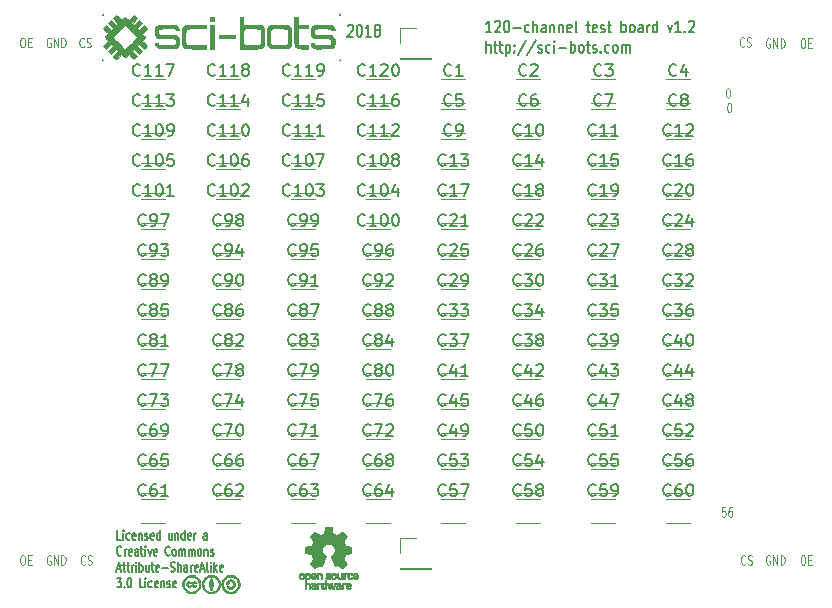
<source format=gto>
G04 #@! TF.FileFunction,Legend,Top*
%FSLAX46Y46*%
G04 Gerber Fmt 4.6, Leading zero omitted, Abs format (unit mm)*
G04 Created by KiCad (PCBNEW 4.0.7) date 03/16/18 08:39:19*
%MOMM*%
%LPD*%
G01*
G04 APERTURE LIST*
%ADD10C,0.150000*%
%ADD11C,0.100000*%
%ADD12C,0.200000*%
%ADD13C,0.120000*%
%ADD14C,0.010000*%
G04 APERTURE END LIST*
D10*
D11*
X42871429Y-38661905D02*
X42985715Y-38661905D01*
X43042857Y-38700000D01*
X43100000Y-38776190D01*
X43128572Y-38928571D01*
X43128572Y-39195238D01*
X43100000Y-39347619D01*
X43042857Y-39423810D01*
X42985715Y-39461905D01*
X42871429Y-39461905D01*
X42814286Y-39423810D01*
X42757143Y-39347619D01*
X42728572Y-39195238D01*
X42728572Y-38928571D01*
X42757143Y-38776190D01*
X42814286Y-38700000D01*
X42871429Y-38661905D01*
X43385714Y-39042857D02*
X43585714Y-39042857D01*
X43671428Y-39461905D02*
X43385714Y-39461905D01*
X43385714Y-38661905D01*
X43671428Y-38661905D01*
X45292858Y-38700000D02*
X45235715Y-38661905D01*
X45150001Y-38661905D01*
X45064286Y-38700000D01*
X45007144Y-38776190D01*
X44978572Y-38852381D01*
X44950001Y-39004762D01*
X44950001Y-39119048D01*
X44978572Y-39271429D01*
X45007144Y-39347619D01*
X45064286Y-39423810D01*
X45150001Y-39461905D01*
X45207144Y-39461905D01*
X45292858Y-39423810D01*
X45321429Y-39385714D01*
X45321429Y-39119048D01*
X45207144Y-39119048D01*
X45578572Y-39461905D02*
X45578572Y-38661905D01*
X45921429Y-39461905D01*
X45921429Y-38661905D01*
X46207143Y-39461905D02*
X46207143Y-38661905D01*
X46350000Y-38661905D01*
X46435715Y-38700000D01*
X46492857Y-38776190D01*
X46521429Y-38852381D01*
X46550000Y-39004762D01*
X46550000Y-39119048D01*
X46521429Y-39271429D01*
X46492857Y-39347619D01*
X46435715Y-39423810D01*
X46350000Y-39461905D01*
X46207143Y-39461905D01*
X48100000Y-39385714D02*
X48071429Y-39423810D01*
X47985715Y-39461905D01*
X47928572Y-39461905D01*
X47842857Y-39423810D01*
X47785715Y-39347619D01*
X47757143Y-39271429D01*
X47728572Y-39119048D01*
X47728572Y-39004762D01*
X47757143Y-38852381D01*
X47785715Y-38776190D01*
X47842857Y-38700000D01*
X47928572Y-38661905D01*
X47985715Y-38661905D01*
X48071429Y-38700000D01*
X48100000Y-38738095D01*
X48328572Y-39423810D02*
X48414286Y-39461905D01*
X48557143Y-39461905D01*
X48614286Y-39423810D01*
X48642857Y-39385714D01*
X48671429Y-39309524D01*
X48671429Y-39233333D01*
X48642857Y-39157143D01*
X48614286Y-39119048D01*
X48557143Y-39080952D01*
X48442857Y-39042857D01*
X48385715Y-39004762D01*
X48357143Y-38966667D01*
X48328572Y-38890476D01*
X48328572Y-38814286D01*
X48357143Y-38738095D01*
X48385715Y-38700000D01*
X48442857Y-38661905D01*
X48585715Y-38661905D01*
X48671429Y-38700000D01*
X42871429Y-82461905D02*
X42985715Y-82461905D01*
X43042857Y-82500000D01*
X43100000Y-82576190D01*
X43128572Y-82728571D01*
X43128572Y-82995238D01*
X43100000Y-83147619D01*
X43042857Y-83223810D01*
X42985715Y-83261905D01*
X42871429Y-83261905D01*
X42814286Y-83223810D01*
X42757143Y-83147619D01*
X42728572Y-82995238D01*
X42728572Y-82728571D01*
X42757143Y-82576190D01*
X42814286Y-82500000D01*
X42871429Y-82461905D01*
X43385714Y-82842857D02*
X43585714Y-82842857D01*
X43671428Y-83261905D02*
X43385714Y-83261905D01*
X43385714Y-82461905D01*
X43671428Y-82461905D01*
X45292858Y-82500000D02*
X45235715Y-82461905D01*
X45150001Y-82461905D01*
X45064286Y-82500000D01*
X45007144Y-82576190D01*
X44978572Y-82652381D01*
X44950001Y-82804762D01*
X44950001Y-82919048D01*
X44978572Y-83071429D01*
X45007144Y-83147619D01*
X45064286Y-83223810D01*
X45150001Y-83261905D01*
X45207144Y-83261905D01*
X45292858Y-83223810D01*
X45321429Y-83185714D01*
X45321429Y-82919048D01*
X45207144Y-82919048D01*
X45578572Y-83261905D02*
X45578572Y-82461905D01*
X45921429Y-83261905D01*
X45921429Y-82461905D01*
X46207143Y-83261905D02*
X46207143Y-82461905D01*
X46350000Y-82461905D01*
X46435715Y-82500000D01*
X46492857Y-82576190D01*
X46521429Y-82652381D01*
X46550000Y-82804762D01*
X46550000Y-82919048D01*
X46521429Y-83071429D01*
X46492857Y-83147619D01*
X46435715Y-83223810D01*
X46350000Y-83261905D01*
X46207143Y-83261905D01*
X48200000Y-83185714D02*
X48171429Y-83223810D01*
X48085715Y-83261905D01*
X48028572Y-83261905D01*
X47942857Y-83223810D01*
X47885715Y-83147619D01*
X47857143Y-83071429D01*
X47828572Y-82919048D01*
X47828572Y-82804762D01*
X47857143Y-82652381D01*
X47885715Y-82576190D01*
X47942857Y-82500000D01*
X48028572Y-82461905D01*
X48085715Y-82461905D01*
X48171429Y-82500000D01*
X48200000Y-82538095D01*
X48428572Y-83223810D02*
X48514286Y-83261905D01*
X48657143Y-83261905D01*
X48714286Y-83223810D01*
X48742857Y-83185714D01*
X48771429Y-83109524D01*
X48771429Y-83033333D01*
X48742857Y-82957143D01*
X48714286Y-82919048D01*
X48657143Y-82880952D01*
X48542857Y-82842857D01*
X48485715Y-82804762D01*
X48457143Y-82766667D01*
X48428572Y-82690476D01*
X48428572Y-82614286D01*
X48457143Y-82538095D01*
X48485715Y-82500000D01*
X48542857Y-82461905D01*
X48685715Y-82461905D01*
X48771429Y-82500000D01*
X108921429Y-82461905D02*
X109035715Y-82461905D01*
X109092857Y-82500000D01*
X109150000Y-82576190D01*
X109178572Y-82728571D01*
X109178572Y-82995238D01*
X109150000Y-83147619D01*
X109092857Y-83223810D01*
X109035715Y-83261905D01*
X108921429Y-83261905D01*
X108864286Y-83223810D01*
X108807143Y-83147619D01*
X108778572Y-82995238D01*
X108778572Y-82728571D01*
X108807143Y-82576190D01*
X108864286Y-82500000D01*
X108921429Y-82461905D01*
X109435714Y-82842857D02*
X109635714Y-82842857D01*
X109721428Y-83261905D02*
X109435714Y-83261905D01*
X109435714Y-82461905D01*
X109721428Y-82461905D01*
X106192858Y-82500000D02*
X106135715Y-82461905D01*
X106050001Y-82461905D01*
X105964286Y-82500000D01*
X105907144Y-82576190D01*
X105878572Y-82652381D01*
X105850001Y-82804762D01*
X105850001Y-82919048D01*
X105878572Y-83071429D01*
X105907144Y-83147619D01*
X105964286Y-83223810D01*
X106050001Y-83261905D01*
X106107144Y-83261905D01*
X106192858Y-83223810D01*
X106221429Y-83185714D01*
X106221429Y-82919048D01*
X106107144Y-82919048D01*
X106478572Y-83261905D02*
X106478572Y-82461905D01*
X106821429Y-83261905D01*
X106821429Y-82461905D01*
X107107143Y-83261905D02*
X107107143Y-82461905D01*
X107250000Y-82461905D01*
X107335715Y-82500000D01*
X107392857Y-82576190D01*
X107421429Y-82652381D01*
X107450000Y-82804762D01*
X107450000Y-82919048D01*
X107421429Y-83071429D01*
X107392857Y-83147619D01*
X107335715Y-83223810D01*
X107250000Y-83261905D01*
X107107143Y-83261905D01*
X104100000Y-83185714D02*
X104071429Y-83223810D01*
X103985715Y-83261905D01*
X103928572Y-83261905D01*
X103842857Y-83223810D01*
X103785715Y-83147619D01*
X103757143Y-83071429D01*
X103728572Y-82919048D01*
X103728572Y-82804762D01*
X103757143Y-82652381D01*
X103785715Y-82576190D01*
X103842857Y-82500000D01*
X103928572Y-82461905D01*
X103985715Y-82461905D01*
X104071429Y-82500000D01*
X104100000Y-82538095D01*
X104328572Y-83223810D02*
X104414286Y-83261905D01*
X104557143Y-83261905D01*
X104614286Y-83223810D01*
X104642857Y-83185714D01*
X104671429Y-83109524D01*
X104671429Y-83033333D01*
X104642857Y-82957143D01*
X104614286Y-82919048D01*
X104557143Y-82880952D01*
X104442857Y-82842857D01*
X104385715Y-82804762D01*
X104357143Y-82766667D01*
X104328572Y-82690476D01*
X104328572Y-82614286D01*
X104357143Y-82538095D01*
X104385715Y-82500000D01*
X104442857Y-82461905D01*
X104585715Y-82461905D01*
X104671429Y-82500000D01*
X108921429Y-38711905D02*
X109035715Y-38711905D01*
X109092857Y-38750000D01*
X109150000Y-38826190D01*
X109178572Y-38978571D01*
X109178572Y-39245238D01*
X109150000Y-39397619D01*
X109092857Y-39473810D01*
X109035715Y-39511905D01*
X108921429Y-39511905D01*
X108864286Y-39473810D01*
X108807143Y-39397619D01*
X108778572Y-39245238D01*
X108778572Y-38978571D01*
X108807143Y-38826190D01*
X108864286Y-38750000D01*
X108921429Y-38711905D01*
X109435714Y-39092857D02*
X109635714Y-39092857D01*
X109721428Y-39511905D02*
X109435714Y-39511905D01*
X109435714Y-38711905D01*
X109721428Y-38711905D01*
X106192858Y-38750000D02*
X106135715Y-38711905D01*
X106050001Y-38711905D01*
X105964286Y-38750000D01*
X105907144Y-38826190D01*
X105878572Y-38902381D01*
X105850001Y-39054762D01*
X105850001Y-39169048D01*
X105878572Y-39321429D01*
X105907144Y-39397619D01*
X105964286Y-39473810D01*
X106050001Y-39511905D01*
X106107144Y-39511905D01*
X106192858Y-39473810D01*
X106221429Y-39435714D01*
X106221429Y-39169048D01*
X106107144Y-39169048D01*
X106478572Y-39511905D02*
X106478572Y-38711905D01*
X106821429Y-39511905D01*
X106821429Y-38711905D01*
X107107143Y-39511905D02*
X107107143Y-38711905D01*
X107250000Y-38711905D01*
X107335715Y-38750000D01*
X107392857Y-38826190D01*
X107421429Y-38902381D01*
X107450000Y-39054762D01*
X107450000Y-39169048D01*
X107421429Y-39321429D01*
X107392857Y-39397619D01*
X107335715Y-39473810D01*
X107250000Y-39511905D01*
X107107143Y-39511905D01*
X104000000Y-39335714D02*
X103971429Y-39373810D01*
X103885715Y-39411905D01*
X103828572Y-39411905D01*
X103742857Y-39373810D01*
X103685715Y-39297619D01*
X103657143Y-39221429D01*
X103628572Y-39069048D01*
X103628572Y-38954762D01*
X103657143Y-38802381D01*
X103685715Y-38726190D01*
X103742857Y-38650000D01*
X103828572Y-38611905D01*
X103885715Y-38611905D01*
X103971429Y-38650000D01*
X104000000Y-38688095D01*
X104228572Y-39373810D02*
X104314286Y-39411905D01*
X104457143Y-39411905D01*
X104514286Y-39373810D01*
X104542857Y-39335714D01*
X104571429Y-39259524D01*
X104571429Y-39183333D01*
X104542857Y-39107143D01*
X104514286Y-39069048D01*
X104457143Y-39030952D01*
X104342857Y-38992857D01*
X104285715Y-38954762D01*
X104257143Y-38916667D01*
X104228572Y-38840476D01*
X104228572Y-38764286D01*
X104257143Y-38688095D01*
X104285715Y-38650000D01*
X104342857Y-38611905D01*
X104485715Y-38611905D01*
X104571429Y-38650000D01*
X102407142Y-78411905D02*
X102121428Y-78411905D01*
X102092857Y-78792857D01*
X102121428Y-78754762D01*
X102178571Y-78716667D01*
X102321428Y-78716667D01*
X102378571Y-78754762D01*
X102407142Y-78792857D01*
X102435714Y-78869048D01*
X102435714Y-79059524D01*
X102407142Y-79135714D01*
X102378571Y-79173810D01*
X102321428Y-79211905D01*
X102178571Y-79211905D01*
X102121428Y-79173810D01*
X102092857Y-79135714D01*
X102950000Y-78411905D02*
X102835714Y-78411905D01*
X102778571Y-78450000D01*
X102750000Y-78488095D01*
X102692857Y-78602381D01*
X102664286Y-78754762D01*
X102664286Y-79059524D01*
X102692857Y-79135714D01*
X102721429Y-79173810D01*
X102778571Y-79211905D01*
X102892857Y-79211905D01*
X102950000Y-79173810D01*
X102978571Y-79135714D01*
X103007143Y-79059524D01*
X103007143Y-78869048D01*
X102978571Y-78792857D01*
X102950000Y-78754762D01*
X102892857Y-78716667D01*
X102778571Y-78716667D01*
X102721429Y-78754762D01*
X102692857Y-78792857D01*
X102664286Y-78869048D01*
X102721429Y-44161905D02*
X102778572Y-44161905D01*
X102835715Y-44200000D01*
X102864286Y-44238095D01*
X102892857Y-44314286D01*
X102921429Y-44466667D01*
X102921429Y-44657143D01*
X102892857Y-44809524D01*
X102864286Y-44885714D01*
X102835715Y-44923810D01*
X102778572Y-44961905D01*
X102721429Y-44961905D01*
X102664286Y-44923810D01*
X102635715Y-44885714D01*
X102607143Y-44809524D01*
X102578572Y-44657143D01*
X102578572Y-44466667D01*
X102607143Y-44314286D01*
X102635715Y-44238095D01*
X102664286Y-44200000D01*
X102721429Y-44161905D01*
X102621429Y-42911905D02*
X102678572Y-42911905D01*
X102735715Y-42950000D01*
X102764286Y-42988095D01*
X102792857Y-43064286D01*
X102821429Y-43216667D01*
X102821429Y-43407143D01*
X102792857Y-43559524D01*
X102764286Y-43635714D01*
X102735715Y-43673810D01*
X102678572Y-43711905D01*
X102621429Y-43711905D01*
X102564286Y-43673810D01*
X102535715Y-43635714D01*
X102507143Y-43559524D01*
X102478572Y-43407143D01*
X102478572Y-43216667D01*
X102507143Y-43064286D01*
X102535715Y-42988095D01*
X102564286Y-42950000D01*
X102621429Y-42911905D01*
D10*
X51228571Y-81140905D02*
X50942857Y-81140905D01*
X50942857Y-80340905D01*
X51428571Y-81140905D02*
X51428571Y-80607571D01*
X51428571Y-80340905D02*
X51400000Y-80379000D01*
X51428571Y-80417095D01*
X51457143Y-80379000D01*
X51428571Y-80340905D01*
X51428571Y-80417095D01*
X51971428Y-81102810D02*
X51914285Y-81140905D01*
X51799999Y-81140905D01*
X51742857Y-81102810D01*
X51714285Y-81064714D01*
X51685714Y-80988524D01*
X51685714Y-80759952D01*
X51714285Y-80683762D01*
X51742857Y-80645667D01*
X51799999Y-80607571D01*
X51914285Y-80607571D01*
X51971428Y-80645667D01*
X52457143Y-81102810D02*
X52400000Y-81140905D01*
X52285714Y-81140905D01*
X52228571Y-81102810D01*
X52200000Y-81026619D01*
X52200000Y-80721857D01*
X52228571Y-80645667D01*
X52285714Y-80607571D01*
X52400000Y-80607571D01*
X52457143Y-80645667D01*
X52485714Y-80721857D01*
X52485714Y-80798048D01*
X52200000Y-80874238D01*
X52742857Y-80607571D02*
X52742857Y-81140905D01*
X52742857Y-80683762D02*
X52771429Y-80645667D01*
X52828571Y-80607571D01*
X52914286Y-80607571D01*
X52971429Y-80645667D01*
X53000000Y-80721857D01*
X53000000Y-81140905D01*
X53257143Y-81102810D02*
X53314286Y-81140905D01*
X53428571Y-81140905D01*
X53485714Y-81102810D01*
X53514286Y-81026619D01*
X53514286Y-80988524D01*
X53485714Y-80912333D01*
X53428571Y-80874238D01*
X53342857Y-80874238D01*
X53285714Y-80836143D01*
X53257143Y-80759952D01*
X53257143Y-80721857D01*
X53285714Y-80645667D01*
X53342857Y-80607571D01*
X53428571Y-80607571D01*
X53485714Y-80645667D01*
X54000000Y-81102810D02*
X53942857Y-81140905D01*
X53828571Y-81140905D01*
X53771428Y-81102810D01*
X53742857Y-81026619D01*
X53742857Y-80721857D01*
X53771428Y-80645667D01*
X53828571Y-80607571D01*
X53942857Y-80607571D01*
X54000000Y-80645667D01*
X54028571Y-80721857D01*
X54028571Y-80798048D01*
X53742857Y-80874238D01*
X54542857Y-81140905D02*
X54542857Y-80340905D01*
X54542857Y-81102810D02*
X54485714Y-81140905D01*
X54371428Y-81140905D01*
X54314286Y-81102810D01*
X54285714Y-81064714D01*
X54257143Y-80988524D01*
X54257143Y-80759952D01*
X54285714Y-80683762D01*
X54314286Y-80645667D01*
X54371428Y-80607571D01*
X54485714Y-80607571D01*
X54542857Y-80645667D01*
X55542857Y-80607571D02*
X55542857Y-81140905D01*
X55285714Y-80607571D02*
X55285714Y-81026619D01*
X55314286Y-81102810D01*
X55371428Y-81140905D01*
X55457143Y-81140905D01*
X55514286Y-81102810D01*
X55542857Y-81064714D01*
X55828571Y-80607571D02*
X55828571Y-81140905D01*
X55828571Y-80683762D02*
X55857143Y-80645667D01*
X55914285Y-80607571D01*
X56000000Y-80607571D01*
X56057143Y-80645667D01*
X56085714Y-80721857D01*
X56085714Y-81140905D01*
X56628571Y-81140905D02*
X56628571Y-80340905D01*
X56628571Y-81102810D02*
X56571428Y-81140905D01*
X56457142Y-81140905D01*
X56400000Y-81102810D01*
X56371428Y-81064714D01*
X56342857Y-80988524D01*
X56342857Y-80759952D01*
X56371428Y-80683762D01*
X56400000Y-80645667D01*
X56457142Y-80607571D01*
X56571428Y-80607571D01*
X56628571Y-80645667D01*
X57142857Y-81102810D02*
X57085714Y-81140905D01*
X56971428Y-81140905D01*
X56914285Y-81102810D01*
X56885714Y-81026619D01*
X56885714Y-80721857D01*
X56914285Y-80645667D01*
X56971428Y-80607571D01*
X57085714Y-80607571D01*
X57142857Y-80645667D01*
X57171428Y-80721857D01*
X57171428Y-80798048D01*
X56885714Y-80874238D01*
X57428571Y-81140905D02*
X57428571Y-80607571D01*
X57428571Y-80759952D02*
X57457143Y-80683762D01*
X57485714Y-80645667D01*
X57542857Y-80607571D01*
X57600000Y-80607571D01*
X58514286Y-81140905D02*
X58514286Y-80721857D01*
X58485715Y-80645667D01*
X58428572Y-80607571D01*
X58314286Y-80607571D01*
X58257143Y-80645667D01*
X58514286Y-81102810D02*
X58457143Y-81140905D01*
X58314286Y-81140905D01*
X58257143Y-81102810D01*
X58228572Y-81026619D01*
X58228572Y-80950429D01*
X58257143Y-80874238D01*
X58314286Y-80836143D01*
X58457143Y-80836143D01*
X58514286Y-80798048D01*
X51285714Y-82414714D02*
X51257143Y-82452810D01*
X51171429Y-82490905D01*
X51114286Y-82490905D01*
X51028571Y-82452810D01*
X50971429Y-82376619D01*
X50942857Y-82300429D01*
X50914286Y-82148048D01*
X50914286Y-82033762D01*
X50942857Y-81881381D01*
X50971429Y-81805190D01*
X51028571Y-81729000D01*
X51114286Y-81690905D01*
X51171429Y-81690905D01*
X51257143Y-81729000D01*
X51285714Y-81767095D01*
X51542857Y-82490905D02*
X51542857Y-81957571D01*
X51542857Y-82109952D02*
X51571429Y-82033762D01*
X51600000Y-81995667D01*
X51657143Y-81957571D01*
X51714286Y-81957571D01*
X52142858Y-82452810D02*
X52085715Y-82490905D01*
X51971429Y-82490905D01*
X51914286Y-82452810D01*
X51885715Y-82376619D01*
X51885715Y-82071857D01*
X51914286Y-81995667D01*
X51971429Y-81957571D01*
X52085715Y-81957571D01*
X52142858Y-81995667D01*
X52171429Y-82071857D01*
X52171429Y-82148048D01*
X51885715Y-82224238D01*
X52685715Y-82490905D02*
X52685715Y-82071857D01*
X52657144Y-81995667D01*
X52600001Y-81957571D01*
X52485715Y-81957571D01*
X52428572Y-81995667D01*
X52685715Y-82452810D02*
X52628572Y-82490905D01*
X52485715Y-82490905D01*
X52428572Y-82452810D01*
X52400001Y-82376619D01*
X52400001Y-82300429D01*
X52428572Y-82224238D01*
X52485715Y-82186143D01*
X52628572Y-82186143D01*
X52685715Y-82148048D01*
X52885715Y-81957571D02*
X53114286Y-81957571D01*
X52971429Y-81690905D02*
X52971429Y-82376619D01*
X53000001Y-82452810D01*
X53057143Y-82490905D01*
X53114286Y-82490905D01*
X53314286Y-82490905D02*
X53314286Y-81957571D01*
X53314286Y-81690905D02*
X53285715Y-81729000D01*
X53314286Y-81767095D01*
X53342858Y-81729000D01*
X53314286Y-81690905D01*
X53314286Y-81767095D01*
X53542857Y-81957571D02*
X53685714Y-82490905D01*
X53828572Y-81957571D01*
X54285715Y-82452810D02*
X54228572Y-82490905D01*
X54114286Y-82490905D01*
X54057143Y-82452810D01*
X54028572Y-82376619D01*
X54028572Y-82071857D01*
X54057143Y-81995667D01*
X54114286Y-81957571D01*
X54228572Y-81957571D01*
X54285715Y-81995667D01*
X54314286Y-82071857D01*
X54314286Y-82148048D01*
X54028572Y-82224238D01*
X55371429Y-82414714D02*
X55342858Y-82452810D01*
X55257144Y-82490905D01*
X55200001Y-82490905D01*
X55114286Y-82452810D01*
X55057144Y-82376619D01*
X55028572Y-82300429D01*
X55000001Y-82148048D01*
X55000001Y-82033762D01*
X55028572Y-81881381D01*
X55057144Y-81805190D01*
X55114286Y-81729000D01*
X55200001Y-81690905D01*
X55257144Y-81690905D01*
X55342858Y-81729000D01*
X55371429Y-81767095D01*
X55714286Y-82490905D02*
X55657144Y-82452810D01*
X55628572Y-82414714D01*
X55600001Y-82338524D01*
X55600001Y-82109952D01*
X55628572Y-82033762D01*
X55657144Y-81995667D01*
X55714286Y-81957571D01*
X55800001Y-81957571D01*
X55857144Y-81995667D01*
X55885715Y-82033762D01*
X55914286Y-82109952D01*
X55914286Y-82338524D01*
X55885715Y-82414714D01*
X55857144Y-82452810D01*
X55800001Y-82490905D01*
X55714286Y-82490905D01*
X56171429Y-82490905D02*
X56171429Y-81957571D01*
X56171429Y-82033762D02*
X56200001Y-81995667D01*
X56257143Y-81957571D01*
X56342858Y-81957571D01*
X56400001Y-81995667D01*
X56428572Y-82071857D01*
X56428572Y-82490905D01*
X56428572Y-82071857D02*
X56457143Y-81995667D01*
X56514286Y-81957571D01*
X56600001Y-81957571D01*
X56657143Y-81995667D01*
X56685715Y-82071857D01*
X56685715Y-82490905D01*
X56971429Y-82490905D02*
X56971429Y-81957571D01*
X56971429Y-82033762D02*
X57000001Y-81995667D01*
X57057143Y-81957571D01*
X57142858Y-81957571D01*
X57200001Y-81995667D01*
X57228572Y-82071857D01*
X57228572Y-82490905D01*
X57228572Y-82071857D02*
X57257143Y-81995667D01*
X57314286Y-81957571D01*
X57400001Y-81957571D01*
X57457143Y-81995667D01*
X57485715Y-82071857D01*
X57485715Y-82490905D01*
X57857143Y-82490905D02*
X57800001Y-82452810D01*
X57771429Y-82414714D01*
X57742858Y-82338524D01*
X57742858Y-82109952D01*
X57771429Y-82033762D01*
X57800001Y-81995667D01*
X57857143Y-81957571D01*
X57942858Y-81957571D01*
X58000001Y-81995667D01*
X58028572Y-82033762D01*
X58057143Y-82109952D01*
X58057143Y-82338524D01*
X58028572Y-82414714D01*
X58000001Y-82452810D01*
X57942858Y-82490905D01*
X57857143Y-82490905D01*
X58314286Y-81957571D02*
X58314286Y-82490905D01*
X58314286Y-82033762D02*
X58342858Y-81995667D01*
X58400000Y-81957571D01*
X58485715Y-81957571D01*
X58542858Y-81995667D01*
X58571429Y-82071857D01*
X58571429Y-82490905D01*
X58828572Y-82452810D02*
X58885715Y-82490905D01*
X59000000Y-82490905D01*
X59057143Y-82452810D01*
X59085715Y-82376619D01*
X59085715Y-82338524D01*
X59057143Y-82262333D01*
X59000000Y-82224238D01*
X58914286Y-82224238D01*
X58857143Y-82186143D01*
X58828572Y-82109952D01*
X58828572Y-82071857D01*
X58857143Y-81995667D01*
X58914286Y-81957571D01*
X59000000Y-81957571D01*
X59057143Y-81995667D01*
X50914286Y-83612333D02*
X51200000Y-83612333D01*
X50857143Y-83840905D02*
X51057143Y-83040905D01*
X51257143Y-83840905D01*
X51371429Y-83307571D02*
X51600000Y-83307571D01*
X51457143Y-83040905D02*
X51457143Y-83726619D01*
X51485715Y-83802810D01*
X51542857Y-83840905D01*
X51600000Y-83840905D01*
X51714286Y-83307571D02*
X51942857Y-83307571D01*
X51800000Y-83040905D02*
X51800000Y-83726619D01*
X51828572Y-83802810D01*
X51885714Y-83840905D01*
X51942857Y-83840905D01*
X52142857Y-83840905D02*
X52142857Y-83307571D01*
X52142857Y-83459952D02*
X52171429Y-83383762D01*
X52200000Y-83345667D01*
X52257143Y-83307571D01*
X52314286Y-83307571D01*
X52514286Y-83840905D02*
X52514286Y-83307571D01*
X52514286Y-83040905D02*
X52485715Y-83079000D01*
X52514286Y-83117095D01*
X52542858Y-83079000D01*
X52514286Y-83040905D01*
X52514286Y-83117095D01*
X52800000Y-83840905D02*
X52800000Y-83040905D01*
X52800000Y-83345667D02*
X52857143Y-83307571D01*
X52971429Y-83307571D01*
X53028572Y-83345667D01*
X53057143Y-83383762D01*
X53085714Y-83459952D01*
X53085714Y-83688524D01*
X53057143Y-83764714D01*
X53028572Y-83802810D01*
X52971429Y-83840905D01*
X52857143Y-83840905D01*
X52800000Y-83802810D01*
X53600000Y-83307571D02*
X53600000Y-83840905D01*
X53342857Y-83307571D02*
X53342857Y-83726619D01*
X53371429Y-83802810D01*
X53428571Y-83840905D01*
X53514286Y-83840905D01*
X53571429Y-83802810D01*
X53600000Y-83764714D01*
X53800000Y-83307571D02*
X54028571Y-83307571D01*
X53885714Y-83040905D02*
X53885714Y-83726619D01*
X53914286Y-83802810D01*
X53971428Y-83840905D01*
X54028571Y-83840905D01*
X54457143Y-83802810D02*
X54400000Y-83840905D01*
X54285714Y-83840905D01*
X54228571Y-83802810D01*
X54200000Y-83726619D01*
X54200000Y-83421857D01*
X54228571Y-83345667D01*
X54285714Y-83307571D01*
X54400000Y-83307571D01*
X54457143Y-83345667D01*
X54485714Y-83421857D01*
X54485714Y-83498048D01*
X54200000Y-83574238D01*
X54742857Y-83536143D02*
X55200000Y-83536143D01*
X55457143Y-83802810D02*
X55542857Y-83840905D01*
X55685714Y-83840905D01*
X55742857Y-83802810D01*
X55771428Y-83764714D01*
X55800000Y-83688524D01*
X55800000Y-83612333D01*
X55771428Y-83536143D01*
X55742857Y-83498048D01*
X55685714Y-83459952D01*
X55571428Y-83421857D01*
X55514286Y-83383762D01*
X55485714Y-83345667D01*
X55457143Y-83269476D01*
X55457143Y-83193286D01*
X55485714Y-83117095D01*
X55514286Y-83079000D01*
X55571428Y-83040905D01*
X55714286Y-83040905D01*
X55800000Y-83079000D01*
X56057143Y-83840905D02*
X56057143Y-83040905D01*
X56314286Y-83840905D02*
X56314286Y-83421857D01*
X56285715Y-83345667D01*
X56228572Y-83307571D01*
X56142857Y-83307571D01*
X56085715Y-83345667D01*
X56057143Y-83383762D01*
X56857143Y-83840905D02*
X56857143Y-83421857D01*
X56828572Y-83345667D01*
X56771429Y-83307571D01*
X56657143Y-83307571D01*
X56600000Y-83345667D01*
X56857143Y-83802810D02*
X56800000Y-83840905D01*
X56657143Y-83840905D01*
X56600000Y-83802810D01*
X56571429Y-83726619D01*
X56571429Y-83650429D01*
X56600000Y-83574238D01*
X56657143Y-83536143D01*
X56800000Y-83536143D01*
X56857143Y-83498048D01*
X57142857Y-83840905D02*
X57142857Y-83307571D01*
X57142857Y-83459952D02*
X57171429Y-83383762D01*
X57200000Y-83345667D01*
X57257143Y-83307571D01*
X57314286Y-83307571D01*
X57742858Y-83802810D02*
X57685715Y-83840905D01*
X57571429Y-83840905D01*
X57514286Y-83802810D01*
X57485715Y-83726619D01*
X57485715Y-83421857D01*
X57514286Y-83345667D01*
X57571429Y-83307571D01*
X57685715Y-83307571D01*
X57742858Y-83345667D01*
X57771429Y-83421857D01*
X57771429Y-83498048D01*
X57485715Y-83574238D01*
X58000001Y-83612333D02*
X58285715Y-83612333D01*
X57942858Y-83840905D02*
X58142858Y-83040905D01*
X58342858Y-83840905D01*
X58628572Y-83840905D02*
X58571430Y-83802810D01*
X58542858Y-83726619D01*
X58542858Y-83040905D01*
X58857144Y-83840905D02*
X58857144Y-83307571D01*
X58857144Y-83040905D02*
X58828573Y-83079000D01*
X58857144Y-83117095D01*
X58885716Y-83079000D01*
X58857144Y-83040905D01*
X58857144Y-83117095D01*
X59142858Y-83840905D02*
X59142858Y-83040905D01*
X59200001Y-83536143D02*
X59371430Y-83840905D01*
X59371430Y-83307571D02*
X59142858Y-83612333D01*
X59857144Y-83802810D02*
X59800001Y-83840905D01*
X59685715Y-83840905D01*
X59628572Y-83802810D01*
X59600001Y-83726619D01*
X59600001Y-83421857D01*
X59628572Y-83345667D01*
X59685715Y-83307571D01*
X59800001Y-83307571D01*
X59857144Y-83345667D01*
X59885715Y-83421857D01*
X59885715Y-83498048D01*
X59600001Y-83574238D01*
X50885714Y-84390905D02*
X51257143Y-84390905D01*
X51057143Y-84695667D01*
X51142857Y-84695667D01*
X51200000Y-84733762D01*
X51228571Y-84771857D01*
X51257143Y-84848048D01*
X51257143Y-85038524D01*
X51228571Y-85114714D01*
X51200000Y-85152810D01*
X51142857Y-85190905D01*
X50971429Y-85190905D01*
X50914286Y-85152810D01*
X50885714Y-85114714D01*
X51514286Y-85114714D02*
X51542858Y-85152810D01*
X51514286Y-85190905D01*
X51485715Y-85152810D01*
X51514286Y-85114714D01*
X51514286Y-85190905D01*
X51914286Y-84390905D02*
X51971429Y-84390905D01*
X52028572Y-84429000D01*
X52057143Y-84467095D01*
X52085714Y-84543286D01*
X52114286Y-84695667D01*
X52114286Y-84886143D01*
X52085714Y-85038524D01*
X52057143Y-85114714D01*
X52028572Y-85152810D01*
X51971429Y-85190905D01*
X51914286Y-85190905D01*
X51857143Y-85152810D01*
X51828572Y-85114714D01*
X51800000Y-85038524D01*
X51771429Y-84886143D01*
X51771429Y-84695667D01*
X51800000Y-84543286D01*
X51828572Y-84467095D01*
X51857143Y-84429000D01*
X51914286Y-84390905D01*
X53114286Y-85190905D02*
X52828572Y-85190905D01*
X52828572Y-84390905D01*
X53314286Y-85190905D02*
X53314286Y-84657571D01*
X53314286Y-84390905D02*
X53285715Y-84429000D01*
X53314286Y-84467095D01*
X53342858Y-84429000D01*
X53314286Y-84390905D01*
X53314286Y-84467095D01*
X53857143Y-85152810D02*
X53800000Y-85190905D01*
X53685714Y-85190905D01*
X53628572Y-85152810D01*
X53600000Y-85114714D01*
X53571429Y-85038524D01*
X53571429Y-84809952D01*
X53600000Y-84733762D01*
X53628572Y-84695667D01*
X53685714Y-84657571D01*
X53800000Y-84657571D01*
X53857143Y-84695667D01*
X54342858Y-85152810D02*
X54285715Y-85190905D01*
X54171429Y-85190905D01*
X54114286Y-85152810D01*
X54085715Y-85076619D01*
X54085715Y-84771857D01*
X54114286Y-84695667D01*
X54171429Y-84657571D01*
X54285715Y-84657571D01*
X54342858Y-84695667D01*
X54371429Y-84771857D01*
X54371429Y-84848048D01*
X54085715Y-84924238D01*
X54628572Y-84657571D02*
X54628572Y-85190905D01*
X54628572Y-84733762D02*
X54657144Y-84695667D01*
X54714286Y-84657571D01*
X54800001Y-84657571D01*
X54857144Y-84695667D01*
X54885715Y-84771857D01*
X54885715Y-85190905D01*
X55142858Y-85152810D02*
X55200001Y-85190905D01*
X55314286Y-85190905D01*
X55371429Y-85152810D01*
X55400001Y-85076619D01*
X55400001Y-85038524D01*
X55371429Y-84962333D01*
X55314286Y-84924238D01*
X55228572Y-84924238D01*
X55171429Y-84886143D01*
X55142858Y-84809952D01*
X55142858Y-84771857D01*
X55171429Y-84695667D01*
X55228572Y-84657571D01*
X55314286Y-84657571D01*
X55371429Y-84695667D01*
X55885715Y-85152810D02*
X55828572Y-85190905D01*
X55714286Y-85190905D01*
X55657143Y-85152810D01*
X55628572Y-85076619D01*
X55628572Y-84771857D01*
X55657143Y-84695667D01*
X55714286Y-84657571D01*
X55828572Y-84657571D01*
X55885715Y-84695667D01*
X55914286Y-84771857D01*
X55914286Y-84848048D01*
X55628572Y-84924238D01*
D12*
X70428571Y-37647619D02*
X70466666Y-37600000D01*
X70542857Y-37552381D01*
X70733333Y-37552381D01*
X70809523Y-37600000D01*
X70847619Y-37647619D01*
X70885714Y-37742857D01*
X70885714Y-37838095D01*
X70847619Y-37980952D01*
X70390476Y-38552381D01*
X70885714Y-38552381D01*
X71380952Y-37552381D02*
X71457143Y-37552381D01*
X71533333Y-37600000D01*
X71571428Y-37647619D01*
X71609524Y-37742857D01*
X71647619Y-37933333D01*
X71647619Y-38171429D01*
X71609524Y-38361905D01*
X71571428Y-38457143D01*
X71533333Y-38504762D01*
X71457143Y-38552381D01*
X71380952Y-38552381D01*
X71304762Y-38504762D01*
X71266666Y-38457143D01*
X71228571Y-38361905D01*
X71190476Y-38171429D01*
X71190476Y-37933333D01*
X71228571Y-37742857D01*
X71266666Y-37647619D01*
X71304762Y-37600000D01*
X71380952Y-37552381D01*
X72409524Y-38552381D02*
X71952381Y-38552381D01*
X72180952Y-38552381D02*
X72180952Y-37552381D01*
X72104762Y-37695238D01*
X72028571Y-37790476D01*
X71952381Y-37838095D01*
X72866667Y-37980952D02*
X72790476Y-37933333D01*
X72752381Y-37885714D01*
X72714286Y-37790476D01*
X72714286Y-37742857D01*
X72752381Y-37647619D01*
X72790476Y-37600000D01*
X72866667Y-37552381D01*
X73019048Y-37552381D01*
X73095238Y-37600000D01*
X73133334Y-37647619D01*
X73171429Y-37742857D01*
X73171429Y-37790476D01*
X73133334Y-37885714D01*
X73095238Y-37933333D01*
X73019048Y-37980952D01*
X72866667Y-37980952D01*
X72790476Y-38028571D01*
X72752381Y-38076190D01*
X72714286Y-38171429D01*
X72714286Y-38361905D01*
X72752381Y-38457143D01*
X72790476Y-38504762D01*
X72866667Y-38552381D01*
X73019048Y-38552381D01*
X73095238Y-38504762D01*
X73133334Y-38457143D01*
X73171429Y-38361905D01*
X73171429Y-38171429D01*
X73133334Y-38076190D01*
X73095238Y-38028571D01*
X73019048Y-37980952D01*
X82609524Y-38202381D02*
X82152381Y-38202381D01*
X82380952Y-38202381D02*
X82380952Y-37202381D01*
X82304762Y-37345238D01*
X82228571Y-37440476D01*
X82152381Y-37488095D01*
X82914286Y-37297619D02*
X82952381Y-37250000D01*
X83028572Y-37202381D01*
X83219048Y-37202381D01*
X83295238Y-37250000D01*
X83333334Y-37297619D01*
X83371429Y-37392857D01*
X83371429Y-37488095D01*
X83333334Y-37630952D01*
X82876191Y-38202381D01*
X83371429Y-38202381D01*
X83866667Y-37202381D02*
X83942858Y-37202381D01*
X84019048Y-37250000D01*
X84057143Y-37297619D01*
X84095239Y-37392857D01*
X84133334Y-37583333D01*
X84133334Y-37821429D01*
X84095239Y-38011905D01*
X84057143Y-38107143D01*
X84019048Y-38154762D01*
X83942858Y-38202381D01*
X83866667Y-38202381D01*
X83790477Y-38154762D01*
X83752381Y-38107143D01*
X83714286Y-38011905D01*
X83676191Y-37821429D01*
X83676191Y-37583333D01*
X83714286Y-37392857D01*
X83752381Y-37297619D01*
X83790477Y-37250000D01*
X83866667Y-37202381D01*
X84476191Y-37821429D02*
X85085715Y-37821429D01*
X85809524Y-38154762D02*
X85733334Y-38202381D01*
X85580953Y-38202381D01*
X85504762Y-38154762D01*
X85466667Y-38107143D01*
X85428572Y-38011905D01*
X85428572Y-37726190D01*
X85466667Y-37630952D01*
X85504762Y-37583333D01*
X85580953Y-37535714D01*
X85733334Y-37535714D01*
X85809524Y-37583333D01*
X86152381Y-38202381D02*
X86152381Y-37202381D01*
X86495238Y-38202381D02*
X86495238Y-37678571D01*
X86457143Y-37583333D01*
X86380953Y-37535714D01*
X86266667Y-37535714D01*
X86190476Y-37583333D01*
X86152381Y-37630952D01*
X87219048Y-38202381D02*
X87219048Y-37678571D01*
X87180953Y-37583333D01*
X87104763Y-37535714D01*
X86952382Y-37535714D01*
X86876191Y-37583333D01*
X87219048Y-38154762D02*
X87142858Y-38202381D01*
X86952382Y-38202381D01*
X86876191Y-38154762D01*
X86838096Y-38059524D01*
X86838096Y-37964286D01*
X86876191Y-37869048D01*
X86952382Y-37821429D01*
X87142858Y-37821429D01*
X87219048Y-37773810D01*
X87600001Y-37535714D02*
X87600001Y-38202381D01*
X87600001Y-37630952D02*
X87638096Y-37583333D01*
X87714287Y-37535714D01*
X87828573Y-37535714D01*
X87904763Y-37583333D01*
X87942858Y-37678571D01*
X87942858Y-38202381D01*
X88323811Y-37535714D02*
X88323811Y-38202381D01*
X88323811Y-37630952D02*
X88361906Y-37583333D01*
X88438097Y-37535714D01*
X88552383Y-37535714D01*
X88628573Y-37583333D01*
X88666668Y-37678571D01*
X88666668Y-38202381D01*
X89352383Y-38154762D02*
X89276193Y-38202381D01*
X89123812Y-38202381D01*
X89047621Y-38154762D01*
X89009526Y-38059524D01*
X89009526Y-37678571D01*
X89047621Y-37583333D01*
X89123812Y-37535714D01*
X89276193Y-37535714D01*
X89352383Y-37583333D01*
X89390478Y-37678571D01*
X89390478Y-37773810D01*
X89009526Y-37869048D01*
X89847621Y-38202381D02*
X89771430Y-38154762D01*
X89733335Y-38059524D01*
X89733335Y-37202381D01*
X90647621Y-37535714D02*
X90952383Y-37535714D01*
X90761907Y-37202381D02*
X90761907Y-38059524D01*
X90800002Y-38154762D01*
X90876193Y-38202381D01*
X90952383Y-38202381D01*
X91523812Y-38154762D02*
X91447622Y-38202381D01*
X91295241Y-38202381D01*
X91219050Y-38154762D01*
X91180955Y-38059524D01*
X91180955Y-37678571D01*
X91219050Y-37583333D01*
X91295241Y-37535714D01*
X91447622Y-37535714D01*
X91523812Y-37583333D01*
X91561907Y-37678571D01*
X91561907Y-37773810D01*
X91180955Y-37869048D01*
X91866669Y-38154762D02*
X91942859Y-38202381D01*
X92095240Y-38202381D01*
X92171431Y-38154762D01*
X92209526Y-38059524D01*
X92209526Y-38011905D01*
X92171431Y-37916667D01*
X92095240Y-37869048D01*
X91980955Y-37869048D01*
X91904764Y-37821429D01*
X91866669Y-37726190D01*
X91866669Y-37678571D01*
X91904764Y-37583333D01*
X91980955Y-37535714D01*
X92095240Y-37535714D01*
X92171431Y-37583333D01*
X92438097Y-37535714D02*
X92742859Y-37535714D01*
X92552383Y-37202381D02*
X92552383Y-38059524D01*
X92590478Y-38154762D01*
X92666669Y-38202381D01*
X92742859Y-38202381D01*
X93619050Y-38202381D02*
X93619050Y-37202381D01*
X93619050Y-37583333D02*
X93695241Y-37535714D01*
X93847622Y-37535714D01*
X93923812Y-37583333D01*
X93961907Y-37630952D01*
X94000003Y-37726190D01*
X94000003Y-38011905D01*
X93961907Y-38107143D01*
X93923812Y-38154762D01*
X93847622Y-38202381D01*
X93695241Y-38202381D01*
X93619050Y-38154762D01*
X94457146Y-38202381D02*
X94380955Y-38154762D01*
X94342860Y-38107143D01*
X94304765Y-38011905D01*
X94304765Y-37726190D01*
X94342860Y-37630952D01*
X94380955Y-37583333D01*
X94457146Y-37535714D01*
X94571432Y-37535714D01*
X94647622Y-37583333D01*
X94685717Y-37630952D01*
X94723813Y-37726190D01*
X94723813Y-38011905D01*
X94685717Y-38107143D01*
X94647622Y-38154762D01*
X94571432Y-38202381D01*
X94457146Y-38202381D01*
X95409527Y-38202381D02*
X95409527Y-37678571D01*
X95371432Y-37583333D01*
X95295242Y-37535714D01*
X95142861Y-37535714D01*
X95066670Y-37583333D01*
X95409527Y-38154762D02*
X95333337Y-38202381D01*
X95142861Y-38202381D01*
X95066670Y-38154762D01*
X95028575Y-38059524D01*
X95028575Y-37964286D01*
X95066670Y-37869048D01*
X95142861Y-37821429D01*
X95333337Y-37821429D01*
X95409527Y-37773810D01*
X95790480Y-38202381D02*
X95790480Y-37535714D01*
X95790480Y-37726190D02*
X95828575Y-37630952D01*
X95866671Y-37583333D01*
X95942861Y-37535714D01*
X96019052Y-37535714D01*
X96628575Y-38202381D02*
X96628575Y-37202381D01*
X96628575Y-38154762D02*
X96552385Y-38202381D01*
X96400004Y-38202381D01*
X96323813Y-38154762D01*
X96285718Y-38107143D01*
X96247623Y-38011905D01*
X96247623Y-37726190D01*
X96285718Y-37630952D01*
X96323813Y-37583333D01*
X96400004Y-37535714D01*
X96552385Y-37535714D01*
X96628575Y-37583333D01*
X97542862Y-37535714D02*
X97733338Y-38202381D01*
X97923814Y-37535714D01*
X98647624Y-38202381D02*
X98190481Y-38202381D01*
X98419052Y-38202381D02*
X98419052Y-37202381D01*
X98342862Y-37345238D01*
X98266671Y-37440476D01*
X98190481Y-37488095D01*
X98990481Y-38107143D02*
X99028576Y-38154762D01*
X98990481Y-38202381D01*
X98952386Y-38154762D01*
X98990481Y-38107143D01*
X98990481Y-38202381D01*
X99333338Y-37297619D02*
X99371433Y-37250000D01*
X99447624Y-37202381D01*
X99638100Y-37202381D01*
X99714290Y-37250000D01*
X99752386Y-37297619D01*
X99790481Y-37392857D01*
X99790481Y-37488095D01*
X99752386Y-37630952D01*
X99295243Y-38202381D01*
X99790481Y-38202381D01*
X82190476Y-39902381D02*
X82190476Y-38902381D01*
X82533333Y-39902381D02*
X82533333Y-39378571D01*
X82495238Y-39283333D01*
X82419048Y-39235714D01*
X82304762Y-39235714D01*
X82228571Y-39283333D01*
X82190476Y-39330952D01*
X82800000Y-39235714D02*
X83104762Y-39235714D01*
X82914286Y-38902381D02*
X82914286Y-39759524D01*
X82952381Y-39854762D01*
X83028572Y-39902381D01*
X83104762Y-39902381D01*
X83257143Y-39235714D02*
X83561905Y-39235714D01*
X83371429Y-38902381D02*
X83371429Y-39759524D01*
X83409524Y-39854762D01*
X83485715Y-39902381D01*
X83561905Y-39902381D01*
X83828572Y-39235714D02*
X83828572Y-40235714D01*
X83828572Y-39283333D02*
X83904763Y-39235714D01*
X84057144Y-39235714D01*
X84133334Y-39283333D01*
X84171429Y-39330952D01*
X84209525Y-39426190D01*
X84209525Y-39711905D01*
X84171429Y-39807143D01*
X84133334Y-39854762D01*
X84057144Y-39902381D01*
X83904763Y-39902381D01*
X83828572Y-39854762D01*
X84552382Y-39807143D02*
X84590477Y-39854762D01*
X84552382Y-39902381D01*
X84514287Y-39854762D01*
X84552382Y-39807143D01*
X84552382Y-39902381D01*
X84552382Y-39283333D02*
X84590477Y-39330952D01*
X84552382Y-39378571D01*
X84514287Y-39330952D01*
X84552382Y-39283333D01*
X84552382Y-39378571D01*
X85504763Y-38854762D02*
X84819048Y-40140476D01*
X86342858Y-38854762D02*
X85657143Y-40140476D01*
X86571429Y-39854762D02*
X86647619Y-39902381D01*
X86800000Y-39902381D01*
X86876191Y-39854762D01*
X86914286Y-39759524D01*
X86914286Y-39711905D01*
X86876191Y-39616667D01*
X86800000Y-39569048D01*
X86685715Y-39569048D01*
X86609524Y-39521429D01*
X86571429Y-39426190D01*
X86571429Y-39378571D01*
X86609524Y-39283333D01*
X86685715Y-39235714D01*
X86800000Y-39235714D01*
X86876191Y-39283333D01*
X87600000Y-39854762D02*
X87523810Y-39902381D01*
X87371429Y-39902381D01*
X87295238Y-39854762D01*
X87257143Y-39807143D01*
X87219048Y-39711905D01*
X87219048Y-39426190D01*
X87257143Y-39330952D01*
X87295238Y-39283333D01*
X87371429Y-39235714D01*
X87523810Y-39235714D01*
X87600000Y-39283333D01*
X87942857Y-39902381D02*
X87942857Y-39235714D01*
X87942857Y-38902381D02*
X87904762Y-38950000D01*
X87942857Y-38997619D01*
X87980952Y-38950000D01*
X87942857Y-38902381D01*
X87942857Y-38997619D01*
X88323809Y-39521429D02*
X88933333Y-39521429D01*
X89314285Y-39902381D02*
X89314285Y-38902381D01*
X89314285Y-39283333D02*
X89390476Y-39235714D01*
X89542857Y-39235714D01*
X89619047Y-39283333D01*
X89657142Y-39330952D01*
X89695238Y-39426190D01*
X89695238Y-39711905D01*
X89657142Y-39807143D01*
X89619047Y-39854762D01*
X89542857Y-39902381D01*
X89390476Y-39902381D01*
X89314285Y-39854762D01*
X90152381Y-39902381D02*
X90076190Y-39854762D01*
X90038095Y-39807143D01*
X90000000Y-39711905D01*
X90000000Y-39426190D01*
X90038095Y-39330952D01*
X90076190Y-39283333D01*
X90152381Y-39235714D01*
X90266667Y-39235714D01*
X90342857Y-39283333D01*
X90380952Y-39330952D01*
X90419048Y-39426190D01*
X90419048Y-39711905D01*
X90380952Y-39807143D01*
X90342857Y-39854762D01*
X90266667Y-39902381D01*
X90152381Y-39902381D01*
X90647619Y-39235714D02*
X90952381Y-39235714D01*
X90761905Y-38902381D02*
X90761905Y-39759524D01*
X90800000Y-39854762D01*
X90876191Y-39902381D01*
X90952381Y-39902381D01*
X91180953Y-39854762D02*
X91257143Y-39902381D01*
X91409524Y-39902381D01*
X91485715Y-39854762D01*
X91523810Y-39759524D01*
X91523810Y-39711905D01*
X91485715Y-39616667D01*
X91409524Y-39569048D01*
X91295239Y-39569048D01*
X91219048Y-39521429D01*
X91180953Y-39426190D01*
X91180953Y-39378571D01*
X91219048Y-39283333D01*
X91295239Y-39235714D01*
X91409524Y-39235714D01*
X91485715Y-39283333D01*
X91866667Y-39807143D02*
X91904762Y-39854762D01*
X91866667Y-39902381D01*
X91828572Y-39854762D01*
X91866667Y-39807143D01*
X91866667Y-39902381D01*
X92590476Y-39854762D02*
X92514286Y-39902381D01*
X92361905Y-39902381D01*
X92285714Y-39854762D01*
X92247619Y-39807143D01*
X92209524Y-39711905D01*
X92209524Y-39426190D01*
X92247619Y-39330952D01*
X92285714Y-39283333D01*
X92361905Y-39235714D01*
X92514286Y-39235714D01*
X92590476Y-39283333D01*
X93047619Y-39902381D02*
X92971428Y-39854762D01*
X92933333Y-39807143D01*
X92895238Y-39711905D01*
X92895238Y-39426190D01*
X92933333Y-39330952D01*
X92971428Y-39283333D01*
X93047619Y-39235714D01*
X93161905Y-39235714D01*
X93238095Y-39283333D01*
X93276190Y-39330952D01*
X93314286Y-39426190D01*
X93314286Y-39711905D01*
X93276190Y-39807143D01*
X93238095Y-39854762D01*
X93161905Y-39902381D01*
X93047619Y-39902381D01*
X93657143Y-39902381D02*
X93657143Y-39235714D01*
X93657143Y-39330952D02*
X93695238Y-39283333D01*
X93771429Y-39235714D01*
X93885715Y-39235714D01*
X93961905Y-39283333D01*
X94000000Y-39378571D01*
X94000000Y-39902381D01*
X94000000Y-39378571D02*
X94038096Y-39283333D01*
X94114286Y-39235714D01*
X94228572Y-39235714D01*
X94304762Y-39283333D01*
X94342857Y-39378571D01*
X94342857Y-39902381D01*
D13*
X80375000Y-42160000D02*
X78375000Y-42160000D01*
X78375000Y-44200000D02*
X80375000Y-44200000D01*
X86725000Y-42160000D02*
X84725000Y-42160000D01*
X84725000Y-44200000D02*
X86725000Y-44200000D01*
X93075000Y-42160000D02*
X91075000Y-42160000D01*
X91075000Y-44200000D02*
X93075000Y-44200000D01*
X99425000Y-42160000D02*
X97425000Y-42160000D01*
X97425000Y-44200000D02*
X99425000Y-44200000D01*
X80375000Y-44700000D02*
X78375000Y-44700000D01*
X78375000Y-46740000D02*
X80375000Y-46740000D01*
X86725000Y-44700000D02*
X84725000Y-44700000D01*
X84725000Y-46740000D02*
X86725000Y-46740000D01*
X93075000Y-44700000D02*
X91075000Y-44700000D01*
X91075000Y-46740000D02*
X93075000Y-46740000D01*
X99425000Y-44700000D02*
X97425000Y-44700000D01*
X97425000Y-46740000D02*
X99425000Y-46740000D01*
X80375000Y-47240000D02*
X78375000Y-47240000D01*
X78375000Y-49280000D02*
X80375000Y-49280000D01*
X86725000Y-47240000D02*
X84725000Y-47240000D01*
X84725000Y-49280000D02*
X86725000Y-49280000D01*
X93075000Y-47240000D02*
X91075000Y-47240000D01*
X91075000Y-49280000D02*
X93075000Y-49280000D01*
X99425000Y-47240000D02*
X97425000Y-47240000D01*
X97425000Y-49280000D02*
X99425000Y-49280000D01*
X80375000Y-49780000D02*
X78375000Y-49780000D01*
X78375000Y-51820000D02*
X80375000Y-51820000D01*
X86725000Y-49780000D02*
X84725000Y-49780000D01*
X84725000Y-51820000D02*
X86725000Y-51820000D01*
X93075000Y-49780000D02*
X91075000Y-49780000D01*
X91075000Y-51820000D02*
X93075000Y-51820000D01*
X99425000Y-49780000D02*
X97425000Y-49780000D01*
X97425000Y-51820000D02*
X99425000Y-51820000D01*
X80375000Y-52320000D02*
X78375000Y-52320000D01*
X78375000Y-54360000D02*
X80375000Y-54360000D01*
X86725000Y-52320000D02*
X84725000Y-52320000D01*
X84725000Y-54360000D02*
X86725000Y-54360000D01*
X93075000Y-52320000D02*
X91075000Y-52320000D01*
X91075000Y-54360000D02*
X93075000Y-54360000D01*
X99425000Y-52320000D02*
X97425000Y-52320000D01*
X97425000Y-54360000D02*
X99425000Y-54360000D01*
X80375000Y-54860000D02*
X78375000Y-54860000D01*
X78375000Y-56900000D02*
X80375000Y-56900000D01*
X86725000Y-54860000D02*
X84725000Y-54860000D01*
X84725000Y-56900000D02*
X86725000Y-56900000D01*
X93075000Y-54860000D02*
X91075000Y-54860000D01*
X91075000Y-56900000D02*
X93075000Y-56900000D01*
X99425000Y-54860000D02*
X97425000Y-54860000D01*
X97425000Y-56900000D02*
X99425000Y-56900000D01*
X80375000Y-57400000D02*
X78375000Y-57400000D01*
X78375000Y-59440000D02*
X80375000Y-59440000D01*
X86725000Y-57400000D02*
X84725000Y-57400000D01*
X84725000Y-59440000D02*
X86725000Y-59440000D01*
X93075000Y-57400000D02*
X91075000Y-57400000D01*
X91075000Y-59440000D02*
X93075000Y-59440000D01*
X99425000Y-57400000D02*
X97425000Y-57400000D01*
X97425000Y-59440000D02*
X99425000Y-59440000D01*
X80375000Y-59940000D02*
X78375000Y-59940000D01*
X78375000Y-61980000D02*
X80375000Y-61980000D01*
X86725000Y-59940000D02*
X84725000Y-59940000D01*
X84725000Y-61980000D02*
X86725000Y-61980000D01*
X93075000Y-59940000D02*
X91075000Y-59940000D01*
X91075000Y-61980000D02*
X93075000Y-61980000D01*
X99425000Y-59940000D02*
X97425000Y-59940000D01*
X97425000Y-61980000D02*
X99425000Y-61980000D01*
X80375000Y-62480000D02*
X78375000Y-62480000D01*
X78375000Y-64520000D02*
X80375000Y-64520000D01*
X86725000Y-62480000D02*
X84725000Y-62480000D01*
X84725000Y-64520000D02*
X86725000Y-64520000D01*
X93075000Y-62480000D02*
X91075000Y-62480000D01*
X91075000Y-64520000D02*
X93075000Y-64520000D01*
X99425000Y-62480000D02*
X97425000Y-62480000D01*
X97425000Y-64520000D02*
X99425000Y-64520000D01*
X80375000Y-65020000D02*
X78375000Y-65020000D01*
X78375000Y-67060000D02*
X80375000Y-67060000D01*
X86725000Y-65020000D02*
X84725000Y-65020000D01*
X84725000Y-67060000D02*
X86725000Y-67060000D01*
X93075000Y-65020000D02*
X91075000Y-65020000D01*
X91075000Y-67060000D02*
X93075000Y-67060000D01*
X99425000Y-65020000D02*
X97425000Y-65020000D01*
X97425000Y-67060000D02*
X99425000Y-67060000D01*
X80375000Y-67560000D02*
X78375000Y-67560000D01*
X78375000Y-69600000D02*
X80375000Y-69600000D01*
X86725000Y-67560000D02*
X84725000Y-67560000D01*
X84725000Y-69600000D02*
X86725000Y-69600000D01*
X93075000Y-67560000D02*
X91075000Y-67560000D01*
X91075000Y-69600000D02*
X93075000Y-69600000D01*
X99425000Y-67560000D02*
X97425000Y-67560000D01*
X97425000Y-69600000D02*
X99425000Y-69600000D01*
X80375000Y-70100000D02*
X78375000Y-70100000D01*
X78375000Y-72140000D02*
X80375000Y-72140000D01*
X86725000Y-70100000D02*
X84725000Y-70100000D01*
X84725000Y-72140000D02*
X86725000Y-72140000D01*
X93075000Y-70100000D02*
X91075000Y-70100000D01*
X91075000Y-72140000D02*
X93075000Y-72140000D01*
X99425000Y-70100000D02*
X97425000Y-70100000D01*
X97425000Y-72140000D02*
X99425000Y-72140000D01*
X80375000Y-72640000D02*
X78375000Y-72640000D01*
X78375000Y-74680000D02*
X80375000Y-74680000D01*
X86725000Y-72640000D02*
X84725000Y-72640000D01*
X84725000Y-74680000D02*
X86725000Y-74680000D01*
X93075000Y-72640000D02*
X91075000Y-72640000D01*
X91075000Y-74680000D02*
X93075000Y-74680000D01*
X99425000Y-72640000D02*
X97425000Y-72640000D01*
X97425000Y-74680000D02*
X99425000Y-74680000D01*
X80375000Y-75180000D02*
X78375000Y-75180000D01*
X78375000Y-77220000D02*
X80375000Y-77220000D01*
X86725000Y-75180000D02*
X84725000Y-75180000D01*
X84725000Y-77220000D02*
X86725000Y-77220000D01*
X93075000Y-75180000D02*
X91075000Y-75180000D01*
X91075000Y-77220000D02*
X93075000Y-77220000D01*
X99425000Y-75180000D02*
X97425000Y-75180000D01*
X97425000Y-77220000D02*
X99425000Y-77220000D01*
X80375000Y-77720000D02*
X78375000Y-77720000D01*
X78375000Y-79760000D02*
X80375000Y-79760000D01*
X86725000Y-77720000D02*
X84725000Y-77720000D01*
X84725000Y-79760000D02*
X86725000Y-79760000D01*
X93075000Y-77720000D02*
X91075000Y-77720000D01*
X91075000Y-79760000D02*
X93075000Y-79760000D01*
X99425000Y-77720000D02*
X97425000Y-77720000D01*
X97425000Y-79760000D02*
X99425000Y-79760000D01*
X54975000Y-77720000D02*
X52975000Y-77720000D01*
X52975000Y-79760000D02*
X54975000Y-79760000D01*
X61325000Y-77720000D02*
X59325000Y-77720000D01*
X59325000Y-79760000D02*
X61325000Y-79760000D01*
X67675000Y-77720000D02*
X65675000Y-77720000D01*
X65675000Y-79760000D02*
X67675000Y-79760000D01*
X74025000Y-77720000D02*
X72025000Y-77720000D01*
X72025000Y-79760000D02*
X74025000Y-79760000D01*
X54975000Y-75180000D02*
X52975000Y-75180000D01*
X52975000Y-77220000D02*
X54975000Y-77220000D01*
X61325000Y-75180000D02*
X59325000Y-75180000D01*
X59325000Y-77220000D02*
X61325000Y-77220000D01*
X67675000Y-75180000D02*
X65675000Y-75180000D01*
X65675000Y-77220000D02*
X67675000Y-77220000D01*
X74025000Y-75180000D02*
X72025000Y-75180000D01*
X72025000Y-77220000D02*
X74025000Y-77220000D01*
X54975000Y-72640000D02*
X52975000Y-72640000D01*
X52975000Y-74680000D02*
X54975000Y-74680000D01*
X61325000Y-72640000D02*
X59325000Y-72640000D01*
X59325000Y-74680000D02*
X61325000Y-74680000D01*
X67675000Y-72640000D02*
X65675000Y-72640000D01*
X65675000Y-74680000D02*
X67675000Y-74680000D01*
X74025000Y-72640000D02*
X72025000Y-72640000D01*
X72025000Y-74680000D02*
X74025000Y-74680000D01*
X54975000Y-70100000D02*
X52975000Y-70100000D01*
X52975000Y-72140000D02*
X54975000Y-72140000D01*
X61325000Y-70100000D02*
X59325000Y-70100000D01*
X59325000Y-72140000D02*
X61325000Y-72140000D01*
X67675000Y-70100000D02*
X65675000Y-70100000D01*
X65675000Y-72140000D02*
X67675000Y-72140000D01*
X74025000Y-70100000D02*
X72025000Y-70100000D01*
X72025000Y-72140000D02*
X74025000Y-72140000D01*
X54975000Y-67560000D02*
X52975000Y-67560000D01*
X52975000Y-69600000D02*
X54975000Y-69600000D01*
X61325000Y-67560000D02*
X59325000Y-67560000D01*
X59325000Y-69600000D02*
X61325000Y-69600000D01*
X67675000Y-67560000D02*
X65675000Y-67560000D01*
X65675000Y-69600000D02*
X67675000Y-69600000D01*
X74025000Y-67560000D02*
X72025000Y-67560000D01*
X72025000Y-69600000D02*
X74025000Y-69600000D01*
X54975000Y-65020000D02*
X52975000Y-65020000D01*
X52975000Y-67060000D02*
X54975000Y-67060000D01*
X61325000Y-65020000D02*
X59325000Y-65020000D01*
X59325000Y-67060000D02*
X61325000Y-67060000D01*
X67675000Y-65020000D02*
X65675000Y-65020000D01*
X65675000Y-67060000D02*
X67675000Y-67060000D01*
X74025000Y-65020000D02*
X72025000Y-65020000D01*
X72025000Y-67060000D02*
X74025000Y-67060000D01*
X54975000Y-62480000D02*
X52975000Y-62480000D01*
X52975000Y-64520000D02*
X54975000Y-64520000D01*
X61325000Y-62480000D02*
X59325000Y-62480000D01*
X59325000Y-64520000D02*
X61325000Y-64520000D01*
X67675000Y-62480000D02*
X65675000Y-62480000D01*
X65675000Y-64520000D02*
X67675000Y-64520000D01*
X74025000Y-62480000D02*
X72025000Y-62480000D01*
X72025000Y-64520000D02*
X74025000Y-64520000D01*
X54975000Y-59940000D02*
X52975000Y-59940000D01*
X52975000Y-61980000D02*
X54975000Y-61980000D01*
X61325000Y-59940000D02*
X59325000Y-59940000D01*
X59325000Y-61980000D02*
X61325000Y-61980000D01*
X67675000Y-59940000D02*
X65675000Y-59940000D01*
X65675000Y-61980000D02*
X67675000Y-61980000D01*
X74025000Y-59940000D02*
X72025000Y-59940000D01*
X72025000Y-61980000D02*
X74025000Y-61980000D01*
X54975000Y-57400000D02*
X52975000Y-57400000D01*
X52975000Y-59440000D02*
X54975000Y-59440000D01*
X61325000Y-57400000D02*
X59325000Y-57400000D01*
X59325000Y-59440000D02*
X61325000Y-59440000D01*
X67675000Y-57400000D02*
X65675000Y-57400000D01*
X65675000Y-59440000D02*
X67675000Y-59440000D01*
X74025000Y-57400000D02*
X72025000Y-57400000D01*
X72025000Y-59440000D02*
X74025000Y-59440000D01*
X54975000Y-54860000D02*
X52975000Y-54860000D01*
X52975000Y-56900000D02*
X54975000Y-56900000D01*
X61325000Y-54860000D02*
X59325000Y-54860000D01*
X59325000Y-56900000D02*
X61325000Y-56900000D01*
X67675000Y-54860000D02*
X65675000Y-54860000D01*
X65675000Y-56900000D02*
X67675000Y-56900000D01*
X74025000Y-54860000D02*
X72025000Y-54860000D01*
X72025000Y-56900000D02*
X74025000Y-56900000D01*
X54975000Y-52320000D02*
X52975000Y-52320000D01*
X52975000Y-54360000D02*
X54975000Y-54360000D01*
X61325000Y-52320000D02*
X59325000Y-52320000D01*
X59325000Y-54360000D02*
X61325000Y-54360000D01*
X67675000Y-52320000D02*
X65675000Y-52320000D01*
X65675000Y-54360000D02*
X67675000Y-54360000D01*
X74025000Y-52320000D02*
X72025000Y-52320000D01*
X72025000Y-54360000D02*
X74025000Y-54360000D01*
X54975000Y-49780000D02*
X52975000Y-49780000D01*
X52975000Y-51820000D02*
X54975000Y-51820000D01*
X61325000Y-49780000D02*
X59325000Y-49780000D01*
X59325000Y-51820000D02*
X61325000Y-51820000D01*
X67675000Y-49780000D02*
X65675000Y-49780000D01*
X65675000Y-51820000D02*
X67675000Y-51820000D01*
X74025000Y-49780000D02*
X72025000Y-49780000D01*
X72025000Y-51820000D02*
X74025000Y-51820000D01*
X54975000Y-47240000D02*
X52975000Y-47240000D01*
X52975000Y-49280000D02*
X54975000Y-49280000D01*
X61325000Y-47240000D02*
X59325000Y-47240000D01*
X59325000Y-49280000D02*
X61325000Y-49280000D01*
X67675000Y-47240000D02*
X65675000Y-47240000D01*
X65675000Y-49280000D02*
X67675000Y-49280000D01*
X74025000Y-47240000D02*
X72025000Y-47240000D01*
X72025000Y-49280000D02*
X74025000Y-49280000D01*
X54975000Y-44700000D02*
X52975000Y-44700000D01*
X52975000Y-46740000D02*
X54975000Y-46740000D01*
X61325000Y-44700000D02*
X59325000Y-44700000D01*
X59325000Y-46740000D02*
X61325000Y-46740000D01*
X67675000Y-44700000D02*
X65675000Y-44700000D01*
X65675000Y-46740000D02*
X67675000Y-46740000D01*
X74025000Y-44700000D02*
X72025000Y-44700000D01*
X72025000Y-46740000D02*
X74025000Y-46740000D01*
X54975000Y-42160000D02*
X52975000Y-42160000D01*
X52975000Y-44200000D02*
X54975000Y-44200000D01*
X61325000Y-42160000D02*
X59325000Y-42160000D01*
X59325000Y-44200000D02*
X61325000Y-44200000D01*
X67675000Y-42160000D02*
X65675000Y-42160000D01*
X65675000Y-44200000D02*
X67675000Y-44200000D01*
X74025000Y-42160000D02*
X72025000Y-42160000D01*
X72025000Y-44200000D02*
X74025000Y-44200000D01*
X74870000Y-83566000D02*
X74870000Y-83626000D01*
X74870000Y-83626000D02*
X77530000Y-83626000D01*
X77530000Y-83626000D02*
X77530000Y-83566000D01*
X77530000Y-83566000D02*
X74870000Y-83566000D01*
X74870000Y-82296000D02*
X74870000Y-80966000D01*
X74870000Y-80966000D02*
X76200000Y-80966000D01*
X74870000Y-40386000D02*
X74870000Y-40446000D01*
X74870000Y-40446000D02*
X77530000Y-40446000D01*
X77530000Y-40446000D02*
X77530000Y-40386000D01*
X77530000Y-40386000D02*
X74870000Y-40386000D01*
X74870000Y-39116000D02*
X74870000Y-37786000D01*
X74870000Y-37786000D02*
X76200000Y-37786000D01*
D14*
G36*
X49637162Y-40473430D02*
X49638990Y-40476248D01*
X49680771Y-40521927D01*
X49695751Y-40533009D01*
X49710309Y-40549766D01*
X49678054Y-40555352D01*
X49673350Y-40555411D01*
X49628030Y-40542195D01*
X49616588Y-40498650D01*
X49621416Y-40462508D01*
X49637162Y-40473430D01*
X49637162Y-40473430D01*
G37*
X49637162Y-40473430D02*
X49638990Y-40476248D01*
X49680771Y-40521927D01*
X49695751Y-40533009D01*
X49710309Y-40549766D01*
X49678054Y-40555352D01*
X49673350Y-40555411D01*
X49628030Y-40542195D01*
X49616588Y-40498650D01*
X49621416Y-40462508D01*
X49637162Y-40473430D01*
G36*
X69808752Y-40493945D02*
X69808811Y-40498650D01*
X69795595Y-40543969D01*
X69752050Y-40555411D01*
X69715908Y-40550583D01*
X69726830Y-40534837D01*
X69729648Y-40533009D01*
X69775327Y-40491228D01*
X69786409Y-40476248D01*
X69803166Y-40461690D01*
X69808752Y-40493945D01*
X69808752Y-40493945D01*
G37*
X69808752Y-40493945D02*
X69808811Y-40498650D01*
X69795595Y-40543969D01*
X69752050Y-40555411D01*
X69715908Y-40550583D01*
X69726830Y-40534837D01*
X69729648Y-40533009D01*
X69775327Y-40491228D01*
X69786409Y-40476248D01*
X69803166Y-40461690D01*
X69808752Y-40493945D01*
G36*
X51057960Y-36930288D02*
X51280775Y-37152071D01*
X51381937Y-37051081D01*
X51455379Y-36989534D01*
X51529580Y-36945754D01*
X51563750Y-36934050D01*
X51611260Y-36929512D01*
X51654190Y-36941995D01*
X51706012Y-36978253D01*
X51774514Y-37039716D01*
X51904628Y-37161423D01*
X52126351Y-36940728D01*
X52348073Y-36720033D01*
X52624701Y-37000141D01*
X52181525Y-37445379D01*
X52250872Y-37514727D01*
X52320220Y-37584074D01*
X52765458Y-37140898D01*
X53045566Y-37417526D01*
X52601806Y-37863352D01*
X52671127Y-37932672D01*
X52740447Y-38001993D01*
X53186273Y-37558233D01*
X53318936Y-37692565D01*
X53383185Y-37760653D01*
X53430306Y-37816368D01*
X53451267Y-37848923D01*
X53451600Y-37850968D01*
X53434649Y-37877483D01*
X53388570Y-37931521D01*
X53320527Y-38005058D01*
X53242862Y-38084866D01*
X53034125Y-38294693D01*
X53141262Y-38403858D01*
X53206980Y-38478486D01*
X53239813Y-38539607D01*
X53248400Y-38600000D01*
X53238956Y-38662974D01*
X53204876Y-38724353D01*
X53141262Y-38796141D01*
X53034125Y-38905306D01*
X53242862Y-39115133D01*
X53325032Y-39199687D01*
X53391976Y-39272294D01*
X53436531Y-39324929D01*
X53451600Y-39349031D01*
X53434894Y-39377605D01*
X53390799Y-39430804D01*
X53328348Y-39497843D01*
X53318936Y-39507434D01*
X53186273Y-39641766D01*
X52740447Y-39198006D01*
X52671127Y-39267327D01*
X52601806Y-39336647D01*
X53045566Y-39782473D01*
X52765458Y-40059101D01*
X52320220Y-39615925D01*
X52250872Y-39685272D01*
X52181525Y-39754620D01*
X52624701Y-40199858D01*
X52348073Y-40479966D01*
X52126351Y-40259271D01*
X51904628Y-40038576D01*
X51774514Y-40160283D01*
X51702131Y-40224929D01*
X51651257Y-40259455D01*
X51608452Y-40270612D01*
X51564144Y-40265938D01*
X51500456Y-40238970D01*
X51424735Y-40187384D01*
X51381136Y-40149042D01*
X51278382Y-40048197D01*
X51063802Y-40263898D01*
X50979502Y-40347521D01*
X50908313Y-40416040D01*
X50857701Y-40462414D01*
X50835133Y-40479599D01*
X50835093Y-40479600D01*
X50811806Y-40462797D01*
X50762869Y-40418287D01*
X50697911Y-40354914D01*
X50682831Y-40339729D01*
X50544698Y-40199858D01*
X50987874Y-39754620D01*
X50918527Y-39685272D01*
X50849179Y-39615925D01*
X50403941Y-40059101D01*
X50123833Y-39782473D01*
X50567593Y-39336647D01*
X50498272Y-39267327D01*
X50428952Y-39198006D01*
X49983126Y-39641766D01*
X49706498Y-39361658D01*
X50147366Y-38917500D01*
X50034183Y-38798328D01*
X49955612Y-38702841D01*
X49921375Y-38621240D01*
X49924103Y-38600000D01*
X50581400Y-38600000D01*
X50589221Y-38628510D01*
X50614959Y-38670261D01*
X50662026Y-38729113D01*
X50733833Y-38808927D01*
X50833791Y-38913562D01*
X50965312Y-39046879D01*
X51059170Y-39140628D01*
X51207545Y-39286421D01*
X51336524Y-39409455D01*
X51442665Y-39506622D01*
X51522523Y-39574815D01*
X51572656Y-39610929D01*
X51585976Y-39616000D01*
X51619042Y-39598050D01*
X51683623Y-39546240D01*
X51776340Y-39463631D01*
X51893815Y-39353284D01*
X52032669Y-39218257D01*
X52111505Y-39140000D01*
X52264479Y-38986019D01*
X52383651Y-38863183D01*
X52472240Y-38767850D01*
X52533463Y-38696377D01*
X52570538Y-38645120D01*
X52586682Y-38610437D01*
X52588000Y-38600495D01*
X52579213Y-38571301D01*
X52550714Y-38526883D01*
X52499298Y-38463601D01*
X52421757Y-38377820D01*
X52314885Y-38265900D01*
X52175476Y-38124206D01*
X52112000Y-38060494D01*
X51960697Y-37910913D01*
X51830556Y-37786087D01*
X51724627Y-37688779D01*
X51645958Y-37621753D01*
X51597597Y-37587773D01*
X51586471Y-37584000D01*
X51552931Y-37601989D01*
X51487657Y-37654064D01*
X51393801Y-37737382D01*
X51274516Y-37849102D01*
X51132954Y-37986381D01*
X51059170Y-38059371D01*
X50907412Y-38211436D01*
X50789230Y-38332539D01*
X50701214Y-38426542D01*
X50639952Y-38497304D01*
X50602033Y-38548686D01*
X50584045Y-38584548D01*
X50581400Y-38600000D01*
X49924103Y-38600000D01*
X49931474Y-38542611D01*
X49985906Y-38456038D01*
X50034183Y-38401671D01*
X50147366Y-38282500D01*
X49926932Y-38060420D01*
X49706498Y-37838341D01*
X49983126Y-37558233D01*
X50428952Y-38001993D01*
X50498272Y-37932672D01*
X50567593Y-37863352D01*
X50123833Y-37417526D01*
X50403941Y-37140898D01*
X50849179Y-37584074D01*
X50918527Y-37514727D01*
X50987874Y-37445379D01*
X50544106Y-36999545D01*
X50689626Y-36854026D01*
X50835145Y-36708506D01*
X51057960Y-36930288D01*
X51057960Y-36930288D01*
G37*
X51057960Y-36930288D02*
X51280775Y-37152071D01*
X51381937Y-37051081D01*
X51455379Y-36989534D01*
X51529580Y-36945754D01*
X51563750Y-36934050D01*
X51611260Y-36929512D01*
X51654190Y-36941995D01*
X51706012Y-36978253D01*
X51774514Y-37039716D01*
X51904628Y-37161423D01*
X52126351Y-36940728D01*
X52348073Y-36720033D01*
X52624701Y-37000141D01*
X52181525Y-37445379D01*
X52250872Y-37514727D01*
X52320220Y-37584074D01*
X52765458Y-37140898D01*
X53045566Y-37417526D01*
X52601806Y-37863352D01*
X52671127Y-37932672D01*
X52740447Y-38001993D01*
X53186273Y-37558233D01*
X53318936Y-37692565D01*
X53383185Y-37760653D01*
X53430306Y-37816368D01*
X53451267Y-37848923D01*
X53451600Y-37850968D01*
X53434649Y-37877483D01*
X53388570Y-37931521D01*
X53320527Y-38005058D01*
X53242862Y-38084866D01*
X53034125Y-38294693D01*
X53141262Y-38403858D01*
X53206980Y-38478486D01*
X53239813Y-38539607D01*
X53248400Y-38600000D01*
X53238956Y-38662974D01*
X53204876Y-38724353D01*
X53141262Y-38796141D01*
X53034125Y-38905306D01*
X53242862Y-39115133D01*
X53325032Y-39199687D01*
X53391976Y-39272294D01*
X53436531Y-39324929D01*
X53451600Y-39349031D01*
X53434894Y-39377605D01*
X53390799Y-39430804D01*
X53328348Y-39497843D01*
X53318936Y-39507434D01*
X53186273Y-39641766D01*
X52740447Y-39198006D01*
X52671127Y-39267327D01*
X52601806Y-39336647D01*
X53045566Y-39782473D01*
X52765458Y-40059101D01*
X52320220Y-39615925D01*
X52250872Y-39685272D01*
X52181525Y-39754620D01*
X52624701Y-40199858D01*
X52348073Y-40479966D01*
X52126351Y-40259271D01*
X51904628Y-40038576D01*
X51774514Y-40160283D01*
X51702131Y-40224929D01*
X51651257Y-40259455D01*
X51608452Y-40270612D01*
X51564144Y-40265938D01*
X51500456Y-40238970D01*
X51424735Y-40187384D01*
X51381136Y-40149042D01*
X51278382Y-40048197D01*
X51063802Y-40263898D01*
X50979502Y-40347521D01*
X50908313Y-40416040D01*
X50857701Y-40462414D01*
X50835133Y-40479599D01*
X50835093Y-40479600D01*
X50811806Y-40462797D01*
X50762869Y-40418287D01*
X50697911Y-40354914D01*
X50682831Y-40339729D01*
X50544698Y-40199858D01*
X50987874Y-39754620D01*
X50918527Y-39685272D01*
X50849179Y-39615925D01*
X50403941Y-40059101D01*
X50123833Y-39782473D01*
X50567593Y-39336647D01*
X50498272Y-39267327D01*
X50428952Y-39198006D01*
X49983126Y-39641766D01*
X49706498Y-39361658D01*
X50147366Y-38917500D01*
X50034183Y-38798328D01*
X49955612Y-38702841D01*
X49921375Y-38621240D01*
X49924103Y-38600000D01*
X50581400Y-38600000D01*
X50589221Y-38628510D01*
X50614959Y-38670261D01*
X50662026Y-38729113D01*
X50733833Y-38808927D01*
X50833791Y-38913562D01*
X50965312Y-39046879D01*
X51059170Y-39140628D01*
X51207545Y-39286421D01*
X51336524Y-39409455D01*
X51442665Y-39506622D01*
X51522523Y-39574815D01*
X51572656Y-39610929D01*
X51585976Y-39616000D01*
X51619042Y-39598050D01*
X51683623Y-39546240D01*
X51776340Y-39463631D01*
X51893815Y-39353284D01*
X52032669Y-39218257D01*
X52111505Y-39140000D01*
X52264479Y-38986019D01*
X52383651Y-38863183D01*
X52472240Y-38767850D01*
X52533463Y-38696377D01*
X52570538Y-38645120D01*
X52586682Y-38610437D01*
X52588000Y-38600495D01*
X52579213Y-38571301D01*
X52550714Y-38526883D01*
X52499298Y-38463601D01*
X52421757Y-38377820D01*
X52314885Y-38265900D01*
X52175476Y-38124206D01*
X52112000Y-38060494D01*
X51960697Y-37910913D01*
X51830556Y-37786087D01*
X51724627Y-37688779D01*
X51645958Y-37621753D01*
X51597597Y-37587773D01*
X51586471Y-37584000D01*
X51552931Y-37601989D01*
X51487657Y-37654064D01*
X51393801Y-37737382D01*
X51274516Y-37849102D01*
X51132954Y-37986381D01*
X51059170Y-38059371D01*
X50907412Y-38211436D01*
X50789230Y-38332539D01*
X50701214Y-38426542D01*
X50639952Y-38497304D01*
X50602033Y-38548686D01*
X50584045Y-38584548D01*
X50581400Y-38600000D01*
X49924103Y-38600000D01*
X49931474Y-38542611D01*
X49985906Y-38456038D01*
X50034183Y-38401671D01*
X50147366Y-38282500D01*
X49926932Y-38060420D01*
X49706498Y-37838341D01*
X49983126Y-37558233D01*
X50428952Y-38001993D01*
X50498272Y-37932672D01*
X50567593Y-37863352D01*
X50123833Y-37417526D01*
X50403941Y-37140898D01*
X50849179Y-37584074D01*
X50918527Y-37514727D01*
X50987874Y-37445379D01*
X50544106Y-36999545D01*
X50689626Y-36854026D01*
X50835145Y-36708506D01*
X51057960Y-36930288D01*
G36*
X55125645Y-37559157D02*
X55332239Y-37559639D01*
X55494640Y-37560972D01*
X55619450Y-37563563D01*
X55713272Y-37567816D01*
X55782711Y-37574136D01*
X55834370Y-37582929D01*
X55874853Y-37594601D01*
X55905212Y-37606998D01*
X56020482Y-37685345D01*
X56100758Y-37795493D01*
X56137220Y-37915389D01*
X56150688Y-38015800D01*
X56013213Y-38015800D01*
X55932787Y-38013673D01*
X55887674Y-38002570D01*
X55862420Y-37975409D01*
X55846974Y-37939599D01*
X55818212Y-37863399D01*
X55144720Y-37863399D01*
X54938141Y-37863753D01*
X54776536Y-37865032D01*
X54654084Y-37867562D01*
X54564963Y-37871668D01*
X54503352Y-37877677D01*
X54463428Y-37885913D01*
X54439370Y-37896703D01*
X54431314Y-37903314D01*
X54406169Y-37956031D01*
X54392112Y-38041511D01*
X54388980Y-38142981D01*
X54396609Y-38243663D01*
X54414835Y-38326785D01*
X54435850Y-38368102D01*
X54450898Y-38383817D01*
X54470632Y-38396168D01*
X54501000Y-38405633D01*
X54547949Y-38412691D01*
X54617428Y-38417821D01*
X54715384Y-38421502D01*
X54847764Y-38424212D01*
X55020518Y-38426431D01*
X55180832Y-38428066D01*
X55881364Y-38434900D01*
X55974608Y-38506063D01*
X56043621Y-38565317D01*
X56091273Y-38626839D01*
X56121313Y-38701597D01*
X56137493Y-38800557D01*
X56143562Y-38934686D01*
X56144000Y-39001382D01*
X56140015Y-39153911D01*
X56125234Y-39267429D01*
X56095411Y-39353302D01*
X56046303Y-39422894D01*
X55973666Y-39487571D01*
X55958039Y-39499364D01*
X55934965Y-39514837D01*
X55908244Y-39527052D01*
X55871839Y-39536457D01*
X55819711Y-39543495D01*
X55745823Y-39548614D01*
X55644135Y-39552258D01*
X55508611Y-39554875D01*
X55333211Y-39556909D01*
X55157939Y-39558434D01*
X54932934Y-39559753D01*
X54753326Y-39559515D01*
X54613732Y-39557527D01*
X54508768Y-39553594D01*
X54433049Y-39547522D01*
X54381192Y-39539117D01*
X54350229Y-39529289D01*
X54258112Y-39465027D01*
X54179998Y-39368237D01*
X54129134Y-39257182D01*
X54119066Y-39210550D01*
X54105311Y-39108000D01*
X54248355Y-39108000D01*
X54333733Y-39111276D01*
X54378216Y-39122809D01*
X54391388Y-39145150D01*
X54391400Y-39146100D01*
X54408214Y-39191171D01*
X54442200Y-39235000D01*
X54460407Y-39250704D01*
X54483927Y-39262795D01*
X54519106Y-39271743D01*
X54572292Y-39278019D01*
X54649834Y-39282091D01*
X54758079Y-39284432D01*
X54903375Y-39285510D01*
X55092070Y-39285796D01*
X55128000Y-39285800D01*
X55340571Y-39285796D01*
X55507782Y-39284350D01*
X55635069Y-39279304D01*
X55727865Y-39268505D01*
X55791607Y-39249796D01*
X55831730Y-39221023D01*
X55853668Y-39180030D01*
X55862856Y-39124662D01*
X55864730Y-39052763D01*
X55864600Y-38993700D01*
X55864756Y-38911677D01*
X55861715Y-38846624D01*
X55850210Y-38796579D01*
X55824976Y-38759579D01*
X55780747Y-38733661D01*
X55712256Y-38716862D01*
X55614238Y-38707219D01*
X55481427Y-38702769D01*
X55308557Y-38701550D01*
X55090362Y-38701599D01*
X55080956Y-38701600D01*
X54876890Y-38701466D01*
X54717243Y-38700747D01*
X54595635Y-38698967D01*
X54505685Y-38695650D01*
X54441011Y-38690320D01*
X54395234Y-38682501D01*
X54361973Y-38671717D01*
X54334846Y-38657492D01*
X54314941Y-38644450D01*
X54237843Y-38586539D01*
X54184393Y-38528452D01*
X54150027Y-38458986D01*
X54130183Y-38366942D01*
X54120298Y-38241119D01*
X54117615Y-38160083D01*
X54115420Y-38032376D01*
X54117460Y-37943044D01*
X54125373Y-37879727D01*
X54140793Y-37830067D01*
X54165358Y-37781705D01*
X54168415Y-37776405D01*
X54246647Y-37682351D01*
X54338245Y-37617655D01*
X54373500Y-37599918D01*
X54408319Y-37586148D01*
X54449370Y-37575849D01*
X54503320Y-37568526D01*
X54576836Y-37563685D01*
X54676584Y-37560829D01*
X54809233Y-37559463D01*
X54981449Y-37559093D01*
X55125645Y-37559157D01*
X55125645Y-37559157D01*
G37*
X55125645Y-37559157D02*
X55332239Y-37559639D01*
X55494640Y-37560972D01*
X55619450Y-37563563D01*
X55713272Y-37567816D01*
X55782711Y-37574136D01*
X55834370Y-37582929D01*
X55874853Y-37594601D01*
X55905212Y-37606998D01*
X56020482Y-37685345D01*
X56100758Y-37795493D01*
X56137220Y-37915389D01*
X56150688Y-38015800D01*
X56013213Y-38015800D01*
X55932787Y-38013673D01*
X55887674Y-38002570D01*
X55862420Y-37975409D01*
X55846974Y-37939599D01*
X55818212Y-37863399D01*
X55144720Y-37863399D01*
X54938141Y-37863753D01*
X54776536Y-37865032D01*
X54654084Y-37867562D01*
X54564963Y-37871668D01*
X54503352Y-37877677D01*
X54463428Y-37885913D01*
X54439370Y-37896703D01*
X54431314Y-37903314D01*
X54406169Y-37956031D01*
X54392112Y-38041511D01*
X54388980Y-38142981D01*
X54396609Y-38243663D01*
X54414835Y-38326785D01*
X54435850Y-38368102D01*
X54450898Y-38383817D01*
X54470632Y-38396168D01*
X54501000Y-38405633D01*
X54547949Y-38412691D01*
X54617428Y-38417821D01*
X54715384Y-38421502D01*
X54847764Y-38424212D01*
X55020518Y-38426431D01*
X55180832Y-38428066D01*
X55881364Y-38434900D01*
X55974608Y-38506063D01*
X56043621Y-38565317D01*
X56091273Y-38626839D01*
X56121313Y-38701597D01*
X56137493Y-38800557D01*
X56143562Y-38934686D01*
X56144000Y-39001382D01*
X56140015Y-39153911D01*
X56125234Y-39267429D01*
X56095411Y-39353302D01*
X56046303Y-39422894D01*
X55973666Y-39487571D01*
X55958039Y-39499364D01*
X55934965Y-39514837D01*
X55908244Y-39527052D01*
X55871839Y-39536457D01*
X55819711Y-39543495D01*
X55745823Y-39548614D01*
X55644135Y-39552258D01*
X55508611Y-39554875D01*
X55333211Y-39556909D01*
X55157939Y-39558434D01*
X54932934Y-39559753D01*
X54753326Y-39559515D01*
X54613732Y-39557527D01*
X54508768Y-39553594D01*
X54433049Y-39547522D01*
X54381192Y-39539117D01*
X54350229Y-39529289D01*
X54258112Y-39465027D01*
X54179998Y-39368237D01*
X54129134Y-39257182D01*
X54119066Y-39210550D01*
X54105311Y-39108000D01*
X54248355Y-39108000D01*
X54333733Y-39111276D01*
X54378216Y-39122809D01*
X54391388Y-39145150D01*
X54391400Y-39146100D01*
X54408214Y-39191171D01*
X54442200Y-39235000D01*
X54460407Y-39250704D01*
X54483927Y-39262795D01*
X54519106Y-39271743D01*
X54572292Y-39278019D01*
X54649834Y-39282091D01*
X54758079Y-39284432D01*
X54903375Y-39285510D01*
X55092070Y-39285796D01*
X55128000Y-39285800D01*
X55340571Y-39285796D01*
X55507782Y-39284350D01*
X55635069Y-39279304D01*
X55727865Y-39268505D01*
X55791607Y-39249796D01*
X55831730Y-39221023D01*
X55853668Y-39180030D01*
X55862856Y-39124662D01*
X55864730Y-39052763D01*
X55864600Y-38993700D01*
X55864756Y-38911677D01*
X55861715Y-38846624D01*
X55850210Y-38796579D01*
X55824976Y-38759579D01*
X55780747Y-38733661D01*
X55712256Y-38716862D01*
X55614238Y-38707219D01*
X55481427Y-38702769D01*
X55308557Y-38701550D01*
X55090362Y-38701599D01*
X55080956Y-38701600D01*
X54876890Y-38701466D01*
X54717243Y-38700747D01*
X54595635Y-38698967D01*
X54505685Y-38695650D01*
X54441011Y-38690320D01*
X54395234Y-38682501D01*
X54361973Y-38671717D01*
X54334846Y-38657492D01*
X54314941Y-38644450D01*
X54237843Y-38586539D01*
X54184393Y-38528452D01*
X54150027Y-38458986D01*
X54130183Y-38366942D01*
X54120298Y-38241119D01*
X54117615Y-38160083D01*
X54115420Y-38032376D01*
X54117460Y-37943044D01*
X54125373Y-37879727D01*
X54140793Y-37830067D01*
X54165358Y-37781705D01*
X54168415Y-37776405D01*
X54246647Y-37682351D01*
X54338245Y-37617655D01*
X54373500Y-37599918D01*
X54408319Y-37586148D01*
X54449370Y-37575849D01*
X54503320Y-37568526D01*
X54576836Y-37563685D01*
X54676584Y-37560829D01*
X54809233Y-37559463D01*
X54981449Y-37559093D01*
X55125645Y-37559157D01*
G36*
X58450317Y-37704649D02*
X58442700Y-37850700D01*
X57606677Y-37857402D01*
X57338933Y-37860361D01*
X57121211Y-37864562D01*
X56952745Y-37870035D01*
X56832772Y-37876810D01*
X56760527Y-37884919D01*
X56736727Y-37892262D01*
X56725810Y-37911801D01*
X56717356Y-37953549D01*
X56711104Y-38022665D01*
X56706794Y-38124311D01*
X56704164Y-38263645D01*
X56702954Y-38445829D01*
X56702800Y-38563569D01*
X56702911Y-38760673D01*
X56703586Y-38913169D01*
X56705338Y-39027250D01*
X56708678Y-39109107D01*
X56714118Y-39164935D01*
X56722170Y-39200923D01*
X56733347Y-39223266D01*
X56748159Y-39238155D01*
X56759251Y-39246259D01*
X56781216Y-39257375D01*
X56815484Y-39266247D01*
X56867378Y-39273114D01*
X56942220Y-39278216D01*
X57045333Y-39281794D01*
X57182038Y-39284089D01*
X57357659Y-39285339D01*
X57577517Y-39285785D01*
X57635551Y-39285800D01*
X58455400Y-39285800D01*
X58455400Y-39565200D01*
X57598150Y-39563589D01*
X57368905Y-39562410D01*
X57163926Y-39559868D01*
X56988186Y-39556111D01*
X56846660Y-39551282D01*
X56744320Y-39545528D01*
X56686143Y-39538994D01*
X56677413Y-39536664D01*
X56611379Y-39499994D01*
X56554349Y-39455724D01*
X56517422Y-39419572D01*
X56488179Y-39383693D01*
X56465723Y-39341926D01*
X56449160Y-39288107D01*
X56437596Y-39216076D01*
X56430134Y-39119670D01*
X56425879Y-38992727D01*
X56423938Y-38829085D01*
X56423414Y-38622582D01*
X56423400Y-38554217D01*
X56423522Y-38345809D01*
X56424188Y-38181952D01*
X56425850Y-38056395D01*
X56428959Y-37962888D01*
X56433965Y-37895181D01*
X56441319Y-37847026D01*
X56451472Y-37812171D01*
X56464875Y-37784368D01*
X56480755Y-37759206D01*
X56539756Y-37694280D01*
X56619993Y-37633493D01*
X56651237Y-37615750D01*
X56683396Y-37600236D01*
X56715731Y-37587818D01*
X56754023Y-37578151D01*
X56804052Y-37570891D01*
X56871600Y-37565694D01*
X56962447Y-37562215D01*
X57082373Y-37560111D01*
X57237161Y-37559036D01*
X57432590Y-37558648D01*
X57611149Y-37558599D01*
X58457935Y-37558599D01*
X58450317Y-37704649D01*
X58450317Y-37704649D01*
G37*
X58450317Y-37704649D02*
X58442700Y-37850700D01*
X57606677Y-37857402D01*
X57338933Y-37860361D01*
X57121211Y-37864562D01*
X56952745Y-37870035D01*
X56832772Y-37876810D01*
X56760527Y-37884919D01*
X56736727Y-37892262D01*
X56725810Y-37911801D01*
X56717356Y-37953549D01*
X56711104Y-38022665D01*
X56706794Y-38124311D01*
X56704164Y-38263645D01*
X56702954Y-38445829D01*
X56702800Y-38563569D01*
X56702911Y-38760673D01*
X56703586Y-38913169D01*
X56705338Y-39027250D01*
X56708678Y-39109107D01*
X56714118Y-39164935D01*
X56722170Y-39200923D01*
X56733347Y-39223266D01*
X56748159Y-39238155D01*
X56759251Y-39246259D01*
X56781216Y-39257375D01*
X56815484Y-39266247D01*
X56867378Y-39273114D01*
X56942220Y-39278216D01*
X57045333Y-39281794D01*
X57182038Y-39284089D01*
X57357659Y-39285339D01*
X57577517Y-39285785D01*
X57635551Y-39285800D01*
X58455400Y-39285800D01*
X58455400Y-39565200D01*
X57598150Y-39563589D01*
X57368905Y-39562410D01*
X57163926Y-39559868D01*
X56988186Y-39556111D01*
X56846660Y-39551282D01*
X56744320Y-39545528D01*
X56686143Y-39538994D01*
X56677413Y-39536664D01*
X56611379Y-39499994D01*
X56554349Y-39455724D01*
X56517422Y-39419572D01*
X56488179Y-39383693D01*
X56465723Y-39341926D01*
X56449160Y-39288107D01*
X56437596Y-39216076D01*
X56430134Y-39119670D01*
X56425879Y-38992727D01*
X56423938Y-38829085D01*
X56423414Y-38622582D01*
X56423400Y-38554217D01*
X56423522Y-38345809D01*
X56424188Y-38181952D01*
X56425850Y-38056395D01*
X56428959Y-37962888D01*
X56433965Y-37895181D01*
X56441319Y-37847026D01*
X56451472Y-37812171D01*
X56464875Y-37784368D01*
X56480755Y-37759206D01*
X56539756Y-37694280D01*
X56619993Y-37633493D01*
X56651237Y-37615750D01*
X56683396Y-37600236D01*
X56715731Y-37587818D01*
X56754023Y-37578151D01*
X56804052Y-37570891D01*
X56871600Y-37565694D01*
X56962447Y-37562215D01*
X57082373Y-37560111D01*
X57237161Y-37559036D01*
X57432590Y-37558648D01*
X57611149Y-37558599D01*
X58457935Y-37558599D01*
X58450317Y-37704649D01*
G36*
X59090400Y-39565200D02*
X58811000Y-39565200D01*
X58811000Y-37558600D01*
X59090400Y-37558600D01*
X59090400Y-39565200D01*
X59090400Y-39565200D01*
G37*
X59090400Y-39565200D02*
X58811000Y-39565200D01*
X58811000Y-37558600D01*
X59090400Y-37558600D01*
X59090400Y-39565200D01*
G36*
X61605000Y-37558600D02*
X62308180Y-37558600D01*
X62517003Y-37558799D01*
X62681533Y-37559683D01*
X62808276Y-37561676D01*
X62903737Y-37565205D01*
X62974424Y-37570696D01*
X63026843Y-37578574D01*
X63067499Y-37589266D01*
X63102898Y-37603197D01*
X63121339Y-37611839D01*
X63234558Y-37693421D01*
X63295601Y-37774770D01*
X63359884Y-37884462D01*
X63352392Y-38593511D01*
X63344900Y-39302561D01*
X63276483Y-39392206D01*
X63241558Y-39436442D01*
X63207434Y-39472412D01*
X63168687Y-39500971D01*
X63119896Y-39522973D01*
X63055639Y-39539274D01*
X62970493Y-39550727D01*
X62859037Y-39558188D01*
X62715847Y-39562511D01*
X62535501Y-39564551D01*
X62312579Y-39565162D01*
X62179011Y-39565200D01*
X61325600Y-39565200D01*
X61325600Y-38584189D01*
X61605000Y-38584189D01*
X61605120Y-38777750D01*
X61605838Y-38926818D01*
X61607694Y-39037700D01*
X61611223Y-39116703D01*
X61616965Y-39170133D01*
X61625456Y-39204298D01*
X61637235Y-39225505D01*
X61652839Y-39240060D01*
X61661451Y-39246259D01*
X61686491Y-39258854D01*
X61725259Y-39268543D01*
X61783899Y-39275680D01*
X61868557Y-39280620D01*
X61985378Y-39283717D01*
X62140506Y-39285325D01*
X62340088Y-39285799D01*
X62347251Y-39285800D01*
X62542794Y-39285596D01*
X62693918Y-39284667D01*
X62807004Y-39282537D01*
X62888433Y-39278728D01*
X62944585Y-39272765D01*
X62981843Y-39264170D01*
X63006585Y-39252468D01*
X63025193Y-39237180D01*
X63027400Y-39235000D01*
X63043343Y-39216477D01*
X63055556Y-39192540D01*
X63064533Y-39156716D01*
X63070770Y-39102533D01*
X63074760Y-39023516D01*
X63076999Y-38913193D01*
X63077980Y-38765092D01*
X63078199Y-38572738D01*
X63078200Y-38570250D01*
X63077831Y-38374535D01*
X63076460Y-38223335D01*
X63073685Y-38110365D01*
X63069107Y-38029342D01*
X63062326Y-37973985D01*
X63052942Y-37938009D01*
X63040555Y-37915132D01*
X63036163Y-37909850D01*
X63020056Y-37895769D01*
X62996279Y-37884844D01*
X62958777Y-37876680D01*
X62901497Y-37870880D01*
X62818382Y-37867048D01*
X62703380Y-37864788D01*
X62550434Y-37863705D01*
X62353491Y-37863402D01*
X62325856Y-37863400D01*
X62124044Y-37863574D01*
X61967095Y-37864377D01*
X61849074Y-37866229D01*
X61764046Y-37869550D01*
X61706076Y-37874759D01*
X61669226Y-37882276D01*
X61647563Y-37892522D01*
X61635149Y-37905916D01*
X61631293Y-37912530D01*
X61622738Y-37954384D01*
X61615653Y-38042329D01*
X61610221Y-38171671D01*
X61606628Y-38337715D01*
X61605056Y-38535769D01*
X61605000Y-38584189D01*
X61325600Y-38584189D01*
X61325600Y-36898200D01*
X61605000Y-36898200D01*
X61605000Y-37558600D01*
X61605000Y-37558600D01*
G37*
X61605000Y-37558600D02*
X62308180Y-37558600D01*
X62517003Y-37558799D01*
X62681533Y-37559683D01*
X62808276Y-37561676D01*
X62903737Y-37565205D01*
X62974424Y-37570696D01*
X63026843Y-37578574D01*
X63067499Y-37589266D01*
X63102898Y-37603197D01*
X63121339Y-37611839D01*
X63234558Y-37693421D01*
X63295601Y-37774770D01*
X63359884Y-37884462D01*
X63352392Y-38593511D01*
X63344900Y-39302561D01*
X63276483Y-39392206D01*
X63241558Y-39436442D01*
X63207434Y-39472412D01*
X63168687Y-39500971D01*
X63119896Y-39522973D01*
X63055639Y-39539274D01*
X62970493Y-39550727D01*
X62859037Y-39558188D01*
X62715847Y-39562511D01*
X62535501Y-39564551D01*
X62312579Y-39565162D01*
X62179011Y-39565200D01*
X61325600Y-39565200D01*
X61325600Y-38584189D01*
X61605000Y-38584189D01*
X61605120Y-38777750D01*
X61605838Y-38926818D01*
X61607694Y-39037700D01*
X61611223Y-39116703D01*
X61616965Y-39170133D01*
X61625456Y-39204298D01*
X61637235Y-39225505D01*
X61652839Y-39240060D01*
X61661451Y-39246259D01*
X61686491Y-39258854D01*
X61725259Y-39268543D01*
X61783899Y-39275680D01*
X61868557Y-39280620D01*
X61985378Y-39283717D01*
X62140506Y-39285325D01*
X62340088Y-39285799D01*
X62347251Y-39285800D01*
X62542794Y-39285596D01*
X62693918Y-39284667D01*
X62807004Y-39282537D01*
X62888433Y-39278728D01*
X62944585Y-39272765D01*
X62981843Y-39264170D01*
X63006585Y-39252468D01*
X63025193Y-39237180D01*
X63027400Y-39235000D01*
X63043343Y-39216477D01*
X63055556Y-39192540D01*
X63064533Y-39156716D01*
X63070770Y-39102533D01*
X63074760Y-39023516D01*
X63076999Y-38913193D01*
X63077980Y-38765092D01*
X63078199Y-38572738D01*
X63078200Y-38570250D01*
X63077831Y-38374535D01*
X63076460Y-38223335D01*
X63073685Y-38110365D01*
X63069107Y-38029342D01*
X63062326Y-37973985D01*
X63052942Y-37938009D01*
X63040555Y-37915132D01*
X63036163Y-37909850D01*
X63020056Y-37895769D01*
X62996279Y-37884844D01*
X62958777Y-37876680D01*
X62901497Y-37870880D01*
X62818382Y-37867048D01*
X62703380Y-37864788D01*
X62550434Y-37863705D01*
X62353491Y-37863402D01*
X62325856Y-37863400D01*
X62124044Y-37863574D01*
X61967095Y-37864377D01*
X61849074Y-37866229D01*
X61764046Y-37869550D01*
X61706076Y-37874759D01*
X61669226Y-37882276D01*
X61647563Y-37892522D01*
X61635149Y-37905916D01*
X61631293Y-37912530D01*
X61622738Y-37954384D01*
X61615653Y-38042329D01*
X61610221Y-38171671D01*
X61606628Y-38337715D01*
X61605056Y-38535769D01*
X61605000Y-38584189D01*
X61325600Y-38584189D01*
X61325600Y-36898200D01*
X61605000Y-36898200D01*
X61605000Y-37558600D01*
G36*
X64829680Y-37559209D02*
X64989333Y-37560045D01*
X65111592Y-37562113D01*
X65203160Y-37565865D01*
X65270737Y-37571749D01*
X65321028Y-37580217D01*
X65360735Y-37591717D01*
X65396559Y-37606700D01*
X65406803Y-37611580D01*
X65487610Y-37662248D01*
X65557326Y-37724887D01*
X65573572Y-37744930D01*
X65590077Y-37769421D01*
X65603065Y-37795317D01*
X65612958Y-37828652D01*
X65620177Y-37875459D01*
X65625143Y-37941770D01*
X65628277Y-38033619D01*
X65630000Y-38157039D01*
X65630733Y-38318062D01*
X65630898Y-38522723D01*
X65630900Y-38566387D01*
X65630750Y-38780400D01*
X65630043Y-38949577D01*
X65628394Y-39079884D01*
X65625419Y-39177284D01*
X65620732Y-39247742D01*
X65613949Y-39297221D01*
X65604683Y-39331688D01*
X65592550Y-39357105D01*
X65578530Y-39377617D01*
X65518051Y-39445431D01*
X65456070Y-39500130D01*
X65433301Y-39515388D01*
X65406510Y-39527438D01*
X65369670Y-39536719D01*
X65316756Y-39543671D01*
X65241745Y-39548734D01*
X65138610Y-39552348D01*
X65001328Y-39554953D01*
X64823872Y-39556989D01*
X64657539Y-39558434D01*
X64430971Y-39559735D01*
X64249969Y-39559428D01*
X64109321Y-39557327D01*
X64003814Y-39553249D01*
X63928235Y-39547010D01*
X63877371Y-39538428D01*
X63851640Y-39530050D01*
X63759995Y-39468723D01*
X63681337Y-39379639D01*
X63631088Y-39281539D01*
X63623887Y-39253302D01*
X63620099Y-39206316D01*
X63617250Y-39116255D01*
X63615415Y-38990837D01*
X63614670Y-38837779D01*
X63615090Y-38664798D01*
X63615882Y-38572930D01*
X63891000Y-38572930D01*
X63891215Y-38765365D01*
X63892192Y-38913491D01*
X63894430Y-39023797D01*
X63898426Y-39102771D01*
X63904678Y-39156905D01*
X63913685Y-39192686D01*
X63925943Y-39216605D01*
X63941800Y-39235000D01*
X63960007Y-39250704D01*
X63983527Y-39262795D01*
X64018706Y-39271743D01*
X64071892Y-39278019D01*
X64149434Y-39282091D01*
X64257679Y-39284432D01*
X64402975Y-39285510D01*
X64591670Y-39285796D01*
X64627600Y-39285800D01*
X64824105Y-39285599D01*
X64976159Y-39284685D01*
X65090109Y-39282586D01*
X65172303Y-39278834D01*
X65229090Y-39272956D01*
X65266816Y-39264484D01*
X65291830Y-39252946D01*
X65310479Y-39237874D01*
X65313400Y-39235000D01*
X65329343Y-39216477D01*
X65341556Y-39192540D01*
X65350533Y-39156716D01*
X65356770Y-39102533D01*
X65360760Y-39023516D01*
X65362999Y-38913193D01*
X65363980Y-38765092D01*
X65364199Y-38572738D01*
X65364200Y-38570250D01*
X65363831Y-38374535D01*
X65362460Y-38223335D01*
X65359685Y-38110365D01*
X65355107Y-38029342D01*
X65348326Y-37973985D01*
X65338942Y-37938009D01*
X65326555Y-37915132D01*
X65322163Y-37909850D01*
X65306056Y-37895769D01*
X65282279Y-37884844D01*
X65244777Y-37876680D01*
X65187497Y-37870880D01*
X65104382Y-37867048D01*
X64989380Y-37864788D01*
X64836434Y-37863705D01*
X64639491Y-37863402D01*
X64611856Y-37863400D01*
X64410044Y-37863574D01*
X64253095Y-37864377D01*
X64135074Y-37866229D01*
X64050046Y-37869550D01*
X63992076Y-37874759D01*
X63955226Y-37882276D01*
X63933563Y-37892522D01*
X63921149Y-37905916D01*
X63917293Y-37912530D01*
X63908694Y-37954446D01*
X63901577Y-38042306D01*
X63896133Y-38171270D01*
X63892557Y-38336498D01*
X63891039Y-38533152D01*
X63891000Y-38572930D01*
X63615882Y-38572930D01*
X63616526Y-38498400D01*
X63618979Y-38296036D01*
X63621493Y-38138033D01*
X63624650Y-38017956D01*
X63629034Y-37929368D01*
X63635227Y-37865833D01*
X63643815Y-37820916D01*
X63655379Y-37788181D01*
X63670503Y-37761191D01*
X63685287Y-37739790D01*
X63724108Y-37689640D01*
X63765224Y-37649728D01*
X63814699Y-37618888D01*
X63878598Y-37595956D01*
X63962985Y-37579767D01*
X64073924Y-37569158D01*
X64217481Y-37562963D01*
X64399719Y-37560017D01*
X64625930Y-37559157D01*
X64829680Y-37559209D01*
X64829680Y-37559209D01*
G37*
X64829680Y-37559209D02*
X64989333Y-37560045D01*
X65111592Y-37562113D01*
X65203160Y-37565865D01*
X65270737Y-37571749D01*
X65321028Y-37580217D01*
X65360735Y-37591717D01*
X65396559Y-37606700D01*
X65406803Y-37611580D01*
X65487610Y-37662248D01*
X65557326Y-37724887D01*
X65573572Y-37744930D01*
X65590077Y-37769421D01*
X65603065Y-37795317D01*
X65612958Y-37828652D01*
X65620177Y-37875459D01*
X65625143Y-37941770D01*
X65628277Y-38033619D01*
X65630000Y-38157039D01*
X65630733Y-38318062D01*
X65630898Y-38522723D01*
X65630900Y-38566387D01*
X65630750Y-38780400D01*
X65630043Y-38949577D01*
X65628394Y-39079884D01*
X65625419Y-39177284D01*
X65620732Y-39247742D01*
X65613949Y-39297221D01*
X65604683Y-39331688D01*
X65592550Y-39357105D01*
X65578530Y-39377617D01*
X65518051Y-39445431D01*
X65456070Y-39500130D01*
X65433301Y-39515388D01*
X65406510Y-39527438D01*
X65369670Y-39536719D01*
X65316756Y-39543671D01*
X65241745Y-39548734D01*
X65138610Y-39552348D01*
X65001328Y-39554953D01*
X64823872Y-39556989D01*
X64657539Y-39558434D01*
X64430971Y-39559735D01*
X64249969Y-39559428D01*
X64109321Y-39557327D01*
X64003814Y-39553249D01*
X63928235Y-39547010D01*
X63877371Y-39538428D01*
X63851640Y-39530050D01*
X63759995Y-39468723D01*
X63681337Y-39379639D01*
X63631088Y-39281539D01*
X63623887Y-39253302D01*
X63620099Y-39206316D01*
X63617250Y-39116255D01*
X63615415Y-38990837D01*
X63614670Y-38837779D01*
X63615090Y-38664798D01*
X63615882Y-38572930D01*
X63891000Y-38572930D01*
X63891215Y-38765365D01*
X63892192Y-38913491D01*
X63894430Y-39023797D01*
X63898426Y-39102771D01*
X63904678Y-39156905D01*
X63913685Y-39192686D01*
X63925943Y-39216605D01*
X63941800Y-39235000D01*
X63960007Y-39250704D01*
X63983527Y-39262795D01*
X64018706Y-39271743D01*
X64071892Y-39278019D01*
X64149434Y-39282091D01*
X64257679Y-39284432D01*
X64402975Y-39285510D01*
X64591670Y-39285796D01*
X64627600Y-39285800D01*
X64824105Y-39285599D01*
X64976159Y-39284685D01*
X65090109Y-39282586D01*
X65172303Y-39278834D01*
X65229090Y-39272956D01*
X65266816Y-39264484D01*
X65291830Y-39252946D01*
X65310479Y-39237874D01*
X65313400Y-39235000D01*
X65329343Y-39216477D01*
X65341556Y-39192540D01*
X65350533Y-39156716D01*
X65356770Y-39102533D01*
X65360760Y-39023516D01*
X65362999Y-38913193D01*
X65363980Y-38765092D01*
X65364199Y-38572738D01*
X65364200Y-38570250D01*
X65363831Y-38374535D01*
X65362460Y-38223335D01*
X65359685Y-38110365D01*
X65355107Y-38029342D01*
X65348326Y-37973985D01*
X65338942Y-37938009D01*
X65326555Y-37915132D01*
X65322163Y-37909850D01*
X65306056Y-37895769D01*
X65282279Y-37884844D01*
X65244777Y-37876680D01*
X65187497Y-37870880D01*
X65104382Y-37867048D01*
X64989380Y-37864788D01*
X64836434Y-37863705D01*
X64639491Y-37863402D01*
X64611856Y-37863400D01*
X64410044Y-37863574D01*
X64253095Y-37864377D01*
X64135074Y-37866229D01*
X64050046Y-37869550D01*
X63992076Y-37874759D01*
X63955226Y-37882276D01*
X63933563Y-37892522D01*
X63921149Y-37905916D01*
X63917293Y-37912530D01*
X63908694Y-37954446D01*
X63901577Y-38042306D01*
X63896133Y-38171270D01*
X63892557Y-38336498D01*
X63891039Y-38533152D01*
X63891000Y-38572930D01*
X63615882Y-38572930D01*
X63616526Y-38498400D01*
X63618979Y-38296036D01*
X63621493Y-38138033D01*
X63624650Y-38017956D01*
X63629034Y-37929368D01*
X63635227Y-37865833D01*
X63643815Y-37820916D01*
X63655379Y-37788181D01*
X63670503Y-37761191D01*
X63685287Y-37739790D01*
X63724108Y-37689640D01*
X63765224Y-37649728D01*
X63814699Y-37618888D01*
X63878598Y-37595956D01*
X63962985Y-37579767D01*
X64073924Y-37569158D01*
X64217481Y-37562963D01*
X64399719Y-37560017D01*
X64625930Y-37559157D01*
X64829680Y-37559209D01*
G36*
X66202400Y-37558600D02*
X66635467Y-37558599D01*
X67068535Y-37558599D01*
X67060917Y-37704649D01*
X67053300Y-37850700D01*
X66202400Y-37864628D01*
X66202400Y-38535673D01*
X66202500Y-38737484D01*
X66203123Y-38894541D01*
X66204748Y-39012892D01*
X66207856Y-39098583D01*
X66212927Y-39157661D01*
X66220441Y-39196173D01*
X66230880Y-39220165D01*
X66244722Y-39235684D01*
X66258851Y-39246259D01*
X66292453Y-39262489D01*
X66344604Y-39273818D01*
X66423385Y-39280986D01*
X66536877Y-39284733D01*
X66690651Y-39285800D01*
X67066000Y-39285800D01*
X67066000Y-39565200D01*
X66653250Y-39563589D01*
X66508806Y-39561519D01*
X66378215Y-39556848D01*
X66271729Y-39550156D01*
X66199602Y-39542023D01*
X66177013Y-39536664D01*
X66110979Y-39499994D01*
X66053949Y-39455724D01*
X66024250Y-39427602D01*
X65999419Y-39400459D01*
X65979021Y-39369722D01*
X65962618Y-39330815D01*
X65949777Y-39279164D01*
X65940060Y-39210194D01*
X65933034Y-39119330D01*
X65928261Y-39001999D01*
X65925307Y-38853625D01*
X65923736Y-38669634D01*
X65923111Y-38445451D01*
X65922999Y-38176502D01*
X65923000Y-38080561D01*
X65923000Y-36898200D01*
X66202400Y-36898200D01*
X66202400Y-37558600D01*
X66202400Y-37558600D01*
G37*
X66202400Y-37558600D02*
X66635467Y-37558599D01*
X67068535Y-37558599D01*
X67060917Y-37704649D01*
X67053300Y-37850700D01*
X66202400Y-37864628D01*
X66202400Y-38535673D01*
X66202500Y-38737484D01*
X66203123Y-38894541D01*
X66204748Y-39012892D01*
X66207856Y-39098583D01*
X66212927Y-39157661D01*
X66220441Y-39196173D01*
X66230880Y-39220165D01*
X66244722Y-39235684D01*
X66258851Y-39246259D01*
X66292453Y-39262489D01*
X66344604Y-39273818D01*
X66423385Y-39280986D01*
X66536877Y-39284733D01*
X66690651Y-39285800D01*
X67066000Y-39285800D01*
X67066000Y-39565200D01*
X66653250Y-39563589D01*
X66508806Y-39561519D01*
X66378215Y-39556848D01*
X66271729Y-39550156D01*
X66199602Y-39542023D01*
X66177013Y-39536664D01*
X66110979Y-39499994D01*
X66053949Y-39455724D01*
X66024250Y-39427602D01*
X65999419Y-39400459D01*
X65979021Y-39369722D01*
X65962618Y-39330815D01*
X65949777Y-39279164D01*
X65940060Y-39210194D01*
X65933034Y-39119330D01*
X65928261Y-39001999D01*
X65925307Y-38853625D01*
X65923736Y-38669634D01*
X65923111Y-38445451D01*
X65922999Y-38176502D01*
X65923000Y-38080561D01*
X65923000Y-36898200D01*
X66202400Y-36898200D01*
X66202400Y-37558600D01*
G36*
X68543079Y-37559671D02*
X68728369Y-37562772D01*
X68878281Y-37567734D01*
X68988195Y-37574387D01*
X69053493Y-37582562D01*
X69064596Y-37585615D01*
X69165739Y-37644597D01*
X69254549Y-37733524D01*
X69319962Y-37837822D01*
X69350913Y-37942916D01*
X69352000Y-37964184D01*
X69346650Y-37992985D01*
X69322830Y-38008547D01*
X69268881Y-38014818D01*
X69199600Y-38015800D01*
X69113755Y-38013637D01*
X69067374Y-38004901D01*
X69049222Y-37986223D01*
X69047200Y-37970080D01*
X69044873Y-37939029D01*
X69034248Y-37914658D01*
X69009854Y-37896162D01*
X68966224Y-37882734D01*
X68897888Y-37873568D01*
X68799377Y-37867859D01*
X68665223Y-37864800D01*
X68489956Y-37863585D01*
X68323300Y-37863399D01*
X68102124Y-37864150D01*
X67928035Y-37866511D01*
X67797341Y-37870644D01*
X67706349Y-37876711D01*
X67651366Y-37884875D01*
X67629880Y-37893879D01*
X67611425Y-37938814D01*
X67600790Y-38018275D01*
X67597673Y-38116642D01*
X67601771Y-38218297D01*
X67612782Y-38307619D01*
X67630406Y-38368989D01*
X67639314Y-38382285D01*
X67657483Y-38394491D01*
X67688526Y-38403984D01*
X67738256Y-38411089D01*
X67812485Y-38416129D01*
X67917028Y-38419430D01*
X68057695Y-38421315D01*
X68240302Y-38422110D01*
X68354632Y-38422199D01*
X68557243Y-38422295D01*
X68715653Y-38422935D01*
X68836461Y-38424652D01*
X68926267Y-38427978D01*
X68991670Y-38433446D01*
X69039270Y-38441586D01*
X69075665Y-38452932D01*
X69107454Y-38468015D01*
X69137778Y-38485340D01*
X69230729Y-38556032D01*
X69294800Y-38646390D01*
X69333453Y-38764671D01*
X69350144Y-38919132D01*
X69351442Y-38995369D01*
X69341728Y-39169577D01*
X69311616Y-39304073D01*
X69258202Y-39406837D01*
X69178579Y-39485850D01*
X69170809Y-39491512D01*
X69145066Y-39509107D01*
X69118772Y-39523007D01*
X69085849Y-39533717D01*
X69040215Y-39541743D01*
X68975790Y-39547591D01*
X68886495Y-39551764D01*
X68766249Y-39554769D01*
X68608972Y-39557111D01*
X68408584Y-39559295D01*
X68347678Y-39559909D01*
X68134935Y-39561965D01*
X67966899Y-39563116D01*
X67837481Y-39562983D01*
X67740590Y-39561185D01*
X67670136Y-39557344D01*
X67620031Y-39551080D01*
X67584183Y-39542013D01*
X67556503Y-39529764D01*
X67530901Y-39513954D01*
X67522783Y-39508505D01*
X67425281Y-39422950D01*
X67355170Y-39321538D01*
X67321608Y-39218514D01*
X67320000Y-39193143D01*
X67320000Y-39108000D01*
X67459700Y-39108000D01*
X67540604Y-39110291D01*
X67582746Y-39119980D01*
X67598066Y-39141282D01*
X67599400Y-39157359D01*
X67618858Y-39208196D01*
X67655851Y-39246259D01*
X67701022Y-39260210D01*
X67787195Y-39271529D01*
X67905758Y-39280216D01*
X68048100Y-39286275D01*
X68205610Y-39289709D01*
X68369674Y-39290519D01*
X68531683Y-39288707D01*
X68683023Y-39284277D01*
X68815084Y-39277231D01*
X68919253Y-39267570D01*
X68986919Y-39255298D01*
X69007285Y-39245885D01*
X69028865Y-39208970D01*
X69041523Y-39144818D01*
X69046805Y-39043645D01*
X69047200Y-38993325D01*
X69047427Y-38910758D01*
X69044572Y-38845420D01*
X69033322Y-38795298D01*
X69008371Y-38758383D01*
X68964407Y-38732663D01*
X68896122Y-38716127D01*
X68798205Y-38706764D01*
X68665349Y-38702562D01*
X68492243Y-38701511D01*
X68277037Y-38701600D01*
X68057211Y-38701065D01*
X67882014Y-38698710D01*
X67745281Y-38693412D01*
X67640844Y-38684045D01*
X67562537Y-38669485D01*
X67504195Y-38648607D01*
X67459650Y-38620288D01*
X67422738Y-38583402D01*
X67389349Y-38539718D01*
X67364603Y-38499402D01*
X67347634Y-38453153D01*
X67336590Y-38389996D01*
X67329616Y-38298952D01*
X67324861Y-38169044D01*
X67324490Y-38155500D01*
X67321665Y-38024502D01*
X67322480Y-37933051D01*
X67328388Y-37869938D01*
X67340840Y-37823958D01*
X67361289Y-37783903D01*
X67375495Y-37761800D01*
X67435842Y-37695097D01*
X67516984Y-37633297D01*
X67547837Y-37615749D01*
X67584122Y-37598447D01*
X67620620Y-37585039D01*
X67664085Y-37575030D01*
X67721272Y-37567925D01*
X67798935Y-37563227D01*
X67903831Y-37560443D01*
X68042713Y-37559076D01*
X68222337Y-37558631D01*
X68327028Y-37558599D01*
X68543079Y-37559671D01*
X68543079Y-37559671D01*
G37*
X68543079Y-37559671D02*
X68728369Y-37562772D01*
X68878281Y-37567734D01*
X68988195Y-37574387D01*
X69053493Y-37582562D01*
X69064596Y-37585615D01*
X69165739Y-37644597D01*
X69254549Y-37733524D01*
X69319962Y-37837822D01*
X69350913Y-37942916D01*
X69352000Y-37964184D01*
X69346650Y-37992985D01*
X69322830Y-38008547D01*
X69268881Y-38014818D01*
X69199600Y-38015800D01*
X69113755Y-38013637D01*
X69067374Y-38004901D01*
X69049222Y-37986223D01*
X69047200Y-37970080D01*
X69044873Y-37939029D01*
X69034248Y-37914658D01*
X69009854Y-37896162D01*
X68966224Y-37882734D01*
X68897888Y-37873568D01*
X68799377Y-37867859D01*
X68665223Y-37864800D01*
X68489956Y-37863585D01*
X68323300Y-37863399D01*
X68102124Y-37864150D01*
X67928035Y-37866511D01*
X67797341Y-37870644D01*
X67706349Y-37876711D01*
X67651366Y-37884875D01*
X67629880Y-37893879D01*
X67611425Y-37938814D01*
X67600790Y-38018275D01*
X67597673Y-38116642D01*
X67601771Y-38218297D01*
X67612782Y-38307619D01*
X67630406Y-38368989D01*
X67639314Y-38382285D01*
X67657483Y-38394491D01*
X67688526Y-38403984D01*
X67738256Y-38411089D01*
X67812485Y-38416129D01*
X67917028Y-38419430D01*
X68057695Y-38421315D01*
X68240302Y-38422110D01*
X68354632Y-38422199D01*
X68557243Y-38422295D01*
X68715653Y-38422935D01*
X68836461Y-38424652D01*
X68926267Y-38427978D01*
X68991670Y-38433446D01*
X69039270Y-38441586D01*
X69075665Y-38452932D01*
X69107454Y-38468015D01*
X69137778Y-38485340D01*
X69230729Y-38556032D01*
X69294800Y-38646390D01*
X69333453Y-38764671D01*
X69350144Y-38919132D01*
X69351442Y-38995369D01*
X69341728Y-39169577D01*
X69311616Y-39304073D01*
X69258202Y-39406837D01*
X69178579Y-39485850D01*
X69170809Y-39491512D01*
X69145066Y-39509107D01*
X69118772Y-39523007D01*
X69085849Y-39533717D01*
X69040215Y-39541743D01*
X68975790Y-39547591D01*
X68886495Y-39551764D01*
X68766249Y-39554769D01*
X68608972Y-39557111D01*
X68408584Y-39559295D01*
X68347678Y-39559909D01*
X68134935Y-39561965D01*
X67966899Y-39563116D01*
X67837481Y-39562983D01*
X67740590Y-39561185D01*
X67670136Y-39557344D01*
X67620031Y-39551080D01*
X67584183Y-39542013D01*
X67556503Y-39529764D01*
X67530901Y-39513954D01*
X67522783Y-39508505D01*
X67425281Y-39422950D01*
X67355170Y-39321538D01*
X67321608Y-39218514D01*
X67320000Y-39193143D01*
X67320000Y-39108000D01*
X67459700Y-39108000D01*
X67540604Y-39110291D01*
X67582746Y-39119980D01*
X67598066Y-39141282D01*
X67599400Y-39157359D01*
X67618858Y-39208196D01*
X67655851Y-39246259D01*
X67701022Y-39260210D01*
X67787195Y-39271529D01*
X67905758Y-39280216D01*
X68048100Y-39286275D01*
X68205610Y-39289709D01*
X68369674Y-39290519D01*
X68531683Y-39288707D01*
X68683023Y-39284277D01*
X68815084Y-39277231D01*
X68919253Y-39267570D01*
X68986919Y-39255298D01*
X69007285Y-39245885D01*
X69028865Y-39208970D01*
X69041523Y-39144818D01*
X69046805Y-39043645D01*
X69047200Y-38993325D01*
X69047427Y-38910758D01*
X69044572Y-38845420D01*
X69033322Y-38795298D01*
X69008371Y-38758383D01*
X68964407Y-38732663D01*
X68896122Y-38716127D01*
X68798205Y-38706764D01*
X68665349Y-38702562D01*
X68492243Y-38701511D01*
X68277037Y-38701600D01*
X68057211Y-38701065D01*
X67882014Y-38698710D01*
X67745281Y-38693412D01*
X67640844Y-38684045D01*
X67562537Y-38669485D01*
X67504195Y-38648607D01*
X67459650Y-38620288D01*
X67422738Y-38583402D01*
X67389349Y-38539718D01*
X67364603Y-38499402D01*
X67347634Y-38453153D01*
X67336590Y-38389996D01*
X67329616Y-38298952D01*
X67324861Y-38169044D01*
X67324490Y-38155500D01*
X67321665Y-38024502D01*
X67322480Y-37933051D01*
X67328388Y-37869938D01*
X67340840Y-37823958D01*
X67361289Y-37783903D01*
X67375495Y-37761800D01*
X67435842Y-37695097D01*
X67516984Y-37633297D01*
X67547837Y-37615749D01*
X67584122Y-37598447D01*
X67620620Y-37585039D01*
X67664085Y-37575030D01*
X67721272Y-37567925D01*
X67798935Y-37563227D01*
X67903831Y-37560443D01*
X68042713Y-37559076D01*
X68222337Y-37558631D01*
X68327028Y-37558599D01*
X68543079Y-37559671D01*
G36*
X60893800Y-38701600D02*
X60237633Y-38701600D01*
X60059945Y-38700969D01*
X59899214Y-38699195D01*
X59762364Y-38696450D01*
X59656317Y-38692909D01*
X59587995Y-38688746D01*
X59564533Y-38684666D01*
X59555020Y-38651597D01*
X59548877Y-38585018D01*
X59547600Y-38532266D01*
X59547600Y-38396800D01*
X60893800Y-38396800D01*
X60893800Y-38701600D01*
X60893800Y-38701600D01*
G37*
X60893800Y-38701600D02*
X60237633Y-38701600D01*
X60059945Y-38700969D01*
X59899214Y-38699195D01*
X59762364Y-38696450D01*
X59656317Y-38692909D01*
X59587995Y-38688746D01*
X59564533Y-38684666D01*
X59555020Y-38651597D01*
X59548877Y-38585018D01*
X59547600Y-38532266D01*
X59547600Y-38396800D01*
X60893800Y-38396800D01*
X60893800Y-38701600D01*
G36*
X59090400Y-37203000D02*
X58811000Y-37203000D01*
X58811000Y-36898200D01*
X59090400Y-36898200D01*
X59090400Y-37203000D01*
X59090400Y-37203000D01*
G37*
X59090400Y-37203000D02*
X58811000Y-37203000D01*
X58811000Y-36898200D01*
X59090400Y-36898200D01*
X59090400Y-37203000D01*
G36*
X49709491Y-36674816D02*
X49698569Y-36690562D01*
X49695751Y-36692390D01*
X49650072Y-36734171D01*
X49638990Y-36749151D01*
X49622233Y-36763709D01*
X49616647Y-36731454D01*
X49616588Y-36726750D01*
X49629804Y-36681430D01*
X49673350Y-36669988D01*
X49709491Y-36674816D01*
X49709491Y-36674816D01*
G37*
X49709491Y-36674816D02*
X49698569Y-36690562D01*
X49695751Y-36692390D01*
X49650072Y-36734171D01*
X49638990Y-36749151D01*
X49622233Y-36763709D01*
X49616647Y-36731454D01*
X49616588Y-36726750D01*
X49629804Y-36681430D01*
X49673350Y-36669988D01*
X49709491Y-36674816D01*
G36*
X69800851Y-36687560D02*
X69809200Y-36720400D01*
X69807328Y-36759448D01*
X69794521Y-36761771D01*
X69759989Y-36726970D01*
X69752050Y-36718283D01*
X69722697Y-36682680D01*
X69730261Y-36670763D01*
X69758400Y-36669600D01*
X69800851Y-36687560D01*
X69800851Y-36687560D01*
G37*
X69800851Y-36687560D02*
X69809200Y-36720400D01*
X69807328Y-36759448D01*
X69794521Y-36761771D01*
X69759989Y-36726970D01*
X69752050Y-36718283D01*
X69722697Y-36682680D01*
X69730261Y-36670763D01*
X69758400Y-36669600D01*
X69800851Y-36687560D01*
G36*
X57276361Y-84145068D02*
X57352995Y-84151118D01*
X57418080Y-84162213D01*
X57475445Y-84179096D01*
X57528923Y-84202507D01*
X57550839Y-84214292D01*
X57636013Y-84269553D01*
X57717328Y-84335847D01*
X57790989Y-84409380D01*
X57853198Y-84486357D01*
X57900160Y-84562986D01*
X57900575Y-84563809D01*
X57917354Y-84604889D01*
X57934334Y-84660212D01*
X57950179Y-84724544D01*
X57963552Y-84792651D01*
X57970343Y-84836899D01*
X57974704Y-84921198D01*
X57967527Y-85013347D01*
X57950055Y-85107368D01*
X57923533Y-85197286D01*
X57889204Y-85277124D01*
X57872655Y-85306376D01*
X57800542Y-85404659D01*
X57713584Y-85490442D01*
X57612170Y-85563459D01*
X57496693Y-85623441D01*
X57367543Y-85670120D01*
X57324917Y-85681815D01*
X57263882Y-85694538D01*
X57207087Y-85699316D01*
X57148815Y-85695901D01*
X57083352Y-85684042D01*
X57023138Y-85668636D01*
X56952571Y-85646709D01*
X56892838Y-85622179D01*
X56837540Y-85591678D01*
X56780277Y-85551839D01*
X56738171Y-85518690D01*
X56642776Y-85431381D01*
X56565571Y-85338858D01*
X56505503Y-85239281D01*
X56461517Y-85130812D01*
X56432560Y-85011614D01*
X56426986Y-84975958D01*
X56424077Y-84904115D01*
X56565936Y-84904115D01*
X56568156Y-84968431D01*
X56580222Y-85060047D01*
X56603634Y-85140912D01*
X56640529Y-85217508D01*
X56661305Y-85251103D01*
X56730609Y-85339599D01*
X56812316Y-85413134D01*
X56906008Y-85471488D01*
X57011266Y-85514442D01*
X57127670Y-85541778D01*
X57238077Y-85552701D01*
X57262987Y-85550913D01*
X57300147Y-85544900D01*
X57343020Y-85535794D01*
X57360205Y-85531564D01*
X57403558Y-85520112D01*
X57436673Y-85509968D01*
X57465151Y-85498666D01*
X57494594Y-85483740D01*
X57530603Y-85462722D01*
X57566509Y-85440723D01*
X57646773Y-85380016D01*
X57713902Y-85305015D01*
X57767986Y-85215590D01*
X57809115Y-85111609D01*
X57820672Y-85070962D01*
X57835924Y-84999407D01*
X57842336Y-84932688D01*
X57840108Y-84863435D01*
X57829436Y-84784280D01*
X57828521Y-84778990D01*
X57801108Y-84675660D01*
X57757604Y-84581758D01*
X57699609Y-84498426D01*
X57628727Y-84426806D01*
X57546560Y-84368040D01*
X57454709Y-84323270D01*
X57354777Y-84293637D01*
X57248366Y-84280285D01*
X57137079Y-84284354D01*
X57134874Y-84284614D01*
X57031607Y-84302053D01*
X56942825Y-84328942D01*
X56865008Y-84367139D01*
X56794637Y-84418502D01*
X56728193Y-84484891D01*
X56705900Y-84511182D01*
X56644409Y-84599778D01*
X56600876Y-84693831D01*
X56574864Y-84794793D01*
X56565936Y-84904115D01*
X56424077Y-84904115D01*
X56423151Y-84881272D01*
X56436243Y-84782576D01*
X56464875Y-84682673D01*
X56507662Y-84584361D01*
X56563215Y-84490440D01*
X56630149Y-84403710D01*
X56707077Y-84326971D01*
X56774038Y-84275229D01*
X56848972Y-84227162D01*
X56915863Y-84191770D01*
X56979925Y-84167377D01*
X57046375Y-84152307D01*
X57120426Y-84144882D01*
X57184346Y-84143322D01*
X57276361Y-84145068D01*
X57276361Y-84145068D01*
G37*
X57276361Y-84145068D02*
X57352995Y-84151118D01*
X57418080Y-84162213D01*
X57475445Y-84179096D01*
X57528923Y-84202507D01*
X57550839Y-84214292D01*
X57636013Y-84269553D01*
X57717328Y-84335847D01*
X57790989Y-84409380D01*
X57853198Y-84486357D01*
X57900160Y-84562986D01*
X57900575Y-84563809D01*
X57917354Y-84604889D01*
X57934334Y-84660212D01*
X57950179Y-84724544D01*
X57963552Y-84792651D01*
X57970343Y-84836899D01*
X57974704Y-84921198D01*
X57967527Y-85013347D01*
X57950055Y-85107368D01*
X57923533Y-85197286D01*
X57889204Y-85277124D01*
X57872655Y-85306376D01*
X57800542Y-85404659D01*
X57713584Y-85490442D01*
X57612170Y-85563459D01*
X57496693Y-85623441D01*
X57367543Y-85670120D01*
X57324917Y-85681815D01*
X57263882Y-85694538D01*
X57207087Y-85699316D01*
X57148815Y-85695901D01*
X57083352Y-85684042D01*
X57023138Y-85668636D01*
X56952571Y-85646709D01*
X56892838Y-85622179D01*
X56837540Y-85591678D01*
X56780277Y-85551839D01*
X56738171Y-85518690D01*
X56642776Y-85431381D01*
X56565571Y-85338858D01*
X56505503Y-85239281D01*
X56461517Y-85130812D01*
X56432560Y-85011614D01*
X56426986Y-84975958D01*
X56424077Y-84904115D01*
X56565936Y-84904115D01*
X56568156Y-84968431D01*
X56580222Y-85060047D01*
X56603634Y-85140912D01*
X56640529Y-85217508D01*
X56661305Y-85251103D01*
X56730609Y-85339599D01*
X56812316Y-85413134D01*
X56906008Y-85471488D01*
X57011266Y-85514442D01*
X57127670Y-85541778D01*
X57238077Y-85552701D01*
X57262987Y-85550913D01*
X57300147Y-85544900D01*
X57343020Y-85535794D01*
X57360205Y-85531564D01*
X57403558Y-85520112D01*
X57436673Y-85509968D01*
X57465151Y-85498666D01*
X57494594Y-85483740D01*
X57530603Y-85462722D01*
X57566509Y-85440723D01*
X57646773Y-85380016D01*
X57713902Y-85305015D01*
X57767986Y-85215590D01*
X57809115Y-85111609D01*
X57820672Y-85070962D01*
X57835924Y-84999407D01*
X57842336Y-84932688D01*
X57840108Y-84863435D01*
X57829436Y-84784280D01*
X57828521Y-84778990D01*
X57801108Y-84675660D01*
X57757604Y-84581758D01*
X57699609Y-84498426D01*
X57628727Y-84426806D01*
X57546560Y-84368040D01*
X57454709Y-84323270D01*
X57354777Y-84293637D01*
X57248366Y-84280285D01*
X57137079Y-84284354D01*
X57134874Y-84284614D01*
X57031607Y-84302053D01*
X56942825Y-84328942D01*
X56865008Y-84367139D01*
X56794637Y-84418502D01*
X56728193Y-84484891D01*
X56705900Y-84511182D01*
X56644409Y-84599778D01*
X56600876Y-84693831D01*
X56574864Y-84794793D01*
X56565936Y-84904115D01*
X56424077Y-84904115D01*
X56423151Y-84881272D01*
X56436243Y-84782576D01*
X56464875Y-84682673D01*
X56507662Y-84584361D01*
X56563215Y-84490440D01*
X56630149Y-84403710D01*
X56707077Y-84326971D01*
X56774038Y-84275229D01*
X56848972Y-84227162D01*
X56915863Y-84191770D01*
X56979925Y-84167377D01*
X57046375Y-84152307D01*
X57120426Y-84144882D01*
X57184346Y-84143322D01*
X57276361Y-84145068D01*
G36*
X58948170Y-84145917D02*
X59010899Y-84150844D01*
X59061472Y-84158568D01*
X59073911Y-84161547D01*
X59178491Y-84199885D01*
X59277908Y-84257045D01*
X59372103Y-84332985D01*
X59439889Y-84402926D01*
X59499734Y-84475240D01*
X59545904Y-84542277D01*
X59579937Y-84608273D01*
X59603370Y-84677464D01*
X59617742Y-84754085D01*
X59624592Y-84842372D01*
X59625732Y-84914654D01*
X59623254Y-85009468D01*
X59615918Y-85088571D01*
X59603092Y-85155329D01*
X59584144Y-85213108D01*
X59560641Y-85261439D01*
X59489444Y-85367690D01*
X59404216Y-85461386D01*
X59306752Y-85541271D01*
X59198850Y-85606090D01*
X59082306Y-85654585D01*
X58958919Y-85685500D01*
X58952577Y-85686566D01*
X58906085Y-85693996D01*
X58872096Y-85698154D01*
X58843932Y-85698911D01*
X58814917Y-85696139D01*
X58778373Y-85689708D01*
X58742538Y-85682513D01*
X58632720Y-85651113D01*
X58524670Y-85602999D01*
X58422946Y-85540794D01*
X58332107Y-85467122D01*
X58285620Y-85419516D01*
X58234736Y-85354937D01*
X58189008Y-85282910D01*
X58150968Y-85208380D01*
X58123144Y-85136293D01*
X58108215Y-85072697D01*
X58100191Y-84991922D01*
X58098100Y-84931597D01*
X58227297Y-84931597D01*
X58239164Y-85030854D01*
X58264658Y-85127688D01*
X58303089Y-85218856D01*
X58353769Y-85301114D01*
X58416011Y-85371218D01*
X58436837Y-85389396D01*
X58533668Y-85459105D01*
X58630994Y-85509558D01*
X58729938Y-85541028D01*
X58831628Y-85553789D01*
X58937190Y-85548113D01*
X59022256Y-85531238D01*
X59121286Y-85498299D01*
X59209097Y-85452441D01*
X59288316Y-85391815D01*
X59361570Y-85314573D01*
X59398826Y-85266333D01*
X59448516Y-85182426D01*
X59484025Y-85089355D01*
X59504153Y-84991816D01*
X59507701Y-84894503D01*
X59503965Y-84854873D01*
X59487163Y-84760706D01*
X59463575Y-84680535D01*
X59431356Y-84609455D01*
X59388664Y-84542560D01*
X59384542Y-84536974D01*
X59310782Y-84453045D01*
X59226878Y-84384114D01*
X59134864Y-84330772D01*
X59036777Y-84293609D01*
X58934652Y-84273217D01*
X58830525Y-84270185D01*
X58726432Y-84285103D01*
X58627260Y-84317351D01*
X58528263Y-84368490D01*
X58442018Y-84433361D01*
X58367426Y-84513024D01*
X58303388Y-84608537D01*
X58280329Y-84651722D01*
X58247191Y-84738788D01*
X58229743Y-84833161D01*
X58227297Y-84931597D01*
X58098100Y-84931597D01*
X58097303Y-84908607D01*
X58099303Y-84827013D01*
X58105946Y-84751398D01*
X58116984Y-84686022D01*
X58132172Y-84635145D01*
X58133767Y-84631347D01*
X58157457Y-84585616D01*
X58191451Y-84531637D01*
X58231944Y-84474675D01*
X58275133Y-84420000D01*
X58317213Y-84372878D01*
X58328870Y-84361180D01*
X58384266Y-84312013D01*
X58446097Y-84264993D01*
X58509800Y-84223069D01*
X58570811Y-84189189D01*
X58624566Y-84166302D01*
X58635963Y-84162750D01*
X58680709Y-84153903D01*
X58739554Y-84147781D01*
X58807246Y-84144401D01*
X58878535Y-84143774D01*
X58948170Y-84145917D01*
X58948170Y-84145917D01*
G37*
X58948170Y-84145917D02*
X59010899Y-84150844D01*
X59061472Y-84158568D01*
X59073911Y-84161547D01*
X59178491Y-84199885D01*
X59277908Y-84257045D01*
X59372103Y-84332985D01*
X59439889Y-84402926D01*
X59499734Y-84475240D01*
X59545904Y-84542277D01*
X59579937Y-84608273D01*
X59603370Y-84677464D01*
X59617742Y-84754085D01*
X59624592Y-84842372D01*
X59625732Y-84914654D01*
X59623254Y-85009468D01*
X59615918Y-85088571D01*
X59603092Y-85155329D01*
X59584144Y-85213108D01*
X59560641Y-85261439D01*
X59489444Y-85367690D01*
X59404216Y-85461386D01*
X59306752Y-85541271D01*
X59198850Y-85606090D01*
X59082306Y-85654585D01*
X58958919Y-85685500D01*
X58952577Y-85686566D01*
X58906085Y-85693996D01*
X58872096Y-85698154D01*
X58843932Y-85698911D01*
X58814917Y-85696139D01*
X58778373Y-85689708D01*
X58742538Y-85682513D01*
X58632720Y-85651113D01*
X58524670Y-85602999D01*
X58422946Y-85540794D01*
X58332107Y-85467122D01*
X58285620Y-85419516D01*
X58234736Y-85354937D01*
X58189008Y-85282910D01*
X58150968Y-85208380D01*
X58123144Y-85136293D01*
X58108215Y-85072697D01*
X58100191Y-84991922D01*
X58098100Y-84931597D01*
X58227297Y-84931597D01*
X58239164Y-85030854D01*
X58264658Y-85127688D01*
X58303089Y-85218856D01*
X58353769Y-85301114D01*
X58416011Y-85371218D01*
X58436837Y-85389396D01*
X58533668Y-85459105D01*
X58630994Y-85509558D01*
X58729938Y-85541028D01*
X58831628Y-85553789D01*
X58937190Y-85548113D01*
X59022256Y-85531238D01*
X59121286Y-85498299D01*
X59209097Y-85452441D01*
X59288316Y-85391815D01*
X59361570Y-85314573D01*
X59398826Y-85266333D01*
X59448516Y-85182426D01*
X59484025Y-85089355D01*
X59504153Y-84991816D01*
X59507701Y-84894503D01*
X59503965Y-84854873D01*
X59487163Y-84760706D01*
X59463575Y-84680535D01*
X59431356Y-84609455D01*
X59388664Y-84542560D01*
X59384542Y-84536974D01*
X59310782Y-84453045D01*
X59226878Y-84384114D01*
X59134864Y-84330772D01*
X59036777Y-84293609D01*
X58934652Y-84273217D01*
X58830525Y-84270185D01*
X58726432Y-84285103D01*
X58627260Y-84317351D01*
X58528263Y-84368490D01*
X58442018Y-84433361D01*
X58367426Y-84513024D01*
X58303388Y-84608537D01*
X58280329Y-84651722D01*
X58247191Y-84738788D01*
X58229743Y-84833161D01*
X58227297Y-84931597D01*
X58098100Y-84931597D01*
X58097303Y-84908607D01*
X58099303Y-84827013D01*
X58105946Y-84751398D01*
X58116984Y-84686022D01*
X58132172Y-84635145D01*
X58133767Y-84631347D01*
X58157457Y-84585616D01*
X58191451Y-84531637D01*
X58231944Y-84474675D01*
X58275133Y-84420000D01*
X58317213Y-84372878D01*
X58328870Y-84361180D01*
X58384266Y-84312013D01*
X58446097Y-84264993D01*
X58509800Y-84223069D01*
X58570811Y-84189189D01*
X58624566Y-84166302D01*
X58635963Y-84162750D01*
X58680709Y-84153903D01*
X58739554Y-84147781D01*
X58807246Y-84144401D01*
X58878535Y-84143774D01*
X58948170Y-84145917D01*
G36*
X60542033Y-84144965D02*
X60599304Y-84145915D01*
X60641692Y-84147581D01*
X60673852Y-84150629D01*
X60700436Y-84155722D01*
X60726102Y-84163525D01*
X60755502Y-84174703D01*
X60758388Y-84175856D01*
X60858273Y-84223489D01*
X60953261Y-84283459D01*
X61039821Y-84352883D01*
X61114420Y-84428882D01*
X61173526Y-84508575D01*
X61180561Y-84520198D01*
X61205224Y-84566455D01*
X61230568Y-84620924D01*
X61251747Y-84673075D01*
X61254738Y-84681390D01*
X61266641Y-84716491D01*
X61274983Y-84745783D01*
X61280414Y-84774157D01*
X61283586Y-84806501D01*
X61285151Y-84847704D01*
X61285760Y-84902657D01*
X61285819Y-84914654D01*
X61285739Y-84974428D01*
X61284558Y-85019302D01*
X61281798Y-85053903D01*
X61276980Y-85082860D01*
X61269626Y-85110802D01*
X61263605Y-85129577D01*
X61215066Y-85246146D01*
X61151039Y-85351098D01*
X61070668Y-85445720D01*
X61021755Y-85491593D01*
X60966239Y-85537725D01*
X60914996Y-85574559D01*
X60863187Y-85604616D01*
X60805974Y-85630413D01*
X60738516Y-85654469D01*
X60667412Y-85676034D01*
X60598119Y-85692493D01*
X60534407Y-85699084D01*
X60468864Y-85695967D01*
X60394076Y-85683306D01*
X60388654Y-85682142D01*
X60276507Y-85649125D01*
X60170025Y-85600860D01*
X60071328Y-85539193D01*
X59982542Y-85465970D01*
X59905788Y-85383033D01*
X59843192Y-85292230D01*
X59796875Y-85195405D01*
X59783703Y-85156477D01*
X59754731Y-85033076D01*
X59747381Y-84953194D01*
X59877854Y-84953194D01*
X59881634Y-85015393D01*
X59885334Y-85043732D01*
X59904168Y-85114113D01*
X59936793Y-85188972D01*
X59980009Y-85263144D01*
X60030615Y-85331461D01*
X60085409Y-85388756D01*
X60113115Y-85411461D01*
X60210284Y-85472057D01*
X60313712Y-85515385D01*
X60421204Y-85541045D01*
X60530566Y-85548635D01*
X60639603Y-85537756D01*
X60709883Y-85520399D01*
X60807453Y-85480248D01*
X60898487Y-85422623D01*
X60980840Y-85349087D01*
X61038182Y-85281000D01*
X61096290Y-85187630D01*
X61135576Y-85090143D01*
X61156108Y-84989418D01*
X61157953Y-84886330D01*
X61141181Y-84781758D01*
X61105858Y-84676578D01*
X61052052Y-84571668D01*
X60979831Y-84467903D01*
X60974808Y-84461601D01*
X60915398Y-84402328D01*
X60841590Y-84352735D01*
X60756678Y-84314221D01*
X60663961Y-84288181D01*
X60566735Y-84276013D01*
X60535192Y-84275278D01*
X60438667Y-84279493D01*
X60355987Y-84292331D01*
X60283045Y-84314698D01*
X60220247Y-84344908D01*
X60156635Y-84387191D01*
X60093302Y-84440262D01*
X60033455Y-84500486D01*
X59980301Y-84564231D01*
X59937046Y-84627862D01*
X59906898Y-84687747D01*
X59899763Y-84708042D01*
X59889275Y-84756144D01*
X59881946Y-84817250D01*
X59878049Y-84885040D01*
X59877854Y-84953194D01*
X59747381Y-84953194D01*
X59743913Y-84915505D01*
X59751424Y-84801942D01*
X59777439Y-84690567D01*
X59822135Y-84579557D01*
X59843264Y-84538539D01*
X59907089Y-84436235D01*
X59978518Y-84350512D01*
X60051629Y-84285126D01*
X60116625Y-84238763D01*
X60179582Y-84203048D01*
X60244307Y-84176894D01*
X60314608Y-84159213D01*
X60394291Y-84148917D01*
X60487163Y-84144917D01*
X60542033Y-84144965D01*
X60542033Y-84144965D01*
G37*
X60542033Y-84144965D02*
X60599304Y-84145915D01*
X60641692Y-84147581D01*
X60673852Y-84150629D01*
X60700436Y-84155722D01*
X60726102Y-84163525D01*
X60755502Y-84174703D01*
X60758388Y-84175856D01*
X60858273Y-84223489D01*
X60953261Y-84283459D01*
X61039821Y-84352883D01*
X61114420Y-84428882D01*
X61173526Y-84508575D01*
X61180561Y-84520198D01*
X61205224Y-84566455D01*
X61230568Y-84620924D01*
X61251747Y-84673075D01*
X61254738Y-84681390D01*
X61266641Y-84716491D01*
X61274983Y-84745783D01*
X61280414Y-84774157D01*
X61283586Y-84806501D01*
X61285151Y-84847704D01*
X61285760Y-84902657D01*
X61285819Y-84914654D01*
X61285739Y-84974428D01*
X61284558Y-85019302D01*
X61281798Y-85053903D01*
X61276980Y-85082860D01*
X61269626Y-85110802D01*
X61263605Y-85129577D01*
X61215066Y-85246146D01*
X61151039Y-85351098D01*
X61070668Y-85445720D01*
X61021755Y-85491593D01*
X60966239Y-85537725D01*
X60914996Y-85574559D01*
X60863187Y-85604616D01*
X60805974Y-85630413D01*
X60738516Y-85654469D01*
X60667412Y-85676034D01*
X60598119Y-85692493D01*
X60534407Y-85699084D01*
X60468864Y-85695967D01*
X60394076Y-85683306D01*
X60388654Y-85682142D01*
X60276507Y-85649125D01*
X60170025Y-85600860D01*
X60071328Y-85539193D01*
X59982542Y-85465970D01*
X59905788Y-85383033D01*
X59843192Y-85292230D01*
X59796875Y-85195405D01*
X59783703Y-85156477D01*
X59754731Y-85033076D01*
X59747381Y-84953194D01*
X59877854Y-84953194D01*
X59881634Y-85015393D01*
X59885334Y-85043732D01*
X59904168Y-85114113D01*
X59936793Y-85188972D01*
X59980009Y-85263144D01*
X60030615Y-85331461D01*
X60085409Y-85388756D01*
X60113115Y-85411461D01*
X60210284Y-85472057D01*
X60313712Y-85515385D01*
X60421204Y-85541045D01*
X60530566Y-85548635D01*
X60639603Y-85537756D01*
X60709883Y-85520399D01*
X60807453Y-85480248D01*
X60898487Y-85422623D01*
X60980840Y-85349087D01*
X61038182Y-85281000D01*
X61096290Y-85187630D01*
X61135576Y-85090143D01*
X61156108Y-84989418D01*
X61157953Y-84886330D01*
X61141181Y-84781758D01*
X61105858Y-84676578D01*
X61052052Y-84571668D01*
X60979831Y-84467903D01*
X60974808Y-84461601D01*
X60915398Y-84402328D01*
X60841590Y-84352735D01*
X60756678Y-84314221D01*
X60663961Y-84288181D01*
X60566735Y-84276013D01*
X60535192Y-84275278D01*
X60438667Y-84279493D01*
X60355987Y-84292331D01*
X60283045Y-84314698D01*
X60220247Y-84344908D01*
X60156635Y-84387191D01*
X60093302Y-84440262D01*
X60033455Y-84500486D01*
X59980301Y-84564231D01*
X59937046Y-84627862D01*
X59906898Y-84687747D01*
X59899763Y-84708042D01*
X59889275Y-84756144D01*
X59881946Y-84817250D01*
X59878049Y-84885040D01*
X59877854Y-84953194D01*
X59747381Y-84953194D01*
X59743913Y-84915505D01*
X59751424Y-84801942D01*
X59777439Y-84690567D01*
X59822135Y-84579557D01*
X59843264Y-84538539D01*
X59907089Y-84436235D01*
X59978518Y-84350512D01*
X60051629Y-84285126D01*
X60116625Y-84238763D01*
X60179582Y-84203048D01*
X60244307Y-84176894D01*
X60314608Y-84159213D01*
X60394291Y-84148917D01*
X60487163Y-84144917D01*
X60542033Y-84144965D01*
G36*
X57061409Y-84693815D02*
X57121035Y-84723355D01*
X57144849Y-84740008D01*
X57191773Y-84775837D01*
X57168521Y-84788726D01*
X57128499Y-84800866D01*
X57081461Y-84796128D01*
X57051965Y-84786316D01*
X57006584Y-84776064D01*
X56966543Y-84782234D01*
X56934997Y-84803796D01*
X56918680Y-84829765D01*
X56909227Y-84865807D01*
X56906250Y-84908356D01*
X56909227Y-84951405D01*
X56917635Y-84988951D01*
X56930952Y-85014989D01*
X56935144Y-85019126D01*
X56964369Y-85032242D01*
X57004190Y-85036457D01*
X57047740Y-85031625D01*
X57078391Y-85022116D01*
X57109642Y-85010728D01*
X57130967Y-85009015D01*
X57149570Y-85017249D01*
X57160141Y-85025213D01*
X57174857Y-85040573D01*
X57174796Y-85055483D01*
X57170666Y-85064258D01*
X57150180Y-85085965D01*
X57115691Y-85106376D01*
X57072730Y-85123685D01*
X57026825Y-85136085D01*
X56983506Y-85141771D01*
X56948303Y-85138936D01*
X56945000Y-85137974D01*
X56881101Y-85111633D01*
X56833861Y-85078090D01*
X56801051Y-85035136D01*
X56780439Y-84980562D01*
X56778712Y-84973270D01*
X56771268Y-84902370D01*
X56781053Y-84837558D01*
X56806875Y-84780883D01*
X56847542Y-84734393D01*
X56901862Y-84700136D01*
X56946582Y-84684726D01*
X57002142Y-84680627D01*
X57061409Y-84693815D01*
X57061409Y-84693815D01*
G37*
X57061409Y-84693815D02*
X57121035Y-84723355D01*
X57144849Y-84740008D01*
X57191773Y-84775837D01*
X57168521Y-84788726D01*
X57128499Y-84800866D01*
X57081461Y-84796128D01*
X57051965Y-84786316D01*
X57006584Y-84776064D01*
X56966543Y-84782234D01*
X56934997Y-84803796D01*
X56918680Y-84829765D01*
X56909227Y-84865807D01*
X56906250Y-84908356D01*
X56909227Y-84951405D01*
X56917635Y-84988951D01*
X56930952Y-85014989D01*
X56935144Y-85019126D01*
X56964369Y-85032242D01*
X57004190Y-85036457D01*
X57047740Y-85031625D01*
X57078391Y-85022116D01*
X57109642Y-85010728D01*
X57130967Y-85009015D01*
X57149570Y-85017249D01*
X57160141Y-85025213D01*
X57174857Y-85040573D01*
X57174796Y-85055483D01*
X57170666Y-85064258D01*
X57150180Y-85085965D01*
X57115691Y-85106376D01*
X57072730Y-85123685D01*
X57026825Y-85136085D01*
X56983506Y-85141771D01*
X56948303Y-85138936D01*
X56945000Y-85137974D01*
X56881101Y-85111633D01*
X56833861Y-85078090D01*
X56801051Y-85035136D01*
X56780439Y-84980562D01*
X56778712Y-84973270D01*
X56771268Y-84902370D01*
X56781053Y-84837558D01*
X56806875Y-84780883D01*
X56847542Y-84734393D01*
X56901862Y-84700136D01*
X56946582Y-84684726D01*
X57002142Y-84680627D01*
X57061409Y-84693815D01*
G36*
X57529975Y-84695506D02*
X57588036Y-84726841D01*
X57604521Y-84739411D01*
X57629277Y-84760109D01*
X57640697Y-84772340D01*
X57640560Y-84780018D01*
X57630646Y-84787055D01*
X57627084Y-84789043D01*
X57585512Y-84800964D01*
X57533948Y-84796216D01*
X57501846Y-84786660D01*
X57457995Y-84777471D01*
X57417499Y-84780659D01*
X57385121Y-84795146D01*
X57366733Y-84817228D01*
X57353165Y-84861904D01*
X57349220Y-84910573D01*
X57354468Y-84957149D01*
X57368480Y-84995548D01*
X57380428Y-85011649D01*
X57399050Y-85023519D01*
X57427193Y-85034845D01*
X57435980Y-85037448D01*
X57464513Y-85043132D01*
X57487858Y-85040742D01*
X57516482Y-85029077D01*
X57518841Y-85027937D01*
X57551168Y-85013532D01*
X57573081Y-85008620D01*
X57591023Y-85012815D01*
X57607108Y-85022651D01*
X57621199Y-85034535D01*
X57622835Y-85046741D01*
X57613965Y-85066517D01*
X57587156Y-85097830D01*
X57544274Y-85121426D01*
X57487602Y-85136281D01*
X57449281Y-85140489D01*
X57405048Y-85141587D01*
X57373972Y-85137839D01*
X57350423Y-85128709D01*
X57295880Y-85089229D01*
X57256594Y-85038572D01*
X57231732Y-84975454D01*
X57223652Y-84933078D01*
X57223402Y-84867691D01*
X57239128Y-84809977D01*
X57268346Y-84761198D01*
X57308576Y-84722617D01*
X57357335Y-84695495D01*
X57412142Y-84681095D01*
X57470516Y-84680678D01*
X57529975Y-84695506D01*
X57529975Y-84695506D01*
G37*
X57529975Y-84695506D02*
X57588036Y-84726841D01*
X57604521Y-84739411D01*
X57629277Y-84760109D01*
X57640697Y-84772340D01*
X57640560Y-84780018D01*
X57630646Y-84787055D01*
X57627084Y-84789043D01*
X57585512Y-84800964D01*
X57533948Y-84796216D01*
X57501846Y-84786660D01*
X57457995Y-84777471D01*
X57417499Y-84780659D01*
X57385121Y-84795146D01*
X57366733Y-84817228D01*
X57353165Y-84861904D01*
X57349220Y-84910573D01*
X57354468Y-84957149D01*
X57368480Y-84995548D01*
X57380428Y-85011649D01*
X57399050Y-85023519D01*
X57427193Y-85034845D01*
X57435980Y-85037448D01*
X57464513Y-85043132D01*
X57487858Y-85040742D01*
X57516482Y-85029077D01*
X57518841Y-85027937D01*
X57551168Y-85013532D01*
X57573081Y-85008620D01*
X57591023Y-85012815D01*
X57607108Y-85022651D01*
X57621199Y-85034535D01*
X57622835Y-85046741D01*
X57613965Y-85066517D01*
X57587156Y-85097830D01*
X57544274Y-85121426D01*
X57487602Y-85136281D01*
X57449281Y-85140489D01*
X57405048Y-85141587D01*
X57373972Y-85137839D01*
X57350423Y-85128709D01*
X57295880Y-85089229D01*
X57256594Y-85038572D01*
X57231732Y-84975454D01*
X57223652Y-84933078D01*
X57223402Y-84867691D01*
X57239128Y-84809977D01*
X57268346Y-84761198D01*
X57308576Y-84722617D01*
X57357335Y-84695495D01*
X57412142Y-84681095D01*
X57470516Y-84680678D01*
X57529975Y-84695506D01*
G36*
X58850539Y-84675861D02*
X58907759Y-84677357D01*
X58958927Y-84679552D01*
X58990180Y-84681626D01*
X59064923Y-84687944D01*
X59064923Y-84842020D01*
X59064560Y-84895895D01*
X59063560Y-84943586D01*
X59062052Y-84981345D01*
X59060169Y-85005422D01*
X59058993Y-85011548D01*
X59045645Y-85023628D01*
X59030029Y-85027000D01*
X59007661Y-85034463D01*
X58996882Y-85045897D01*
X58993292Y-85062320D01*
X58990326Y-85095118D01*
X58988156Y-85141129D01*
X58986955Y-85197194D01*
X58986769Y-85231512D01*
X58986769Y-85398231D01*
X58765134Y-85398231D01*
X58759146Y-85238947D01*
X58756735Y-85184045D01*
X58753939Y-85135175D01*
X58751020Y-85096048D01*
X58748241Y-85070376D01*
X58746665Y-85062739D01*
X58733664Y-85046221D01*
X58713353Y-85031948D01*
X58699855Y-85023103D01*
X58689823Y-85010655D01*
X58682759Y-84991845D01*
X58678161Y-84963915D01*
X58675530Y-84924106D01*
X58674366Y-84869661D01*
X58674154Y-84815741D01*
X58674154Y-84675308D01*
X58794795Y-84675308D01*
X58850539Y-84675861D01*
X58850539Y-84675861D01*
G37*
X58850539Y-84675861D02*
X58907759Y-84677357D01*
X58958927Y-84679552D01*
X58990180Y-84681626D01*
X59064923Y-84687944D01*
X59064923Y-84842020D01*
X59064560Y-84895895D01*
X59063560Y-84943586D01*
X59062052Y-84981345D01*
X59060169Y-85005422D01*
X59058993Y-85011548D01*
X59045645Y-85023628D01*
X59030029Y-85027000D01*
X59007661Y-85034463D01*
X58996882Y-85045897D01*
X58993292Y-85062320D01*
X58990326Y-85095118D01*
X58988156Y-85141129D01*
X58986955Y-85197194D01*
X58986769Y-85231512D01*
X58986769Y-85398231D01*
X58765134Y-85398231D01*
X58759146Y-85238947D01*
X58756735Y-85184045D01*
X58753939Y-85135175D01*
X58751020Y-85096048D01*
X58748241Y-85070376D01*
X58746665Y-85062739D01*
X58733664Y-85046221D01*
X58713353Y-85031948D01*
X58699855Y-85023103D01*
X58689823Y-85010655D01*
X58682759Y-84991845D01*
X58678161Y-84963915D01*
X58675530Y-84924106D01*
X58674366Y-84869661D01*
X58674154Y-84815741D01*
X58674154Y-84675308D01*
X58794795Y-84675308D01*
X58850539Y-84675861D01*
G36*
X58921888Y-84434585D02*
X58945667Y-84453885D01*
X58954926Y-84484585D01*
X58953858Y-84513670D01*
X58941438Y-84559196D01*
X58918241Y-84591872D01*
X58887148Y-84610044D01*
X58851039Y-84612058D01*
X58812791Y-84596259D01*
X58811533Y-84595419D01*
X58780949Y-84565512D01*
X58766654Y-84531277D01*
X58767130Y-84496423D01*
X58780855Y-84464660D01*
X58806311Y-84439696D01*
X58841977Y-84425239D01*
X58881656Y-84424292D01*
X58921888Y-84434585D01*
X58921888Y-84434585D01*
G37*
X58921888Y-84434585D02*
X58945667Y-84453885D01*
X58954926Y-84484585D01*
X58953858Y-84513670D01*
X58941438Y-84559196D01*
X58918241Y-84591872D01*
X58887148Y-84610044D01*
X58851039Y-84612058D01*
X58812791Y-84596259D01*
X58811533Y-84595419D01*
X58780949Y-84565512D01*
X58766654Y-84531277D01*
X58767130Y-84496423D01*
X58780855Y-84464660D01*
X58806311Y-84439696D01*
X58841977Y-84425239D01*
X58881656Y-84424292D01*
X58921888Y-84434585D01*
G36*
X60518430Y-84504979D02*
X60555346Y-84510390D01*
X60580130Y-84514821D01*
X60665798Y-84538717D01*
X60738243Y-84576667D01*
X60797774Y-84628999D01*
X60844701Y-84696040D01*
X60879335Y-84778118D01*
X60897468Y-84849944D01*
X60905296Y-84937993D01*
X60894836Y-85022026D01*
X60867222Y-85100137D01*
X60823590Y-85170422D01*
X60765076Y-85230972D01*
X60692815Y-85279884D01*
X60623240Y-85310265D01*
X60557358Y-85325023D01*
X60484857Y-85328271D01*
X60415012Y-85319860D01*
X60392243Y-85313932D01*
X60355449Y-85297232D01*
X60316309Y-85270462D01*
X60277427Y-85236638D01*
X60241405Y-85198776D01*
X60210849Y-85159891D01*
X60188361Y-85123001D01*
X60176546Y-85091120D01*
X60178007Y-85067267D01*
X60178483Y-85066324D01*
X60186667Y-85055856D01*
X60200395Y-85049870D01*
X60224460Y-85047205D01*
X60259555Y-85046688D01*
X60300790Y-85047478D01*
X60327236Y-85050902D01*
X60343627Y-85058858D01*
X60354698Y-85073248D01*
X60361582Y-85087629D01*
X60376732Y-85107546D01*
X60403421Y-85130236D01*
X60424884Y-85144355D01*
X60456726Y-85161559D01*
X60481916Y-85169739D01*
X60509825Y-85171053D01*
X60533200Y-85169310D01*
X60583901Y-85161366D01*
X60621420Y-85146254D01*
X60651084Y-85120356D01*
X60678217Y-85080055D01*
X60686268Y-85065357D01*
X60703628Y-85015738D01*
X60711176Y-84954864D01*
X60709257Y-84888169D01*
X60698220Y-84821089D01*
X60678410Y-84759057D01*
X60664911Y-84730880D01*
X60635203Y-84694859D01*
X60593646Y-84673783D01*
X60539714Y-84667448D01*
X60507229Y-84669833D01*
X60447860Y-84684402D01*
X60402968Y-84711053D01*
X60373306Y-84749078D01*
X60359632Y-84797767D01*
X60358861Y-84809315D01*
X60356331Y-84834750D01*
X60348524Y-84855302D01*
X60332078Y-84877185D01*
X60309228Y-84901039D01*
X60261067Y-84949201D01*
X60205759Y-84899906D01*
X60178645Y-84875797D01*
X60159449Y-84856620D01*
X60148492Y-84839300D01*
X60146097Y-84820763D01*
X60152586Y-84797936D01*
X60168282Y-84767743D01*
X60193506Y-84727112D01*
X60228582Y-84672968D01*
X60229739Y-84671181D01*
X60283605Y-84602968D01*
X60345594Y-84552394D01*
X60416113Y-84519147D01*
X60436286Y-84513201D01*
X60465454Y-84506459D01*
X60490651Y-84503694D01*
X60518430Y-84504979D01*
X60518430Y-84504979D01*
G37*
X60518430Y-84504979D02*
X60555346Y-84510390D01*
X60580130Y-84514821D01*
X60665798Y-84538717D01*
X60738243Y-84576667D01*
X60797774Y-84628999D01*
X60844701Y-84696040D01*
X60879335Y-84778118D01*
X60897468Y-84849944D01*
X60905296Y-84937993D01*
X60894836Y-85022026D01*
X60867222Y-85100137D01*
X60823590Y-85170422D01*
X60765076Y-85230972D01*
X60692815Y-85279884D01*
X60623240Y-85310265D01*
X60557358Y-85325023D01*
X60484857Y-85328271D01*
X60415012Y-85319860D01*
X60392243Y-85313932D01*
X60355449Y-85297232D01*
X60316309Y-85270462D01*
X60277427Y-85236638D01*
X60241405Y-85198776D01*
X60210849Y-85159891D01*
X60188361Y-85123001D01*
X60176546Y-85091120D01*
X60178007Y-85067267D01*
X60178483Y-85066324D01*
X60186667Y-85055856D01*
X60200395Y-85049870D01*
X60224460Y-85047205D01*
X60259555Y-85046688D01*
X60300790Y-85047478D01*
X60327236Y-85050902D01*
X60343627Y-85058858D01*
X60354698Y-85073248D01*
X60361582Y-85087629D01*
X60376732Y-85107546D01*
X60403421Y-85130236D01*
X60424884Y-85144355D01*
X60456726Y-85161559D01*
X60481916Y-85169739D01*
X60509825Y-85171053D01*
X60533200Y-85169310D01*
X60583901Y-85161366D01*
X60621420Y-85146254D01*
X60651084Y-85120356D01*
X60678217Y-85080055D01*
X60686268Y-85065357D01*
X60703628Y-85015738D01*
X60711176Y-84954864D01*
X60709257Y-84888169D01*
X60698220Y-84821089D01*
X60678410Y-84759057D01*
X60664911Y-84730880D01*
X60635203Y-84694859D01*
X60593646Y-84673783D01*
X60539714Y-84667448D01*
X60507229Y-84669833D01*
X60447860Y-84684402D01*
X60402968Y-84711053D01*
X60373306Y-84749078D01*
X60359632Y-84797767D01*
X60358861Y-84809315D01*
X60356331Y-84834750D01*
X60348524Y-84855302D01*
X60332078Y-84877185D01*
X60309228Y-84901039D01*
X60261067Y-84949201D01*
X60205759Y-84899906D01*
X60178645Y-84875797D01*
X60159449Y-84856620D01*
X60148492Y-84839300D01*
X60146097Y-84820763D01*
X60152586Y-84797936D01*
X60168282Y-84767743D01*
X60193506Y-84727112D01*
X60228582Y-84672968D01*
X60229739Y-84671181D01*
X60283605Y-84602968D01*
X60345594Y-84552394D01*
X60416113Y-84519147D01*
X60436286Y-84513201D01*
X60465454Y-84506459D01*
X60490651Y-84503694D01*
X60518430Y-84504979D01*
G36*
X67526465Y-84783182D02*
X67557469Y-84784634D01*
X67584488Y-84787602D01*
X67608318Y-84792220D01*
X67629760Y-84798624D01*
X67639094Y-84802228D01*
X67664171Y-84814873D01*
X67685200Y-84830354D01*
X67702253Y-84848774D01*
X67715400Y-84870230D01*
X67724713Y-84894824D01*
X67730263Y-84922655D01*
X67731171Y-84931243D01*
X67731476Y-84937267D01*
X67731765Y-84947811D01*
X67732033Y-84962412D01*
X67732275Y-84980610D01*
X67732488Y-85001943D01*
X67732667Y-85025951D01*
X67732808Y-85052172D01*
X67732907Y-85080145D01*
X67732960Y-85109408D01*
X67732968Y-85129186D01*
X67732933Y-85305990D01*
X67628362Y-85305990D01*
X67628362Y-85285446D01*
X67628222Y-85275947D01*
X67627850Y-85268629D01*
X67627315Y-85264693D01*
X67627117Y-85264343D01*
X67624945Y-85265748D01*
X67620364Y-85269974D01*
X67614310Y-85276149D01*
X67613470Y-85277042D01*
X67601579Y-85288029D01*
X67588291Y-85296722D01*
X67572918Y-85303355D01*
X67554769Y-85308162D01*
X67533155Y-85311379D01*
X67507386Y-85313240D01*
X67507026Y-85313256D01*
X67498501Y-85313552D01*
X67492239Y-85313616D01*
X67489596Y-85313433D01*
X67489595Y-85313433D01*
X67486968Y-85312978D01*
X67480647Y-85312291D01*
X67471903Y-85311507D01*
X67470235Y-85311372D01*
X67441874Y-85306965D01*
X67414864Y-85298589D01*
X67390006Y-85286591D01*
X67368102Y-85271323D01*
X67358567Y-85262630D01*
X67344622Y-85246197D01*
X67332619Y-85227210D01*
X67323452Y-85207281D01*
X67318437Y-85190222D01*
X67317031Y-85180197D01*
X67316120Y-85167350D01*
X67315739Y-85153457D01*
X67315764Y-85151628D01*
X67414244Y-85151628D01*
X67416547Y-85167803D01*
X67423290Y-85181861D01*
X67434359Y-85193697D01*
X67449640Y-85203209D01*
X67469019Y-85210294D01*
X67482686Y-85213359D01*
X67487255Y-85213704D01*
X67495788Y-85213920D01*
X67507268Y-85213998D01*
X67520680Y-85213928D01*
X67528754Y-85213818D01*
X67547261Y-85213311D01*
X67561607Y-85212434D01*
X67572601Y-85211114D01*
X67581053Y-85209275D01*
X67582294Y-85208906D01*
X67598338Y-85202120D01*
X67610375Y-85192699D01*
X67618922Y-85180091D01*
X67624469Y-85163855D01*
X67625785Y-85156030D01*
X67626841Y-85145641D01*
X67627612Y-85133747D01*
X67628073Y-85121412D01*
X67628200Y-85109695D01*
X67627968Y-85099659D01*
X67627351Y-85092366D01*
X67626327Y-85088876D01*
X67626213Y-85088784D01*
X67623036Y-85088327D01*
X67615647Y-85087962D01*
X67604810Y-85087688D01*
X67591292Y-85087502D01*
X67575860Y-85087402D01*
X67559280Y-85087387D01*
X67542317Y-85087454D01*
X67525738Y-85087602D01*
X67510310Y-85087829D01*
X67496798Y-85088133D01*
X67485969Y-85088512D01*
X67478589Y-85088965D01*
X67476891Y-85089150D01*
X67457251Y-85093692D01*
X67440698Y-85101452D01*
X67428218Y-85111699D01*
X67421268Y-85120138D01*
X67417020Y-85128147D01*
X67414879Y-85137432D01*
X67414247Y-85149697D01*
X67414244Y-85151628D01*
X67315764Y-85151628D01*
X67315925Y-85140294D01*
X67316713Y-85129638D01*
X67317162Y-85126696D01*
X67324546Y-85099848D01*
X67335970Y-85075701D01*
X67351206Y-85054530D01*
X67370028Y-85036610D01*
X67392207Y-85022218D01*
X67409773Y-85014328D01*
X67419252Y-85010967D01*
X67428542Y-85008225D01*
X67438280Y-85006038D01*
X67449104Y-85004344D01*
X67461653Y-85003081D01*
X67476566Y-85002185D01*
X67494480Y-85001594D01*
X67516033Y-85001245D01*
X67541865Y-85001075D01*
X67544659Y-85001066D01*
X67564229Y-85000973D01*
X67582192Y-85000827D01*
X67597944Y-85000638D01*
X67610882Y-85000415D01*
X67620406Y-85000168D01*
X67625911Y-84999907D01*
X67627033Y-84999748D01*
X67627615Y-84997007D01*
X67628028Y-84990217D01*
X67628241Y-84980307D01*
X67628225Y-84968206D01*
X67628166Y-84963958D01*
X67627526Y-84945702D01*
X67626123Y-84931560D01*
X67623683Y-84920689D01*
X67619932Y-84912246D01*
X67614595Y-84905390D01*
X67607397Y-84899277D01*
X67607004Y-84898990D01*
X67598663Y-84893556D01*
X67590056Y-84889451D01*
X67580286Y-84886480D01*
X67568452Y-84884448D01*
X67553655Y-84883161D01*
X67534996Y-84882423D01*
X67530000Y-84882310D01*
X67505542Y-84882388D01*
X67485293Y-84883834D01*
X67468627Y-84886824D01*
X67454916Y-84891537D01*
X67443534Y-84898148D01*
X67433854Y-84906836D01*
X67430825Y-84910310D01*
X67425372Y-84915980D01*
X67421393Y-84917669D01*
X67419707Y-84917160D01*
X67414449Y-84913741D01*
X67406700Y-84908193D01*
X67397196Y-84901099D01*
X67386675Y-84893037D01*
X67375873Y-84884589D01*
X67365526Y-84876335D01*
X67356370Y-84868855D01*
X67349143Y-84862730D01*
X67344580Y-84858540D01*
X67343343Y-84856972D01*
X67344977Y-84853946D01*
X67349474Y-84848385D01*
X67356075Y-84841177D01*
X67361489Y-84835679D01*
X67381320Y-84818793D01*
X67403313Y-84805316D01*
X67427850Y-84795128D01*
X67455312Y-84788108D01*
X67486081Y-84784134D01*
X67520536Y-84783086D01*
X67526465Y-84783182D01*
X67526465Y-84783182D01*
G37*
X67526465Y-84783182D02*
X67557469Y-84784634D01*
X67584488Y-84787602D01*
X67608318Y-84792220D01*
X67629760Y-84798624D01*
X67639094Y-84802228D01*
X67664171Y-84814873D01*
X67685200Y-84830354D01*
X67702253Y-84848774D01*
X67715400Y-84870230D01*
X67724713Y-84894824D01*
X67730263Y-84922655D01*
X67731171Y-84931243D01*
X67731476Y-84937267D01*
X67731765Y-84947811D01*
X67732033Y-84962412D01*
X67732275Y-84980610D01*
X67732488Y-85001943D01*
X67732667Y-85025951D01*
X67732808Y-85052172D01*
X67732907Y-85080145D01*
X67732960Y-85109408D01*
X67732968Y-85129186D01*
X67732933Y-85305990D01*
X67628362Y-85305990D01*
X67628362Y-85285446D01*
X67628222Y-85275947D01*
X67627850Y-85268629D01*
X67627315Y-85264693D01*
X67627117Y-85264343D01*
X67624945Y-85265748D01*
X67620364Y-85269974D01*
X67614310Y-85276149D01*
X67613470Y-85277042D01*
X67601579Y-85288029D01*
X67588291Y-85296722D01*
X67572918Y-85303355D01*
X67554769Y-85308162D01*
X67533155Y-85311379D01*
X67507386Y-85313240D01*
X67507026Y-85313256D01*
X67498501Y-85313552D01*
X67492239Y-85313616D01*
X67489596Y-85313433D01*
X67489595Y-85313433D01*
X67486968Y-85312978D01*
X67480647Y-85312291D01*
X67471903Y-85311507D01*
X67470235Y-85311372D01*
X67441874Y-85306965D01*
X67414864Y-85298589D01*
X67390006Y-85286591D01*
X67368102Y-85271323D01*
X67358567Y-85262630D01*
X67344622Y-85246197D01*
X67332619Y-85227210D01*
X67323452Y-85207281D01*
X67318437Y-85190222D01*
X67317031Y-85180197D01*
X67316120Y-85167350D01*
X67315739Y-85153457D01*
X67315764Y-85151628D01*
X67414244Y-85151628D01*
X67416547Y-85167803D01*
X67423290Y-85181861D01*
X67434359Y-85193697D01*
X67449640Y-85203209D01*
X67469019Y-85210294D01*
X67482686Y-85213359D01*
X67487255Y-85213704D01*
X67495788Y-85213920D01*
X67507268Y-85213998D01*
X67520680Y-85213928D01*
X67528754Y-85213818D01*
X67547261Y-85213311D01*
X67561607Y-85212434D01*
X67572601Y-85211114D01*
X67581053Y-85209275D01*
X67582294Y-85208906D01*
X67598338Y-85202120D01*
X67610375Y-85192699D01*
X67618922Y-85180091D01*
X67624469Y-85163855D01*
X67625785Y-85156030D01*
X67626841Y-85145641D01*
X67627612Y-85133747D01*
X67628073Y-85121412D01*
X67628200Y-85109695D01*
X67627968Y-85099659D01*
X67627351Y-85092366D01*
X67626327Y-85088876D01*
X67626213Y-85088784D01*
X67623036Y-85088327D01*
X67615647Y-85087962D01*
X67604810Y-85087688D01*
X67591292Y-85087502D01*
X67575860Y-85087402D01*
X67559280Y-85087387D01*
X67542317Y-85087454D01*
X67525738Y-85087602D01*
X67510310Y-85087829D01*
X67496798Y-85088133D01*
X67485969Y-85088512D01*
X67478589Y-85088965D01*
X67476891Y-85089150D01*
X67457251Y-85093692D01*
X67440698Y-85101452D01*
X67428218Y-85111699D01*
X67421268Y-85120138D01*
X67417020Y-85128147D01*
X67414879Y-85137432D01*
X67414247Y-85149697D01*
X67414244Y-85151628D01*
X67315764Y-85151628D01*
X67315925Y-85140294D01*
X67316713Y-85129638D01*
X67317162Y-85126696D01*
X67324546Y-85099848D01*
X67335970Y-85075701D01*
X67351206Y-85054530D01*
X67370028Y-85036610D01*
X67392207Y-85022218D01*
X67409773Y-85014328D01*
X67419252Y-85010967D01*
X67428542Y-85008225D01*
X67438280Y-85006038D01*
X67449104Y-85004344D01*
X67461653Y-85003081D01*
X67476566Y-85002185D01*
X67494480Y-85001594D01*
X67516033Y-85001245D01*
X67541865Y-85001075D01*
X67544659Y-85001066D01*
X67564229Y-85000973D01*
X67582192Y-85000827D01*
X67597944Y-85000638D01*
X67610882Y-85000415D01*
X67620406Y-85000168D01*
X67625911Y-84999907D01*
X67627033Y-84999748D01*
X67627615Y-84997007D01*
X67628028Y-84990217D01*
X67628241Y-84980307D01*
X67628225Y-84968206D01*
X67628166Y-84963958D01*
X67627526Y-84945702D01*
X67626123Y-84931560D01*
X67623683Y-84920689D01*
X67619932Y-84912246D01*
X67614595Y-84905390D01*
X67607397Y-84899277D01*
X67607004Y-84898990D01*
X67598663Y-84893556D01*
X67590056Y-84889451D01*
X67580286Y-84886480D01*
X67568452Y-84884448D01*
X67553655Y-84883161D01*
X67534996Y-84882423D01*
X67530000Y-84882310D01*
X67505542Y-84882388D01*
X67485293Y-84883834D01*
X67468627Y-84886824D01*
X67454916Y-84891537D01*
X67443534Y-84898148D01*
X67433854Y-84906836D01*
X67430825Y-84910310D01*
X67425372Y-84915980D01*
X67421393Y-84917669D01*
X67419707Y-84917160D01*
X67414449Y-84913741D01*
X67406700Y-84908193D01*
X67397196Y-84901099D01*
X67386675Y-84893037D01*
X67375873Y-84884589D01*
X67365526Y-84876335D01*
X67356370Y-84868855D01*
X67349143Y-84862730D01*
X67344580Y-84858540D01*
X67343343Y-84856972D01*
X67344977Y-84853946D01*
X67349474Y-84848385D01*
X67356075Y-84841177D01*
X67361489Y-84835679D01*
X67381320Y-84818793D01*
X67403313Y-84805316D01*
X67427850Y-84795128D01*
X67455312Y-84788108D01*
X67486081Y-84784134D01*
X67520536Y-84783086D01*
X67526465Y-84783182D01*
G36*
X68547127Y-84578961D02*
X68560849Y-84579087D01*
X68574628Y-84579319D01*
X68587548Y-84579643D01*
X68598694Y-84580046D01*
X68607151Y-84580514D01*
X68612002Y-84581034D01*
X68612791Y-84581311D01*
X68612979Y-84584052D01*
X68613160Y-84591494D01*
X68613336Y-84603359D01*
X68613502Y-84619366D01*
X68613660Y-84639236D01*
X68613807Y-84662692D01*
X68613942Y-84689452D01*
X68614063Y-84719239D01*
X68614170Y-84751772D01*
X68614262Y-84786773D01*
X68614336Y-84823963D01*
X68614392Y-84863062D01*
X68614429Y-84903791D01*
X68614445Y-84945582D01*
X68614489Y-85307330D01*
X68562190Y-85306660D01*
X68509892Y-85305990D01*
X68509953Y-85280465D01*
X68509806Y-85267753D01*
X68509232Y-85259629D01*
X68508134Y-85255711D01*
X68506418Y-85255618D01*
X68504413Y-85258242D01*
X68500021Y-85263226D01*
X68492310Y-85269790D01*
X68482352Y-85277163D01*
X68471220Y-85284575D01*
X68459985Y-85291257D01*
X68454195Y-85294318D01*
X68434027Y-85302675D01*
X68411896Y-85308875D01*
X68389447Y-85312595D01*
X68368323Y-85313515D01*
X68359235Y-85312878D01*
X68328944Y-85307144D01*
X68301234Y-85297247D01*
X68276257Y-85283269D01*
X68254163Y-85265294D01*
X68237657Y-85246794D01*
X68225385Y-85228562D01*
X68216081Y-85209122D01*
X68209153Y-85187091D01*
X68206025Y-85172764D01*
X68204871Y-85164039D01*
X68203840Y-85151081D01*
X68202943Y-85134638D01*
X68202191Y-85115456D01*
X68201595Y-85094282D01*
X68201165Y-85071863D01*
X68200912Y-85048945D01*
X68200893Y-85042029D01*
X68305874Y-85042029D01*
X68305893Y-85065111D01*
X68306149Y-85083964D01*
X68306708Y-85099335D01*
X68307630Y-85111973D01*
X68308981Y-85122627D01*
X68310822Y-85132043D01*
X68313217Y-85140970D01*
X68314610Y-85145385D01*
X68323372Y-85165677D01*
X68335069Y-85182002D01*
X68349772Y-85194406D01*
X68367550Y-85202933D01*
X68388475Y-85207629D01*
X68412616Y-85208539D01*
X68413295Y-85208512D01*
X68423764Y-85207662D01*
X68434083Y-85206163D01*
X68439428Y-85205000D01*
X68458224Y-85197490D01*
X68474249Y-85185922D01*
X68487344Y-85170478D01*
X68497350Y-85151340D01*
X68503453Y-85131676D01*
X68505636Y-85119027D01*
X68507403Y-85102569D01*
X68508720Y-85083459D01*
X68509551Y-85062855D01*
X68509863Y-85041913D01*
X68509622Y-85021791D01*
X68508794Y-85003645D01*
X68507612Y-84990714D01*
X68502884Y-84963937D01*
X68495666Y-84941407D01*
X68485834Y-84922986D01*
X68473262Y-84908538D01*
X68457824Y-84897926D01*
X68439394Y-84891012D01*
X68417847Y-84887659D01*
X68412967Y-84887396D01*
X68388722Y-84888250D01*
X68367753Y-84892840D01*
X68349961Y-84901246D01*
X68335243Y-84913543D01*
X68323498Y-84929811D01*
X68314626Y-84950126D01*
X68310215Y-84966137D01*
X68308711Y-84974208D01*
X68307577Y-84983697D01*
X68306769Y-84995375D01*
X68306242Y-85010013D01*
X68305953Y-85028378D01*
X68305874Y-85042029D01*
X68200893Y-85042029D01*
X68200847Y-85026276D01*
X68200981Y-85004602D01*
X68201324Y-84984670D01*
X68201887Y-84967227D01*
X68202682Y-84953019D01*
X68202828Y-84951137D01*
X68205389Y-84929137D01*
X68209267Y-84908558D01*
X68214180Y-84890683D01*
X68218396Y-84879778D01*
X68230159Y-84859254D01*
X68245853Y-84839662D01*
X68264432Y-84822061D01*
X68284849Y-84807510D01*
X68295735Y-84801553D01*
X68313972Y-84793452D01*
X68330823Y-84788028D01*
X68348104Y-84784877D01*
X68367635Y-84783592D01*
X68376666Y-84783511D01*
X68390510Y-84783737D01*
X68401091Y-84784471D01*
X68410118Y-84785954D01*
X68419300Y-84788426D01*
X68425225Y-84790358D01*
X68443176Y-84797271D01*
X68459473Y-84805528D01*
X68475774Y-84816062D01*
X68490171Y-84826946D01*
X68498188Y-84833263D01*
X68504593Y-84838208D01*
X68508498Y-84841099D01*
X68509261Y-84841568D01*
X68509392Y-84839155D01*
X68509513Y-84832221D01*
X68509621Y-84821227D01*
X68509715Y-84806633D01*
X68509792Y-84788899D01*
X68509850Y-84768486D01*
X68509887Y-84745852D01*
X68509900Y-84721459D01*
X68509898Y-84710833D01*
X68509911Y-84685828D01*
X68509969Y-84662381D01*
X68510067Y-84640952D01*
X68510201Y-84622004D01*
X68510367Y-84605997D01*
X68510560Y-84593395D01*
X68510776Y-84584657D01*
X68511011Y-84580246D01*
X68511113Y-84579794D01*
X68515455Y-84579358D01*
X68523515Y-84579084D01*
X68534377Y-84578956D01*
X68547127Y-84578961D01*
X68547127Y-84578961D01*
G37*
X68547127Y-84578961D02*
X68560849Y-84579087D01*
X68574628Y-84579319D01*
X68587548Y-84579643D01*
X68598694Y-84580046D01*
X68607151Y-84580514D01*
X68612002Y-84581034D01*
X68612791Y-84581311D01*
X68612979Y-84584052D01*
X68613160Y-84591494D01*
X68613336Y-84603359D01*
X68613502Y-84619366D01*
X68613660Y-84639236D01*
X68613807Y-84662692D01*
X68613942Y-84689452D01*
X68614063Y-84719239D01*
X68614170Y-84751772D01*
X68614262Y-84786773D01*
X68614336Y-84823963D01*
X68614392Y-84863062D01*
X68614429Y-84903791D01*
X68614445Y-84945582D01*
X68614489Y-85307330D01*
X68562190Y-85306660D01*
X68509892Y-85305990D01*
X68509953Y-85280465D01*
X68509806Y-85267753D01*
X68509232Y-85259629D01*
X68508134Y-85255711D01*
X68506418Y-85255618D01*
X68504413Y-85258242D01*
X68500021Y-85263226D01*
X68492310Y-85269790D01*
X68482352Y-85277163D01*
X68471220Y-85284575D01*
X68459985Y-85291257D01*
X68454195Y-85294318D01*
X68434027Y-85302675D01*
X68411896Y-85308875D01*
X68389447Y-85312595D01*
X68368323Y-85313515D01*
X68359235Y-85312878D01*
X68328944Y-85307144D01*
X68301234Y-85297247D01*
X68276257Y-85283269D01*
X68254163Y-85265294D01*
X68237657Y-85246794D01*
X68225385Y-85228562D01*
X68216081Y-85209122D01*
X68209153Y-85187091D01*
X68206025Y-85172764D01*
X68204871Y-85164039D01*
X68203840Y-85151081D01*
X68202943Y-85134638D01*
X68202191Y-85115456D01*
X68201595Y-85094282D01*
X68201165Y-85071863D01*
X68200912Y-85048945D01*
X68200893Y-85042029D01*
X68305874Y-85042029D01*
X68305893Y-85065111D01*
X68306149Y-85083964D01*
X68306708Y-85099335D01*
X68307630Y-85111973D01*
X68308981Y-85122627D01*
X68310822Y-85132043D01*
X68313217Y-85140970D01*
X68314610Y-85145385D01*
X68323372Y-85165677D01*
X68335069Y-85182002D01*
X68349772Y-85194406D01*
X68367550Y-85202933D01*
X68388475Y-85207629D01*
X68412616Y-85208539D01*
X68413295Y-85208512D01*
X68423764Y-85207662D01*
X68434083Y-85206163D01*
X68439428Y-85205000D01*
X68458224Y-85197490D01*
X68474249Y-85185922D01*
X68487344Y-85170478D01*
X68497350Y-85151340D01*
X68503453Y-85131676D01*
X68505636Y-85119027D01*
X68507403Y-85102569D01*
X68508720Y-85083459D01*
X68509551Y-85062855D01*
X68509863Y-85041913D01*
X68509622Y-85021791D01*
X68508794Y-85003645D01*
X68507612Y-84990714D01*
X68502884Y-84963937D01*
X68495666Y-84941407D01*
X68485834Y-84922986D01*
X68473262Y-84908538D01*
X68457824Y-84897926D01*
X68439394Y-84891012D01*
X68417847Y-84887659D01*
X68412967Y-84887396D01*
X68388722Y-84888250D01*
X68367753Y-84892840D01*
X68349961Y-84901246D01*
X68335243Y-84913543D01*
X68323498Y-84929811D01*
X68314626Y-84950126D01*
X68310215Y-84966137D01*
X68308711Y-84974208D01*
X68307577Y-84983697D01*
X68306769Y-84995375D01*
X68306242Y-85010013D01*
X68305953Y-85028378D01*
X68305874Y-85042029D01*
X68200893Y-85042029D01*
X68200847Y-85026276D01*
X68200981Y-85004602D01*
X68201324Y-84984670D01*
X68201887Y-84967227D01*
X68202682Y-84953019D01*
X68202828Y-84951137D01*
X68205389Y-84929137D01*
X68209267Y-84908558D01*
X68214180Y-84890683D01*
X68218396Y-84879778D01*
X68230159Y-84859254D01*
X68245853Y-84839662D01*
X68264432Y-84822061D01*
X68284849Y-84807510D01*
X68295735Y-84801553D01*
X68313972Y-84793452D01*
X68330823Y-84788028D01*
X68348104Y-84784877D01*
X68367635Y-84783592D01*
X68376666Y-84783511D01*
X68390510Y-84783737D01*
X68401091Y-84784471D01*
X68410118Y-84785954D01*
X68419300Y-84788426D01*
X68425225Y-84790358D01*
X68443176Y-84797271D01*
X68459473Y-84805528D01*
X68475774Y-84816062D01*
X68490171Y-84826946D01*
X68498188Y-84833263D01*
X68504593Y-84838208D01*
X68508498Y-84841099D01*
X68509261Y-84841568D01*
X68509392Y-84839155D01*
X68509513Y-84832221D01*
X68509621Y-84821227D01*
X68509715Y-84806633D01*
X68509792Y-84788899D01*
X68509850Y-84768486D01*
X68509887Y-84745852D01*
X68509900Y-84721459D01*
X68509898Y-84710833D01*
X68509911Y-84685828D01*
X68509969Y-84662381D01*
X68510067Y-84640952D01*
X68510201Y-84622004D01*
X68510367Y-84605997D01*
X68510560Y-84593395D01*
X68510776Y-84584657D01*
X68511011Y-84580246D01*
X68511113Y-84579794D01*
X68515455Y-84579358D01*
X68523515Y-84579084D01*
X68534377Y-84578956D01*
X68547127Y-84578961D01*
G36*
X69629704Y-84783278D02*
X69644493Y-84783588D01*
X69657186Y-84784158D01*
X69666476Y-84784980D01*
X69667833Y-84785178D01*
X69675139Y-84786331D01*
X69684093Y-84787709D01*
X69686509Y-84788075D01*
X69716452Y-84794567D01*
X69743428Y-84804476D01*
X69767169Y-84817629D01*
X69787403Y-84833855D01*
X69803861Y-84852981D01*
X69813480Y-84868960D01*
X69816331Y-84874518D01*
X69818824Y-84879439D01*
X69820985Y-84884079D01*
X69822838Y-84888795D01*
X69824409Y-84893946D01*
X69825723Y-84899889D01*
X69826805Y-84906980D01*
X69827680Y-84915577D01*
X69828373Y-84926037D01*
X69828911Y-84938718D01*
X69829317Y-84953976D01*
X69829616Y-84972170D01*
X69829835Y-84993656D01*
X69829999Y-85018791D01*
X69830131Y-85047934D01*
X69830258Y-85081440D01*
X69830361Y-85108642D01*
X69831137Y-85307235D01*
X69726353Y-85307235D01*
X69726353Y-85261873D01*
X69714858Y-85274657D01*
X69702786Y-85286309D01*
X69689384Y-85295539D01*
X69673964Y-85302592D01*
X69655834Y-85307713D01*
X69634304Y-85311149D01*
X69608684Y-85313143D01*
X69606262Y-85313256D01*
X69597736Y-85313552D01*
X69591475Y-85313616D01*
X69588831Y-85313433D01*
X69588830Y-85313433D01*
X69586203Y-85312978D01*
X69579882Y-85312291D01*
X69571138Y-85311507D01*
X69569470Y-85311372D01*
X69540009Y-85306889D01*
X69512907Y-85298532D01*
X69488465Y-85286596D01*
X69466983Y-85271381D01*
X69448760Y-85253182D01*
X69434098Y-85232297D01*
X69423295Y-85209023D01*
X69416652Y-85183658D01*
X69414466Y-85157823D01*
X69414692Y-85144049D01*
X69512921Y-85144049D01*
X69513499Y-85160566D01*
X69518605Y-85175459D01*
X69527960Y-85188415D01*
X69541288Y-85199122D01*
X69558310Y-85207266D01*
X69572586Y-85211342D01*
X69580795Y-85212483D01*
X69592715Y-85213306D01*
X69607107Y-85213810D01*
X69622732Y-85213994D01*
X69638351Y-85213856D01*
X69652725Y-85213393D01*
X69664614Y-85212605D01*
X69672781Y-85211489D01*
X69672813Y-85211482D01*
X69684661Y-85207748D01*
X69696385Y-85202125D01*
X69706303Y-85195541D01*
X69712061Y-85189874D01*
X69717329Y-85181442D01*
X69721201Y-85171539D01*
X69723849Y-85159328D01*
X69725445Y-85143973D01*
X69726163Y-85124640D01*
X69726204Y-85121513D01*
X69726574Y-85086853D01*
X69658016Y-85087214D01*
X69634535Y-85087376D01*
X69615408Y-85087621D01*
X69600011Y-85087998D01*
X69587716Y-85088557D01*
X69577898Y-85089346D01*
X69569932Y-85090414D01*
X69563191Y-85091810D01*
X69557051Y-85093584D01*
X69551498Y-85095551D01*
X69535739Y-85103704D01*
X69524022Y-85114757D01*
X69516365Y-85128689D01*
X69512921Y-85144049D01*
X69414692Y-85144049D01*
X69414720Y-85142368D01*
X69415791Y-85129888D01*
X69417991Y-85118405D01*
X69421635Y-85105941D01*
X69423604Y-85100130D01*
X69432384Y-85079764D01*
X69443990Y-85061980D01*
X69459321Y-85045306D01*
X69480683Y-85028360D01*
X69504663Y-85015582D01*
X69530926Y-85007132D01*
X69545974Y-85004418D01*
X69554168Y-85003293D01*
X69560286Y-85002398D01*
X69562622Y-85002002D01*
X69565478Y-85001887D01*
X69572712Y-85001764D01*
X69583722Y-85001639D01*
X69597905Y-85001517D01*
X69614660Y-85001403D01*
X69633384Y-85001304D01*
X69645596Y-85001252D01*
X69726703Y-85000941D01*
X69725905Y-84962965D01*
X69725291Y-84945068D01*
X69724114Y-84931298D01*
X69722094Y-84920812D01*
X69718954Y-84912763D01*
X69714413Y-84906308D01*
X69708193Y-84900602D01*
X69704383Y-84897778D01*
X69694910Y-84892089D01*
X69684241Y-84887834D01*
X69671609Y-84884874D01*
X69656245Y-84883074D01*
X69637381Y-84882295D01*
X69618029Y-84882333D01*
X69597717Y-84882927D01*
X69581509Y-84884167D01*
X69568545Y-84886303D01*
X69557965Y-84889583D01*
X69548909Y-84894257D01*
X69540517Y-84900575D01*
X69533977Y-84906707D01*
X69525903Y-84913993D01*
X69520449Y-84917077D01*
X69518451Y-84916933D01*
X69513266Y-84913592D01*
X69505581Y-84908096D01*
X69496135Y-84901030D01*
X69485663Y-84892978D01*
X69474905Y-84884524D01*
X69464596Y-84876252D01*
X69455474Y-84868746D01*
X69448277Y-84862591D01*
X69443742Y-84858371D01*
X69442525Y-84856782D01*
X69444188Y-84853670D01*
X69448713Y-84848051D01*
X69455333Y-84840830D01*
X69460524Y-84835580D01*
X69482215Y-84817561D01*
X69506789Y-84803367D01*
X69534425Y-84792919D01*
X69565307Y-84786135D01*
X69575696Y-84784749D01*
X69585813Y-84783963D01*
X69599058Y-84783459D01*
X69614123Y-84783233D01*
X69629704Y-84783278D01*
X69629704Y-84783278D01*
G37*
X69629704Y-84783278D02*
X69644493Y-84783588D01*
X69657186Y-84784158D01*
X69666476Y-84784980D01*
X69667833Y-84785178D01*
X69675139Y-84786331D01*
X69684093Y-84787709D01*
X69686509Y-84788075D01*
X69716452Y-84794567D01*
X69743428Y-84804476D01*
X69767169Y-84817629D01*
X69787403Y-84833855D01*
X69803861Y-84852981D01*
X69813480Y-84868960D01*
X69816331Y-84874518D01*
X69818824Y-84879439D01*
X69820985Y-84884079D01*
X69822838Y-84888795D01*
X69824409Y-84893946D01*
X69825723Y-84899889D01*
X69826805Y-84906980D01*
X69827680Y-84915577D01*
X69828373Y-84926037D01*
X69828911Y-84938718D01*
X69829317Y-84953976D01*
X69829616Y-84972170D01*
X69829835Y-84993656D01*
X69829999Y-85018791D01*
X69830131Y-85047934D01*
X69830258Y-85081440D01*
X69830361Y-85108642D01*
X69831137Y-85307235D01*
X69726353Y-85307235D01*
X69726353Y-85261873D01*
X69714858Y-85274657D01*
X69702786Y-85286309D01*
X69689384Y-85295539D01*
X69673964Y-85302592D01*
X69655834Y-85307713D01*
X69634304Y-85311149D01*
X69608684Y-85313143D01*
X69606262Y-85313256D01*
X69597736Y-85313552D01*
X69591475Y-85313616D01*
X69588831Y-85313433D01*
X69588830Y-85313433D01*
X69586203Y-85312978D01*
X69579882Y-85312291D01*
X69571138Y-85311507D01*
X69569470Y-85311372D01*
X69540009Y-85306889D01*
X69512907Y-85298532D01*
X69488465Y-85286596D01*
X69466983Y-85271381D01*
X69448760Y-85253182D01*
X69434098Y-85232297D01*
X69423295Y-85209023D01*
X69416652Y-85183658D01*
X69414466Y-85157823D01*
X69414692Y-85144049D01*
X69512921Y-85144049D01*
X69513499Y-85160566D01*
X69518605Y-85175459D01*
X69527960Y-85188415D01*
X69541288Y-85199122D01*
X69558310Y-85207266D01*
X69572586Y-85211342D01*
X69580795Y-85212483D01*
X69592715Y-85213306D01*
X69607107Y-85213810D01*
X69622732Y-85213994D01*
X69638351Y-85213856D01*
X69652725Y-85213393D01*
X69664614Y-85212605D01*
X69672781Y-85211489D01*
X69672813Y-85211482D01*
X69684661Y-85207748D01*
X69696385Y-85202125D01*
X69706303Y-85195541D01*
X69712061Y-85189874D01*
X69717329Y-85181442D01*
X69721201Y-85171539D01*
X69723849Y-85159328D01*
X69725445Y-85143973D01*
X69726163Y-85124640D01*
X69726204Y-85121513D01*
X69726574Y-85086853D01*
X69658016Y-85087214D01*
X69634535Y-85087376D01*
X69615408Y-85087621D01*
X69600011Y-85087998D01*
X69587716Y-85088557D01*
X69577898Y-85089346D01*
X69569932Y-85090414D01*
X69563191Y-85091810D01*
X69557051Y-85093584D01*
X69551498Y-85095551D01*
X69535739Y-85103704D01*
X69524022Y-85114757D01*
X69516365Y-85128689D01*
X69512921Y-85144049D01*
X69414692Y-85144049D01*
X69414720Y-85142368D01*
X69415791Y-85129888D01*
X69417991Y-85118405D01*
X69421635Y-85105941D01*
X69423604Y-85100130D01*
X69432384Y-85079764D01*
X69443990Y-85061980D01*
X69459321Y-85045306D01*
X69480683Y-85028360D01*
X69504663Y-85015582D01*
X69530926Y-85007132D01*
X69545974Y-85004418D01*
X69554168Y-85003293D01*
X69560286Y-85002398D01*
X69562622Y-85002002D01*
X69565478Y-85001887D01*
X69572712Y-85001764D01*
X69583722Y-85001639D01*
X69597905Y-85001517D01*
X69614660Y-85001403D01*
X69633384Y-85001304D01*
X69645596Y-85001252D01*
X69726703Y-85000941D01*
X69725905Y-84962965D01*
X69725291Y-84945068D01*
X69724114Y-84931298D01*
X69722094Y-84920812D01*
X69718954Y-84912763D01*
X69714413Y-84906308D01*
X69708193Y-84900602D01*
X69704383Y-84897778D01*
X69694910Y-84892089D01*
X69684241Y-84887834D01*
X69671609Y-84884874D01*
X69656245Y-84883074D01*
X69637381Y-84882295D01*
X69618029Y-84882333D01*
X69597717Y-84882927D01*
X69581509Y-84884167D01*
X69568545Y-84886303D01*
X69557965Y-84889583D01*
X69548909Y-84894257D01*
X69540517Y-84900575D01*
X69533977Y-84906707D01*
X69525903Y-84913993D01*
X69520449Y-84917077D01*
X69518451Y-84916933D01*
X69513266Y-84913592D01*
X69505581Y-84908096D01*
X69496135Y-84901030D01*
X69485663Y-84892978D01*
X69474905Y-84884524D01*
X69464596Y-84876252D01*
X69455474Y-84868746D01*
X69448277Y-84862591D01*
X69443742Y-84858371D01*
X69442525Y-84856782D01*
X69444188Y-84853670D01*
X69448713Y-84848051D01*
X69455333Y-84840830D01*
X69460524Y-84835580D01*
X69482215Y-84817561D01*
X69506789Y-84803367D01*
X69534425Y-84792919D01*
X69565307Y-84786135D01*
X69575696Y-84784749D01*
X69585813Y-84783963D01*
X69599058Y-84783459D01*
X69614123Y-84783233D01*
X69629704Y-84783278D01*
G36*
X70539294Y-84784524D02*
X70559948Y-84787491D01*
X70579534Y-84792833D01*
X70599876Y-84800992D01*
X70611617Y-84806622D01*
X70639258Y-84823119D01*
X70663345Y-84843055D01*
X70683759Y-84866266D01*
X70700384Y-84892588D01*
X70713103Y-84921856D01*
X70721797Y-84953906D01*
X70723515Y-84963484D01*
X70724619Y-84973343D01*
X70725492Y-84987202D01*
X70726096Y-85004083D01*
X70726389Y-85023010D01*
X70726400Y-85034909D01*
X70726166Y-85086853D01*
X70564601Y-85087493D01*
X70403037Y-85088134D01*
X70404370Y-85104925D01*
X70408272Y-85127965D01*
X70415960Y-85149997D01*
X70426912Y-85169718D01*
X70434203Y-85179184D01*
X70447744Y-85191280D01*
X70464874Y-85201121D01*
X70484619Y-85208451D01*
X70506005Y-85213012D01*
X70528059Y-85214548D01*
X70549806Y-85212801D01*
X70556596Y-85211495D01*
X70576119Y-85205585D01*
X70596166Y-85196777D01*
X70614778Y-85186036D01*
X70627414Y-85176619D01*
X70640720Y-85165243D01*
X70647384Y-85170871D01*
X70666538Y-85187084D01*
X70682107Y-85200339D01*
X70694341Y-85210857D01*
X70703490Y-85218856D01*
X70709806Y-85224556D01*
X70713537Y-85228176D01*
X70714936Y-85229936D01*
X70714960Y-85230056D01*
X70713152Y-85232913D01*
X70708295Y-85238107D01*
X70701236Y-85244877D01*
X70692826Y-85252459D01*
X70683913Y-85260093D01*
X70675347Y-85267016D01*
X70667976Y-85272466D01*
X70666856Y-85273223D01*
X70642438Y-85287194D01*
X70615741Y-85298577D01*
X70588379Y-85306781D01*
X70563477Y-85311067D01*
X70551535Y-85312174D01*
X70540413Y-85313006D01*
X70531179Y-85313504D01*
X70524901Y-85313609D01*
X70522673Y-85313333D01*
X70520014Y-85312875D01*
X70513763Y-85312377D01*
X70505778Y-85311969D01*
X70476367Y-85308729D01*
X70447599Y-85301607D01*
X70420324Y-85290966D01*
X70395389Y-85277167D01*
X70373644Y-85260572D01*
X70364815Y-85251960D01*
X70345503Y-85228391D01*
X70329703Y-85202239D01*
X70317250Y-85173121D01*
X70307977Y-85140657D01*
X70302181Y-85108019D01*
X70301459Y-85099646D01*
X70300923Y-85087424D01*
X70300573Y-85072482D01*
X70300410Y-85055946D01*
X70300432Y-85038945D01*
X70300641Y-85022607D01*
X70301035Y-85008061D01*
X70301390Y-85000941D01*
X70403068Y-85000941D01*
X70622677Y-85000941D01*
X70621318Y-84990357D01*
X70618497Y-84972103D01*
X70615026Y-84957322D01*
X70610497Y-84944513D01*
X70606644Y-84936237D01*
X70594757Y-84918040D01*
X70579212Y-84903151D01*
X70561238Y-84892090D01*
X70552163Y-84887772D01*
X70544919Y-84884996D01*
X70537819Y-84883386D01*
X70529175Y-84882562D01*
X70517300Y-84882148D01*
X70516788Y-84882135D01*
X70503011Y-84882079D01*
X70492530Y-84882783D01*
X70483694Y-84884429D01*
X70476738Y-84886532D01*
X70455895Y-84896106D01*
X70438474Y-84909281D01*
X70424513Y-84926006D01*
X70414048Y-84946231D01*
X70407115Y-84969905D01*
X70404572Y-84986622D01*
X70403068Y-85000941D01*
X70301390Y-85000941D01*
X70301616Y-84996433D01*
X70302181Y-84990249D01*
X70308786Y-84953887D01*
X70318888Y-84920521D01*
X70332368Y-84890339D01*
X70349110Y-84863528D01*
X70368995Y-84840275D01*
X70391904Y-84820767D01*
X70417719Y-84805190D01*
X70419790Y-84804175D01*
X70440499Y-84795157D01*
X70459991Y-84788966D01*
X70479943Y-84785239D01*
X70502029Y-84783617D01*
X70515745Y-84783491D01*
X70539294Y-84784524D01*
X70539294Y-84784524D01*
G37*
X70539294Y-84784524D02*
X70559948Y-84787491D01*
X70579534Y-84792833D01*
X70599876Y-84800992D01*
X70611617Y-84806622D01*
X70639258Y-84823119D01*
X70663345Y-84843055D01*
X70683759Y-84866266D01*
X70700384Y-84892588D01*
X70713103Y-84921856D01*
X70721797Y-84953906D01*
X70723515Y-84963484D01*
X70724619Y-84973343D01*
X70725492Y-84987202D01*
X70726096Y-85004083D01*
X70726389Y-85023010D01*
X70726400Y-85034909D01*
X70726166Y-85086853D01*
X70564601Y-85087493D01*
X70403037Y-85088134D01*
X70404370Y-85104925D01*
X70408272Y-85127965D01*
X70415960Y-85149997D01*
X70426912Y-85169718D01*
X70434203Y-85179184D01*
X70447744Y-85191280D01*
X70464874Y-85201121D01*
X70484619Y-85208451D01*
X70506005Y-85213012D01*
X70528059Y-85214548D01*
X70549806Y-85212801D01*
X70556596Y-85211495D01*
X70576119Y-85205585D01*
X70596166Y-85196777D01*
X70614778Y-85186036D01*
X70627414Y-85176619D01*
X70640720Y-85165243D01*
X70647384Y-85170871D01*
X70666538Y-85187084D01*
X70682107Y-85200339D01*
X70694341Y-85210857D01*
X70703490Y-85218856D01*
X70709806Y-85224556D01*
X70713537Y-85228176D01*
X70714936Y-85229936D01*
X70714960Y-85230056D01*
X70713152Y-85232913D01*
X70708295Y-85238107D01*
X70701236Y-85244877D01*
X70692826Y-85252459D01*
X70683913Y-85260093D01*
X70675347Y-85267016D01*
X70667976Y-85272466D01*
X70666856Y-85273223D01*
X70642438Y-85287194D01*
X70615741Y-85298577D01*
X70588379Y-85306781D01*
X70563477Y-85311067D01*
X70551535Y-85312174D01*
X70540413Y-85313006D01*
X70531179Y-85313504D01*
X70524901Y-85313609D01*
X70522673Y-85313333D01*
X70520014Y-85312875D01*
X70513763Y-85312377D01*
X70505778Y-85311969D01*
X70476367Y-85308729D01*
X70447599Y-85301607D01*
X70420324Y-85290966D01*
X70395389Y-85277167D01*
X70373644Y-85260572D01*
X70364815Y-85251960D01*
X70345503Y-85228391D01*
X70329703Y-85202239D01*
X70317250Y-85173121D01*
X70307977Y-85140657D01*
X70302181Y-85108019D01*
X70301459Y-85099646D01*
X70300923Y-85087424D01*
X70300573Y-85072482D01*
X70300410Y-85055946D01*
X70300432Y-85038945D01*
X70300641Y-85022607D01*
X70301035Y-85008061D01*
X70301390Y-85000941D01*
X70403068Y-85000941D01*
X70622677Y-85000941D01*
X70621318Y-84990357D01*
X70618497Y-84972103D01*
X70615026Y-84957322D01*
X70610497Y-84944513D01*
X70606644Y-84936237D01*
X70594757Y-84918040D01*
X70579212Y-84903151D01*
X70561238Y-84892090D01*
X70552163Y-84887772D01*
X70544919Y-84884996D01*
X70537819Y-84883386D01*
X70529175Y-84882562D01*
X70517300Y-84882148D01*
X70516788Y-84882135D01*
X70503011Y-84882079D01*
X70492530Y-84882783D01*
X70483694Y-84884429D01*
X70476738Y-84886532D01*
X70455895Y-84896106D01*
X70438474Y-84909281D01*
X70424513Y-84926006D01*
X70414048Y-84946231D01*
X70407115Y-84969905D01*
X70404572Y-84986622D01*
X70403068Y-85000941D01*
X70301390Y-85000941D01*
X70301616Y-84996433D01*
X70302181Y-84990249D01*
X70308786Y-84953887D01*
X70318888Y-84920521D01*
X70332368Y-84890339D01*
X70349110Y-84863528D01*
X70368995Y-84840275D01*
X70391904Y-84820767D01*
X70417719Y-84805190D01*
X70419790Y-84804175D01*
X70440499Y-84795157D01*
X70459991Y-84788966D01*
X70479943Y-84785239D01*
X70502029Y-84783617D01*
X70515745Y-84783491D01*
X70539294Y-84784524D01*
G36*
X67087925Y-83965161D02*
X67106610Y-83968064D01*
X67124836Y-83973447D01*
X67144562Y-83981764D01*
X67146313Y-83982593D01*
X67164208Y-83993133D01*
X67181899Y-84007180D01*
X67198145Y-84023518D01*
X67211702Y-84040932D01*
X67219391Y-84054035D01*
X67224236Y-84064532D01*
X67228315Y-84075213D01*
X67231686Y-84086587D01*
X67234404Y-84099167D01*
X67236527Y-84113461D01*
X67238109Y-84129981D01*
X67239208Y-84149239D01*
X67239881Y-84171743D01*
X67240183Y-84198006D01*
X67240171Y-84228538D01*
X67240096Y-84241431D01*
X67239835Y-84269938D01*
X67239440Y-84294028D01*
X67238844Y-84314266D01*
X67237979Y-84331213D01*
X67236775Y-84345435D01*
X67235166Y-84357494D01*
X67233083Y-84367954D01*
X67230458Y-84377378D01*
X67227222Y-84386329D01*
X67223307Y-84395372D01*
X67220845Y-84400580D01*
X67210434Y-84418122D01*
X67196575Y-84435645D01*
X67180496Y-84451877D01*
X67163428Y-84465546D01*
X67150132Y-84473657D01*
X67122449Y-84485309D01*
X67094229Y-84492105D01*
X67065823Y-84494092D01*
X67037583Y-84491314D01*
X67009861Y-84483817D01*
X66983006Y-84471645D01*
X66957372Y-84454846D01*
X66948487Y-84447653D01*
X66941505Y-84442004D01*
X66936018Y-84438139D01*
X66933041Y-84436760D01*
X66932844Y-84436834D01*
X66932634Y-84439462D01*
X66932431Y-84446615D01*
X66932236Y-84457839D01*
X66932050Y-84472679D01*
X66931874Y-84490680D01*
X66931710Y-84511389D01*
X66931560Y-84534349D01*
X66931424Y-84559106D01*
X66931303Y-84585206D01*
X66931199Y-84612194D01*
X66931114Y-84639615D01*
X66931048Y-84667013D01*
X66931003Y-84693936D01*
X66930980Y-84719927D01*
X66930980Y-84744532D01*
X66931005Y-84767297D01*
X66931055Y-84787766D01*
X66931133Y-84805485D01*
X66931239Y-84819999D01*
X66931375Y-84830854D01*
X66931542Y-84837594D01*
X66931713Y-84839755D01*
X66933847Y-84839067D01*
X66938702Y-84835594D01*
X66945401Y-84829993D01*
X66948675Y-84827052D01*
X66971325Y-84809596D01*
X66996365Y-84796449D01*
X67023537Y-84787701D01*
X67052583Y-84783444D01*
X67073360Y-84783164D01*
X67101457Y-84786581D01*
X67128756Y-84794457D01*
X67154444Y-84806422D01*
X67177706Y-84822103D01*
X67195702Y-84838876D01*
X67203735Y-84848908D01*
X67212342Y-84861698D01*
X67220368Y-84875359D01*
X67226660Y-84888004D01*
X67228463Y-84892440D01*
X67230729Y-84898638D01*
X67232701Y-84904417D01*
X67234401Y-84910155D01*
X67235849Y-84916231D01*
X67237065Y-84923024D01*
X67238071Y-84930911D01*
X67238887Y-84940273D01*
X67239533Y-84951487D01*
X67240030Y-84964931D01*
X67240400Y-84980986D01*
X67240661Y-85000028D01*
X67240835Y-85022436D01*
X67240943Y-85048590D01*
X67241006Y-85078868D01*
X67241043Y-85113648D01*
X67241051Y-85123583D01*
X67241198Y-85307235D01*
X67136744Y-85307235D01*
X67135990Y-85137279D01*
X67135839Y-85104049D01*
X67135696Y-85075422D01*
X67135547Y-85051019D01*
X67135380Y-85030463D01*
X67135183Y-85013376D01*
X67134942Y-84999379D01*
X67134645Y-84988097D01*
X67134279Y-84979149D01*
X67133831Y-84972159D01*
X67133290Y-84966749D01*
X67132641Y-84962540D01*
X67131873Y-84959156D01*
X67130974Y-84956217D01*
X67129929Y-84953347D01*
X67129815Y-84953047D01*
X67119565Y-84932322D01*
X67106071Y-84915323D01*
X67089553Y-84902210D01*
X67070229Y-84893143D01*
X67048317Y-84888283D01*
X67040411Y-84887622D01*
X67016749Y-84888544D01*
X66995515Y-84893776D01*
X66976868Y-84903193D01*
X66960967Y-84916670D01*
X66947971Y-84934084D01*
X66938040Y-84955309D01*
X66933249Y-84971316D01*
X66932995Y-84974782D01*
X66932744Y-84982798D01*
X66932500Y-84994933D01*
X66932269Y-85010757D01*
X66932054Y-85029840D01*
X66931861Y-85051751D01*
X66931694Y-85076059D01*
X66931558Y-85102334D01*
X66931457Y-85130146D01*
X66931427Y-85141637D01*
X66931054Y-85305990D01*
X66879587Y-85306662D01*
X66864113Y-85306775D01*
X66850407Y-85306705D01*
X66839223Y-85306470D01*
X66831310Y-85306088D01*
X66827421Y-85305576D01*
X66827158Y-85305417D01*
X66827076Y-85302795D01*
X66826997Y-85295396D01*
X66826921Y-85283427D01*
X66826849Y-85267091D01*
X66826781Y-85246593D01*
X66826716Y-85222137D01*
X66826656Y-85193929D01*
X66826600Y-85162173D01*
X66826550Y-85127074D01*
X66826504Y-85088836D01*
X66826463Y-85047664D01*
X66826428Y-85003762D01*
X66826399Y-84957335D01*
X66826376Y-84908588D01*
X66826359Y-84857726D01*
X66826348Y-84804952D01*
X66826344Y-84750472D01*
X66826347Y-84694490D01*
X66826358Y-84637372D01*
X66826455Y-84231938D01*
X66932964Y-84231938D01*
X66933223Y-84251645D01*
X66933832Y-84270404D01*
X66934786Y-84287288D01*
X66936076Y-84301368D01*
X66937697Y-84311719D01*
X66938317Y-84314204D01*
X66945636Y-84335193D01*
X66954428Y-84351981D01*
X66965149Y-84365242D01*
X66978257Y-84375652D01*
X66981116Y-84377398D01*
X66995577Y-84383629D01*
X67013041Y-84387656D01*
X67031996Y-84389381D01*
X67050931Y-84388704D01*
X67068334Y-84385528D01*
X67074641Y-84383494D01*
X67090978Y-84375787D01*
X67103993Y-84365766D01*
X67114612Y-84352536D01*
X67123185Y-84336485D01*
X67127074Y-84326863D01*
X67130132Y-84316671D01*
X67132436Y-84305215D01*
X67134063Y-84291801D01*
X67135089Y-84275734D01*
X67135591Y-84256320D01*
X67135644Y-84232864D01*
X67135576Y-84224000D01*
X67135180Y-84199717D01*
X67134442Y-84179686D01*
X67133259Y-84163183D01*
X67131529Y-84149485D01*
X67129150Y-84137869D01*
X67126021Y-84127612D01*
X67122039Y-84117989D01*
X67120052Y-84113892D01*
X67109191Y-84097597D01*
X67094880Y-84084777D01*
X67077339Y-84075537D01*
X67056789Y-84069987D01*
X67033451Y-84068233D01*
X67026948Y-84068413D01*
X67004801Y-84071394D01*
X66985767Y-84078145D01*
X66969745Y-84088758D01*
X66956638Y-84103325D01*
X66946345Y-84121937D01*
X66938768Y-84144687D01*
X66937159Y-84151630D01*
X66935566Y-84162170D01*
X66934357Y-84176398D01*
X66933524Y-84193387D01*
X66933062Y-84212209D01*
X66932964Y-84231938D01*
X66826455Y-84231938D01*
X66826519Y-83971245D01*
X66932353Y-83969901D01*
X66932353Y-84022712D01*
X66947571Y-84008940D01*
X66970108Y-83991846D01*
X66995384Y-83978649D01*
X67022753Y-83969590D01*
X67051573Y-83964911D01*
X67066823Y-83964288D01*
X67087925Y-83965161D01*
X67087925Y-83965161D01*
G37*
X67087925Y-83965161D02*
X67106610Y-83968064D01*
X67124836Y-83973447D01*
X67144562Y-83981764D01*
X67146313Y-83982593D01*
X67164208Y-83993133D01*
X67181899Y-84007180D01*
X67198145Y-84023518D01*
X67211702Y-84040932D01*
X67219391Y-84054035D01*
X67224236Y-84064532D01*
X67228315Y-84075213D01*
X67231686Y-84086587D01*
X67234404Y-84099167D01*
X67236527Y-84113461D01*
X67238109Y-84129981D01*
X67239208Y-84149239D01*
X67239881Y-84171743D01*
X67240183Y-84198006D01*
X67240171Y-84228538D01*
X67240096Y-84241431D01*
X67239835Y-84269938D01*
X67239440Y-84294028D01*
X67238844Y-84314266D01*
X67237979Y-84331213D01*
X67236775Y-84345435D01*
X67235166Y-84357494D01*
X67233083Y-84367954D01*
X67230458Y-84377378D01*
X67227222Y-84386329D01*
X67223307Y-84395372D01*
X67220845Y-84400580D01*
X67210434Y-84418122D01*
X67196575Y-84435645D01*
X67180496Y-84451877D01*
X67163428Y-84465546D01*
X67150132Y-84473657D01*
X67122449Y-84485309D01*
X67094229Y-84492105D01*
X67065823Y-84494092D01*
X67037583Y-84491314D01*
X67009861Y-84483817D01*
X66983006Y-84471645D01*
X66957372Y-84454846D01*
X66948487Y-84447653D01*
X66941505Y-84442004D01*
X66936018Y-84438139D01*
X66933041Y-84436760D01*
X66932844Y-84436834D01*
X66932634Y-84439462D01*
X66932431Y-84446615D01*
X66932236Y-84457839D01*
X66932050Y-84472679D01*
X66931874Y-84490680D01*
X66931710Y-84511389D01*
X66931560Y-84534349D01*
X66931424Y-84559106D01*
X66931303Y-84585206D01*
X66931199Y-84612194D01*
X66931114Y-84639615D01*
X66931048Y-84667013D01*
X66931003Y-84693936D01*
X66930980Y-84719927D01*
X66930980Y-84744532D01*
X66931005Y-84767297D01*
X66931055Y-84787766D01*
X66931133Y-84805485D01*
X66931239Y-84819999D01*
X66931375Y-84830854D01*
X66931542Y-84837594D01*
X66931713Y-84839755D01*
X66933847Y-84839067D01*
X66938702Y-84835594D01*
X66945401Y-84829993D01*
X66948675Y-84827052D01*
X66971325Y-84809596D01*
X66996365Y-84796449D01*
X67023537Y-84787701D01*
X67052583Y-84783444D01*
X67073360Y-84783164D01*
X67101457Y-84786581D01*
X67128756Y-84794457D01*
X67154444Y-84806422D01*
X67177706Y-84822103D01*
X67195702Y-84838876D01*
X67203735Y-84848908D01*
X67212342Y-84861698D01*
X67220368Y-84875359D01*
X67226660Y-84888004D01*
X67228463Y-84892440D01*
X67230729Y-84898638D01*
X67232701Y-84904417D01*
X67234401Y-84910155D01*
X67235849Y-84916231D01*
X67237065Y-84923024D01*
X67238071Y-84930911D01*
X67238887Y-84940273D01*
X67239533Y-84951487D01*
X67240030Y-84964931D01*
X67240400Y-84980986D01*
X67240661Y-85000028D01*
X67240835Y-85022436D01*
X67240943Y-85048590D01*
X67241006Y-85078868D01*
X67241043Y-85113648D01*
X67241051Y-85123583D01*
X67241198Y-85307235D01*
X67136744Y-85307235D01*
X67135990Y-85137279D01*
X67135839Y-85104049D01*
X67135696Y-85075422D01*
X67135547Y-85051019D01*
X67135380Y-85030463D01*
X67135183Y-85013376D01*
X67134942Y-84999379D01*
X67134645Y-84988097D01*
X67134279Y-84979149D01*
X67133831Y-84972159D01*
X67133290Y-84966749D01*
X67132641Y-84962540D01*
X67131873Y-84959156D01*
X67130974Y-84956217D01*
X67129929Y-84953347D01*
X67129815Y-84953047D01*
X67119565Y-84932322D01*
X67106071Y-84915323D01*
X67089553Y-84902210D01*
X67070229Y-84893143D01*
X67048317Y-84888283D01*
X67040411Y-84887622D01*
X67016749Y-84888544D01*
X66995515Y-84893776D01*
X66976868Y-84903193D01*
X66960967Y-84916670D01*
X66947971Y-84934084D01*
X66938040Y-84955309D01*
X66933249Y-84971316D01*
X66932995Y-84974782D01*
X66932744Y-84982798D01*
X66932500Y-84994933D01*
X66932269Y-85010757D01*
X66932054Y-85029840D01*
X66931861Y-85051751D01*
X66931694Y-85076059D01*
X66931558Y-85102334D01*
X66931457Y-85130146D01*
X66931427Y-85141637D01*
X66931054Y-85305990D01*
X66879587Y-85306662D01*
X66864113Y-85306775D01*
X66850407Y-85306705D01*
X66839223Y-85306470D01*
X66831310Y-85306088D01*
X66827421Y-85305576D01*
X66827158Y-85305417D01*
X66827076Y-85302795D01*
X66826997Y-85295396D01*
X66826921Y-85283427D01*
X66826849Y-85267091D01*
X66826781Y-85246593D01*
X66826716Y-85222137D01*
X66826656Y-85193929D01*
X66826600Y-85162173D01*
X66826550Y-85127074D01*
X66826504Y-85088836D01*
X66826463Y-85047664D01*
X66826428Y-85003762D01*
X66826399Y-84957335D01*
X66826376Y-84908588D01*
X66826359Y-84857726D01*
X66826348Y-84804952D01*
X66826344Y-84750472D01*
X66826347Y-84694490D01*
X66826358Y-84637372D01*
X66826455Y-84231938D01*
X66932964Y-84231938D01*
X66933223Y-84251645D01*
X66933832Y-84270404D01*
X66934786Y-84287288D01*
X66936076Y-84301368D01*
X66937697Y-84311719D01*
X66938317Y-84314204D01*
X66945636Y-84335193D01*
X66954428Y-84351981D01*
X66965149Y-84365242D01*
X66978257Y-84375652D01*
X66981116Y-84377398D01*
X66995577Y-84383629D01*
X67013041Y-84387656D01*
X67031996Y-84389381D01*
X67050931Y-84388704D01*
X67068334Y-84385528D01*
X67074641Y-84383494D01*
X67090978Y-84375787D01*
X67103993Y-84365766D01*
X67114612Y-84352536D01*
X67123185Y-84336485D01*
X67127074Y-84326863D01*
X67130132Y-84316671D01*
X67132436Y-84305215D01*
X67134063Y-84291801D01*
X67135089Y-84275734D01*
X67135591Y-84256320D01*
X67135644Y-84232864D01*
X67135576Y-84224000D01*
X67135180Y-84199717D01*
X67134442Y-84179686D01*
X67133259Y-84163183D01*
X67131529Y-84149485D01*
X67129150Y-84137869D01*
X67126021Y-84127612D01*
X67122039Y-84117989D01*
X67120052Y-84113892D01*
X67109191Y-84097597D01*
X67094880Y-84084777D01*
X67077339Y-84075537D01*
X67056789Y-84069987D01*
X67033451Y-84068233D01*
X67026948Y-84068413D01*
X67004801Y-84071394D01*
X66985767Y-84078145D01*
X66969745Y-84088758D01*
X66956638Y-84103325D01*
X66946345Y-84121937D01*
X66938768Y-84144687D01*
X66937159Y-84151630D01*
X66935566Y-84162170D01*
X66934357Y-84176398D01*
X66933524Y-84193387D01*
X66933062Y-84212209D01*
X66932964Y-84231938D01*
X66826455Y-84231938D01*
X66826519Y-83971245D01*
X66932353Y-83969901D01*
X66932353Y-84022712D01*
X66947571Y-84008940D01*
X66970108Y-83991846D01*
X66995384Y-83978649D01*
X67022753Y-83969590D01*
X67051573Y-83964911D01*
X67066823Y-83964288D01*
X67087925Y-83965161D01*
G36*
X68119423Y-84785751D02*
X68130293Y-84788055D01*
X68141780Y-84791800D01*
X68155094Y-84797332D01*
X68168621Y-84803864D01*
X68180745Y-84810612D01*
X68189851Y-84816792D01*
X68190448Y-84817277D01*
X68197219Y-84822892D01*
X68161810Y-84865599D01*
X68151379Y-84878073D01*
X68141865Y-84889246D01*
X68133773Y-84898542D01*
X68127604Y-84905389D01*
X68123862Y-84909212D01*
X68123104Y-84909793D01*
X68119288Y-84909354D01*
X68113210Y-84906585D01*
X68109408Y-84904242D01*
X68091562Y-84894456D01*
X68072809Y-84889007D01*
X68058883Y-84887516D01*
X68036194Y-84888582D01*
X68015303Y-84893794D01*
X67996722Y-84902885D01*
X67980963Y-84915591D01*
X67968537Y-84931646D01*
X67966356Y-84935499D01*
X67963741Y-84940464D01*
X67961480Y-84945105D01*
X67959548Y-84949809D01*
X67957918Y-84954964D01*
X67956563Y-84960959D01*
X67955456Y-84968180D01*
X67954571Y-84977016D01*
X67953881Y-84987854D01*
X67953360Y-85001083D01*
X67952982Y-85017090D01*
X67952719Y-85036262D01*
X67952545Y-85058988D01*
X67952434Y-85085655D01*
X67952358Y-85116651D01*
X67952314Y-85140392D01*
X67952015Y-85305990D01*
X67900380Y-85306663D01*
X67884929Y-85306833D01*
X67871294Y-85306924D01*
X67860214Y-85306935D01*
X67852425Y-85306867D01*
X67848666Y-85306720D01*
X67848435Y-85306663D01*
X67848389Y-85304134D01*
X67848340Y-85296952D01*
X67848287Y-85285447D01*
X67848232Y-85269947D01*
X67848175Y-85250781D01*
X67848118Y-85228276D01*
X67848060Y-85202761D01*
X67848003Y-85174564D01*
X67847948Y-85144015D01*
X67847895Y-85111441D01*
X67847845Y-85077170D01*
X67847806Y-85047584D01*
X67847488Y-84789179D01*
X67952088Y-84790519D01*
X67952399Y-84816044D01*
X67952557Y-84826728D01*
X67952737Y-84835352D01*
X67952913Y-84840838D01*
X67953022Y-84842237D01*
X67954820Y-84840949D01*
X67959363Y-84836935D01*
X67965821Y-84830940D01*
X67969000Y-84827919D01*
X67988963Y-84811849D01*
X68011698Y-84798764D01*
X68025974Y-84792793D01*
X68047501Y-84787009D01*
X68071475Y-84783852D01*
X68096061Y-84783405D01*
X68119423Y-84785751D01*
X68119423Y-84785751D01*
G37*
X68119423Y-84785751D02*
X68130293Y-84788055D01*
X68141780Y-84791800D01*
X68155094Y-84797332D01*
X68168621Y-84803864D01*
X68180745Y-84810612D01*
X68189851Y-84816792D01*
X68190448Y-84817277D01*
X68197219Y-84822892D01*
X68161810Y-84865599D01*
X68151379Y-84878073D01*
X68141865Y-84889246D01*
X68133773Y-84898542D01*
X68127604Y-84905389D01*
X68123862Y-84909212D01*
X68123104Y-84909793D01*
X68119288Y-84909354D01*
X68113210Y-84906585D01*
X68109408Y-84904242D01*
X68091562Y-84894456D01*
X68072809Y-84889007D01*
X68058883Y-84887516D01*
X68036194Y-84888582D01*
X68015303Y-84893794D01*
X67996722Y-84902885D01*
X67980963Y-84915591D01*
X67968537Y-84931646D01*
X67966356Y-84935499D01*
X67963741Y-84940464D01*
X67961480Y-84945105D01*
X67959548Y-84949809D01*
X67957918Y-84954964D01*
X67956563Y-84960959D01*
X67955456Y-84968180D01*
X67954571Y-84977016D01*
X67953881Y-84987854D01*
X67953360Y-85001083D01*
X67952982Y-85017090D01*
X67952719Y-85036262D01*
X67952545Y-85058988D01*
X67952434Y-85085655D01*
X67952358Y-85116651D01*
X67952314Y-85140392D01*
X67952015Y-85305990D01*
X67900380Y-85306663D01*
X67884929Y-85306833D01*
X67871294Y-85306924D01*
X67860214Y-85306935D01*
X67852425Y-85306867D01*
X67848666Y-85306720D01*
X67848435Y-85306663D01*
X67848389Y-85304134D01*
X67848340Y-85296952D01*
X67848287Y-85285447D01*
X67848232Y-85269947D01*
X67848175Y-85250781D01*
X67848118Y-85228276D01*
X67848060Y-85202761D01*
X67848003Y-85174564D01*
X67847948Y-85144015D01*
X67847895Y-85111441D01*
X67847845Y-85077170D01*
X67847806Y-85047584D01*
X67847488Y-84789179D01*
X67952088Y-84790519D01*
X67952399Y-84816044D01*
X67952557Y-84826728D01*
X67952737Y-84835352D01*
X67952913Y-84840838D01*
X67953022Y-84842237D01*
X67954820Y-84840949D01*
X67959363Y-84836935D01*
X67965821Y-84830940D01*
X67969000Y-84827919D01*
X67988963Y-84811849D01*
X68011698Y-84798764D01*
X68025974Y-84792793D01*
X68047501Y-84787009D01*
X68071475Y-84783852D01*
X68096061Y-84783405D01*
X68119423Y-84785751D01*
G36*
X68789307Y-84818534D02*
X68791247Y-84825740D01*
X68794255Y-84836845D01*
X68798197Y-84851358D01*
X68802939Y-84868789D01*
X68808347Y-84888645D01*
X68814286Y-84910436D01*
X68820623Y-84933672D01*
X68827223Y-84957860D01*
X68833953Y-84982510D01*
X68840678Y-85007131D01*
X68847263Y-85031232D01*
X68853576Y-85054322D01*
X68859482Y-85075910D01*
X68864847Y-85095504D01*
X68869536Y-85112615D01*
X68873416Y-85126750D01*
X68876352Y-85137419D01*
X68878211Y-85144130D01*
X68878809Y-85146245D01*
X68879319Y-85147957D01*
X68879829Y-85149230D01*
X68880446Y-85149767D01*
X68881276Y-85149270D01*
X68882426Y-85147438D01*
X68884002Y-85143975D01*
X68886111Y-85138581D01*
X68888858Y-85130957D01*
X68892351Y-85120806D01*
X68896695Y-85107828D01*
X68901997Y-85091725D01*
X68908363Y-85072199D01*
X68915900Y-85048950D01*
X68924715Y-85021680D01*
X68934912Y-84990091D01*
X68939448Y-84976039D01*
X68946473Y-84954284D01*
X68953849Y-84931463D01*
X68961214Y-84908692D01*
X68968208Y-84887084D01*
X68974471Y-84867754D01*
X68979640Y-84851819D01*
X68980543Y-84849039D01*
X68985417Y-84834008D01*
X68989841Y-84820308D01*
X68993555Y-84808750D01*
X68996297Y-84800147D01*
X68997808Y-84795310D01*
X68997936Y-84794877D01*
X68998720Y-84792748D01*
X69000157Y-84791240D01*
X69003010Y-84790248D01*
X69008043Y-84789662D01*
X69016022Y-84789376D01*
X69027711Y-84789282D01*
X69037858Y-84789274D01*
X69076164Y-84789274D01*
X69100147Y-84863357D01*
X69107065Y-84884716D01*
X69114382Y-84907289D01*
X69121712Y-84929886D01*
X69128669Y-84951318D01*
X69134868Y-84970396D01*
X69139923Y-84985931D01*
X69139945Y-84986000D01*
X69148302Y-85011673D01*
X69156382Y-85036529D01*
X69163996Y-85059980D01*
X69170954Y-85081441D01*
X69177065Y-85100325D01*
X69182140Y-85116046D01*
X69185988Y-85128017D01*
X69187807Y-85133713D01*
X69190563Y-85141322D01*
X69193107Y-85146555D01*
X69194653Y-85148162D01*
X69195655Y-85145814D01*
X69197851Y-85139032D01*
X69201135Y-85128189D01*
X69205400Y-85113658D01*
X69210538Y-85095813D01*
X69216444Y-85075026D01*
X69223011Y-85051671D01*
X69230131Y-85026121D01*
X69237699Y-84998750D01*
X69245608Y-84969931D01*
X69245774Y-84969321D01*
X69294651Y-84790519D01*
X69349884Y-84789849D01*
X69365866Y-84789706D01*
X69380034Y-84789677D01*
X69391680Y-84789756D01*
X69400096Y-84789935D01*
X69404574Y-84790208D01*
X69405117Y-84790368D01*
X69404392Y-84793023D01*
X69402390Y-84799590D01*
X69399366Y-84809247D01*
X69395579Y-84821169D01*
X69392864Y-84829637D01*
X69388538Y-84843093D01*
X69383091Y-84860064D01*
X69376915Y-84879318D01*
X69370407Y-84899627D01*
X69363959Y-84919758D01*
X69360491Y-84930593D01*
X69353556Y-84952267D01*
X69345696Y-84976829D01*
X69337483Y-85002498D01*
X69329485Y-85027492D01*
X69322273Y-85050030D01*
X69320451Y-85055725D01*
X69313566Y-85077243D01*
X69305735Y-85101723D01*
X69297529Y-85127384D01*
X69289516Y-85152442D01*
X69282267Y-85175117D01*
X69280432Y-85180857D01*
X69274359Y-85199836D01*
X69268143Y-85219216D01*
X69262143Y-85237887D01*
X69256714Y-85254739D01*
X69252214Y-85268662D01*
X69249999Y-85275485D01*
X69239662Y-85307235D01*
X69194091Y-85307235D01*
X69178004Y-85307217D01*
X69166190Y-85307106D01*
X69157943Y-85306822D01*
X69152557Y-85306280D01*
X69149325Y-85305399D01*
X69147539Y-85304094D01*
X69146494Y-85302285D01*
X69146220Y-85301632D01*
X69145146Y-85298372D01*
X69142773Y-85290729D01*
X69139219Y-85279096D01*
X69134602Y-85263863D01*
X69129039Y-85245422D01*
X69122650Y-85224166D01*
X69115551Y-85200485D01*
X69107862Y-85174772D01*
X69099699Y-85147419D01*
X69092413Y-85122960D01*
X69083959Y-85094585D01*
X69075889Y-85067571D01*
X69068322Y-85042301D01*
X69061372Y-85019161D01*
X69055156Y-84998536D01*
X69049791Y-84980810D01*
X69045391Y-84966369D01*
X69042075Y-84955597D01*
X69039957Y-84948880D01*
X69039179Y-84946632D01*
X69038211Y-84948431D01*
X69035942Y-84954648D01*
X69032484Y-84964926D01*
X69027951Y-84978907D01*
X69022454Y-84996233D01*
X69016106Y-85016548D01*
X69009019Y-85039493D01*
X69001306Y-85064710D01*
X68993079Y-85091843D01*
X68984450Y-85120534D01*
X68983022Y-85125304D01*
X68928593Y-85307235D01*
X68883120Y-85307235D01*
X68868582Y-85307127D01*
X68855827Y-85306827D01*
X68845664Y-85306370D01*
X68838903Y-85305793D01*
X68836368Y-85305166D01*
X68835783Y-85304056D01*
X68834978Y-85302107D01*
X68833789Y-85298826D01*
X68832055Y-85293721D01*
X68829615Y-85286300D01*
X68826305Y-85276072D01*
X68821964Y-85262543D01*
X68816431Y-85245221D01*
X68810002Y-85225058D01*
X68803763Y-85205493D01*
X68796536Y-85182853D01*
X68788855Y-85158806D01*
X68781253Y-85135020D01*
X68774261Y-85113162D01*
X68772416Y-85107397D01*
X68760005Y-85068626D01*
X68748949Y-85034082D01*
X68739082Y-85003249D01*
X68730239Y-84975612D01*
X68722256Y-84950653D01*
X68714968Y-84927857D01*
X68708209Y-84906709D01*
X68701814Y-84886692D01*
X68695618Y-84867290D01*
X68692773Y-84858377D01*
X68687373Y-84841461D01*
X68682446Y-84826031D01*
X68678202Y-84812747D01*
X68674851Y-84802266D01*
X68672605Y-84795247D01*
X68671685Y-84792387D01*
X68672394Y-84791334D01*
X68675618Y-84790532D01*
X68681837Y-84789952D01*
X68691531Y-84789568D01*
X68705180Y-84789351D01*
X68723263Y-84789275D01*
X68726076Y-84789274D01*
X68781485Y-84789274D01*
X68789307Y-84818534D01*
X68789307Y-84818534D01*
G37*
X68789307Y-84818534D02*
X68791247Y-84825740D01*
X68794255Y-84836845D01*
X68798197Y-84851358D01*
X68802939Y-84868789D01*
X68808347Y-84888645D01*
X68814286Y-84910436D01*
X68820623Y-84933672D01*
X68827223Y-84957860D01*
X68833953Y-84982510D01*
X68840678Y-85007131D01*
X68847263Y-85031232D01*
X68853576Y-85054322D01*
X68859482Y-85075910D01*
X68864847Y-85095504D01*
X68869536Y-85112615D01*
X68873416Y-85126750D01*
X68876352Y-85137419D01*
X68878211Y-85144130D01*
X68878809Y-85146245D01*
X68879319Y-85147957D01*
X68879829Y-85149230D01*
X68880446Y-85149767D01*
X68881276Y-85149270D01*
X68882426Y-85147438D01*
X68884002Y-85143975D01*
X68886111Y-85138581D01*
X68888858Y-85130957D01*
X68892351Y-85120806D01*
X68896695Y-85107828D01*
X68901997Y-85091725D01*
X68908363Y-85072199D01*
X68915900Y-85048950D01*
X68924715Y-85021680D01*
X68934912Y-84990091D01*
X68939448Y-84976039D01*
X68946473Y-84954284D01*
X68953849Y-84931463D01*
X68961214Y-84908692D01*
X68968208Y-84887084D01*
X68974471Y-84867754D01*
X68979640Y-84851819D01*
X68980543Y-84849039D01*
X68985417Y-84834008D01*
X68989841Y-84820308D01*
X68993555Y-84808750D01*
X68996297Y-84800147D01*
X68997808Y-84795310D01*
X68997936Y-84794877D01*
X68998720Y-84792748D01*
X69000157Y-84791240D01*
X69003010Y-84790248D01*
X69008043Y-84789662D01*
X69016022Y-84789376D01*
X69027711Y-84789282D01*
X69037858Y-84789274D01*
X69076164Y-84789274D01*
X69100147Y-84863357D01*
X69107065Y-84884716D01*
X69114382Y-84907289D01*
X69121712Y-84929886D01*
X69128669Y-84951318D01*
X69134868Y-84970396D01*
X69139923Y-84985931D01*
X69139945Y-84986000D01*
X69148302Y-85011673D01*
X69156382Y-85036529D01*
X69163996Y-85059980D01*
X69170954Y-85081441D01*
X69177065Y-85100325D01*
X69182140Y-85116046D01*
X69185988Y-85128017D01*
X69187807Y-85133713D01*
X69190563Y-85141322D01*
X69193107Y-85146555D01*
X69194653Y-85148162D01*
X69195655Y-85145814D01*
X69197851Y-85139032D01*
X69201135Y-85128189D01*
X69205400Y-85113658D01*
X69210538Y-85095813D01*
X69216444Y-85075026D01*
X69223011Y-85051671D01*
X69230131Y-85026121D01*
X69237699Y-84998750D01*
X69245608Y-84969931D01*
X69245774Y-84969321D01*
X69294651Y-84790519D01*
X69349884Y-84789849D01*
X69365866Y-84789706D01*
X69380034Y-84789677D01*
X69391680Y-84789756D01*
X69400096Y-84789935D01*
X69404574Y-84790208D01*
X69405117Y-84790368D01*
X69404392Y-84793023D01*
X69402390Y-84799590D01*
X69399366Y-84809247D01*
X69395579Y-84821169D01*
X69392864Y-84829637D01*
X69388538Y-84843093D01*
X69383091Y-84860064D01*
X69376915Y-84879318D01*
X69370407Y-84899627D01*
X69363959Y-84919758D01*
X69360491Y-84930593D01*
X69353556Y-84952267D01*
X69345696Y-84976829D01*
X69337483Y-85002498D01*
X69329485Y-85027492D01*
X69322273Y-85050030D01*
X69320451Y-85055725D01*
X69313566Y-85077243D01*
X69305735Y-85101723D01*
X69297529Y-85127384D01*
X69289516Y-85152442D01*
X69282267Y-85175117D01*
X69280432Y-85180857D01*
X69274359Y-85199836D01*
X69268143Y-85219216D01*
X69262143Y-85237887D01*
X69256714Y-85254739D01*
X69252214Y-85268662D01*
X69249999Y-85275485D01*
X69239662Y-85307235D01*
X69194091Y-85307235D01*
X69178004Y-85307217D01*
X69166190Y-85307106D01*
X69157943Y-85306822D01*
X69152557Y-85306280D01*
X69149325Y-85305399D01*
X69147539Y-85304094D01*
X69146494Y-85302285D01*
X69146220Y-85301632D01*
X69145146Y-85298372D01*
X69142773Y-85290729D01*
X69139219Y-85279096D01*
X69134602Y-85263863D01*
X69129039Y-85245422D01*
X69122650Y-85224166D01*
X69115551Y-85200485D01*
X69107862Y-85174772D01*
X69099699Y-85147419D01*
X69092413Y-85122960D01*
X69083959Y-85094585D01*
X69075889Y-85067571D01*
X69068322Y-85042301D01*
X69061372Y-85019161D01*
X69055156Y-84998536D01*
X69049791Y-84980810D01*
X69045391Y-84966369D01*
X69042075Y-84955597D01*
X69039957Y-84948880D01*
X69039179Y-84946632D01*
X69038211Y-84948431D01*
X69035942Y-84954648D01*
X69032484Y-84964926D01*
X69027951Y-84978907D01*
X69022454Y-84996233D01*
X69016106Y-85016548D01*
X69009019Y-85039493D01*
X69001306Y-85064710D01*
X68993079Y-85091843D01*
X68984450Y-85120534D01*
X68983022Y-85125304D01*
X68928593Y-85307235D01*
X68883120Y-85307235D01*
X68868582Y-85307127D01*
X68855827Y-85306827D01*
X68845664Y-85306370D01*
X68838903Y-85305793D01*
X68836368Y-85305166D01*
X68835783Y-85304056D01*
X68834978Y-85302107D01*
X68833789Y-85298826D01*
X68832055Y-85293721D01*
X68829615Y-85286300D01*
X68826305Y-85276072D01*
X68821964Y-85262543D01*
X68816431Y-85245221D01*
X68810002Y-85225058D01*
X68803763Y-85205493D01*
X68796536Y-85182853D01*
X68788855Y-85158806D01*
X68781253Y-85135020D01*
X68774261Y-85113162D01*
X68772416Y-85107397D01*
X68760005Y-85068626D01*
X68748949Y-85034082D01*
X68739082Y-85003249D01*
X68730239Y-84975612D01*
X68722256Y-84950653D01*
X68714968Y-84927857D01*
X68708209Y-84906709D01*
X68701814Y-84886692D01*
X68695618Y-84867290D01*
X68692773Y-84858377D01*
X68687373Y-84841461D01*
X68682446Y-84826031D01*
X68678202Y-84812747D01*
X68674851Y-84802266D01*
X68672605Y-84795247D01*
X68671685Y-84792387D01*
X68672394Y-84791334D01*
X68675618Y-84790532D01*
X68681837Y-84789952D01*
X68691531Y-84789568D01*
X68705180Y-84789351D01*
X68723263Y-84789275D01*
X68726076Y-84789274D01*
X68781485Y-84789274D01*
X68789307Y-84818534D01*
G36*
X70212835Y-84784671D02*
X70225009Y-84786846D01*
X70237988Y-84790812D01*
X70253037Y-84796856D01*
X70268218Y-84804102D01*
X70281592Y-84811671D01*
X70285287Y-84814097D01*
X70296754Y-84821987D01*
X70279919Y-84842361D01*
X70272871Y-84850854D01*
X70266999Y-84857862D01*
X70263024Y-84862529D01*
X70261718Y-84863980D01*
X70259669Y-84866268D01*
X70255093Y-84871583D01*
X70248666Y-84879136D01*
X70241061Y-84888137D01*
X70240958Y-84888259D01*
X70233373Y-84897146D01*
X70226952Y-84904441D01*
X70222361Y-84909403D01*
X70220265Y-84911292D01*
X70220249Y-84911294D01*
X70217538Y-84909989D01*
X70212619Y-84906791D01*
X70211828Y-84906233D01*
X70205647Y-84902412D01*
X70197057Y-84897792D01*
X70190277Y-84894487D01*
X70182523Y-84891210D01*
X70175489Y-84889220D01*
X70167471Y-84888222D01*
X70156768Y-84887924D01*
X70152176Y-84887930D01*
X70138307Y-84888368D01*
X70127598Y-84889684D01*
X70118269Y-84892144D01*
X70114443Y-84893539D01*
X70094973Y-84903450D01*
X70079055Y-84916731D01*
X70066480Y-84933604D01*
X70057198Y-84953834D01*
X70056066Y-84957096D01*
X70055095Y-84960276D01*
X70054269Y-84963767D01*
X70053577Y-84967961D01*
X70053004Y-84973249D01*
X70052536Y-84980024D01*
X70052159Y-84988678D01*
X70051859Y-84999603D01*
X70051624Y-85013190D01*
X70051438Y-85029832D01*
X70051288Y-85049922D01*
X70051160Y-85073850D01*
X70051041Y-85102010D01*
X70050928Y-85131676D01*
X70050821Y-85159796D01*
X70050717Y-85186575D01*
X70050617Y-85211575D01*
X70050522Y-85234359D01*
X70050436Y-85254489D01*
X70050359Y-85271530D01*
X70050295Y-85285043D01*
X70050243Y-85294591D01*
X70050208Y-85299737D01*
X70050200Y-85300387D01*
X70050078Y-85307235D01*
X69946489Y-85307235D01*
X69946480Y-85048254D01*
X69946472Y-84789274D01*
X69998275Y-84789274D01*
X70015642Y-84789303D01*
X70028655Y-84789425D01*
X70037937Y-84789693D01*
X70044114Y-84790158D01*
X70047812Y-84790873D01*
X70049654Y-84791891D01*
X70050266Y-84793264D01*
X70050299Y-84793632D01*
X70050393Y-84798055D01*
X70050448Y-84805972D01*
X70050455Y-84815895D01*
X70050447Y-84819011D01*
X70050521Y-84828786D01*
X70050781Y-84836548D01*
X70051179Y-84841034D01*
X70051340Y-84841595D01*
X70053426Y-84840704D01*
X70058191Y-84836999D01*
X70064777Y-84831172D01*
X70068104Y-84828044D01*
X70088333Y-84811764D01*
X70111309Y-84798584D01*
X70125209Y-84792793D01*
X70145174Y-84787365D01*
X70167685Y-84784128D01*
X70190865Y-84783193D01*
X70212835Y-84784671D01*
X70212835Y-84784671D01*
G37*
X70212835Y-84784671D02*
X70225009Y-84786846D01*
X70237988Y-84790812D01*
X70253037Y-84796856D01*
X70268218Y-84804102D01*
X70281592Y-84811671D01*
X70285287Y-84814097D01*
X70296754Y-84821987D01*
X70279919Y-84842361D01*
X70272871Y-84850854D01*
X70266999Y-84857862D01*
X70263024Y-84862529D01*
X70261718Y-84863980D01*
X70259669Y-84866268D01*
X70255093Y-84871583D01*
X70248666Y-84879136D01*
X70241061Y-84888137D01*
X70240958Y-84888259D01*
X70233373Y-84897146D01*
X70226952Y-84904441D01*
X70222361Y-84909403D01*
X70220265Y-84911292D01*
X70220249Y-84911294D01*
X70217538Y-84909989D01*
X70212619Y-84906791D01*
X70211828Y-84906233D01*
X70205647Y-84902412D01*
X70197057Y-84897792D01*
X70190277Y-84894487D01*
X70182523Y-84891210D01*
X70175489Y-84889220D01*
X70167471Y-84888222D01*
X70156768Y-84887924D01*
X70152176Y-84887930D01*
X70138307Y-84888368D01*
X70127598Y-84889684D01*
X70118269Y-84892144D01*
X70114443Y-84893539D01*
X70094973Y-84903450D01*
X70079055Y-84916731D01*
X70066480Y-84933604D01*
X70057198Y-84953834D01*
X70056066Y-84957096D01*
X70055095Y-84960276D01*
X70054269Y-84963767D01*
X70053577Y-84967961D01*
X70053004Y-84973249D01*
X70052536Y-84980024D01*
X70052159Y-84988678D01*
X70051859Y-84999603D01*
X70051624Y-85013190D01*
X70051438Y-85029832D01*
X70051288Y-85049922D01*
X70051160Y-85073850D01*
X70051041Y-85102010D01*
X70050928Y-85131676D01*
X70050821Y-85159796D01*
X70050717Y-85186575D01*
X70050617Y-85211575D01*
X70050522Y-85234359D01*
X70050436Y-85254489D01*
X70050359Y-85271530D01*
X70050295Y-85285043D01*
X70050243Y-85294591D01*
X70050208Y-85299737D01*
X70050200Y-85300387D01*
X70050078Y-85307235D01*
X69946489Y-85307235D01*
X69946480Y-85048254D01*
X69946472Y-84789274D01*
X69998275Y-84789274D01*
X70015642Y-84789303D01*
X70028655Y-84789425D01*
X70037937Y-84789693D01*
X70044114Y-84790158D01*
X70047812Y-84790873D01*
X70049654Y-84791891D01*
X70050266Y-84793264D01*
X70050299Y-84793632D01*
X70050393Y-84798055D01*
X70050448Y-84805972D01*
X70050455Y-84815895D01*
X70050447Y-84819011D01*
X70050521Y-84828786D01*
X70050781Y-84836548D01*
X70051179Y-84841034D01*
X70051340Y-84841595D01*
X70053426Y-84840704D01*
X70058191Y-84836999D01*
X70064777Y-84831172D01*
X70068104Y-84828044D01*
X70088333Y-84811764D01*
X70111309Y-84798584D01*
X70125209Y-84792793D01*
X70145174Y-84787365D01*
X70167685Y-84784128D01*
X70190865Y-84783193D01*
X70212835Y-84784671D01*
G36*
X66546229Y-83964772D02*
X66576229Y-83969459D01*
X66604904Y-83977944D01*
X66631491Y-83990233D01*
X66640789Y-83995839D01*
X66662827Y-84012366D01*
X66682779Y-84031796D01*
X66699907Y-84053222D01*
X66713475Y-84075737D01*
X66721849Y-84095626D01*
X66726580Y-84111403D01*
X66730290Y-84127536D01*
X66733072Y-84144858D01*
X66735021Y-84164201D01*
X66736232Y-84186395D01*
X66736800Y-84212273D01*
X66736872Y-84227735D01*
X66736479Y-84260654D01*
X66735184Y-84289272D01*
X66732818Y-84314214D01*
X66729210Y-84336105D01*
X66724190Y-84355570D01*
X66717586Y-84373236D01*
X66709229Y-84389727D01*
X66698947Y-84405669D01*
X66686570Y-84421686D01*
X66682719Y-84426254D01*
X66662113Y-84446554D01*
X66638106Y-84463572D01*
X66611250Y-84477060D01*
X66582096Y-84486767D01*
X66551197Y-84492442D01*
X66533912Y-84493745D01*
X66523393Y-84494089D01*
X66514946Y-84494262D01*
X66509662Y-84494248D01*
X66508439Y-84494128D01*
X66505813Y-84493625D01*
X66499626Y-84492863D01*
X66492151Y-84492099D01*
X66462949Y-84486914D01*
X66435081Y-84477229D01*
X66409006Y-84463446D01*
X66385181Y-84445969D01*
X66364063Y-84425201D01*
X66346108Y-84401542D01*
X66331775Y-84375397D01*
X66321521Y-84347168D01*
X66319762Y-84340315D01*
X66317033Y-84327918D01*
X66314917Y-84315969D01*
X66313343Y-84303569D01*
X66312240Y-84289824D01*
X66311537Y-84273838D01*
X66311164Y-84254713D01*
X66311064Y-84234412D01*
X66415377Y-84234412D01*
X66415629Y-84253020D01*
X66416154Y-84270496D01*
X66416946Y-84285869D01*
X66418000Y-84298170D01*
X66419250Y-84306176D01*
X66426546Y-84328255D01*
X66437321Y-84347399D01*
X66451251Y-84363158D01*
X66468014Y-84375077D01*
X66468711Y-84375453D01*
X66490420Y-84384367D01*
X66513369Y-84388909D01*
X66536536Y-84388955D01*
X66554287Y-84385743D01*
X66575259Y-84377800D01*
X66593209Y-84366211D01*
X66607735Y-84351282D01*
X66615690Y-84338936D01*
X66620407Y-84329637D01*
X66624136Y-84320929D01*
X66626988Y-84312063D01*
X66629075Y-84302286D01*
X66630508Y-84290848D01*
X66631399Y-84276999D01*
X66631859Y-84259988D01*
X66631998Y-84239063D01*
X66631988Y-84228980D01*
X66631903Y-84208951D01*
X66631721Y-84193130D01*
X66631393Y-84180743D01*
X66630866Y-84171017D01*
X66630090Y-84163180D01*
X66629013Y-84156459D01*
X66627585Y-84150081D01*
X66626505Y-84145974D01*
X66618154Y-84124008D01*
X66606157Y-84105321D01*
X66590819Y-84090157D01*
X66572445Y-84078762D01*
X66551339Y-84071382D01*
X66530130Y-84068367D01*
X66506171Y-84069274D01*
X66484383Y-84074555D01*
X66465062Y-84083970D01*
X66448509Y-84097279D01*
X66435021Y-84114240D01*
X66424899Y-84134613D01*
X66418440Y-84158157D01*
X66418401Y-84158377D01*
X66417206Y-84168081D01*
X66416312Y-84181507D01*
X66415712Y-84197685D01*
X66415403Y-84215644D01*
X66415377Y-84234412D01*
X66311064Y-84234412D01*
X66311049Y-84231553D01*
X66311049Y-84230225D01*
X66311160Y-84205982D01*
X66311542Y-84185854D01*
X66312267Y-84168980D01*
X66313407Y-84154500D01*
X66315034Y-84141553D01*
X66317221Y-84129278D01*
X66320039Y-84116813D01*
X66320817Y-84113700D01*
X66330796Y-84084117D01*
X66345066Y-84057045D01*
X66363571Y-84032562D01*
X66386254Y-84010747D01*
X66403186Y-83998052D01*
X66428314Y-83983858D01*
X66455949Y-83973425D01*
X66485324Y-83966762D01*
X66515672Y-83963875D01*
X66546229Y-83964772D01*
X66546229Y-83964772D01*
G37*
X66546229Y-83964772D02*
X66576229Y-83969459D01*
X66604904Y-83977944D01*
X66631491Y-83990233D01*
X66640789Y-83995839D01*
X66662827Y-84012366D01*
X66682779Y-84031796D01*
X66699907Y-84053222D01*
X66713475Y-84075737D01*
X66721849Y-84095626D01*
X66726580Y-84111403D01*
X66730290Y-84127536D01*
X66733072Y-84144858D01*
X66735021Y-84164201D01*
X66736232Y-84186395D01*
X66736800Y-84212273D01*
X66736872Y-84227735D01*
X66736479Y-84260654D01*
X66735184Y-84289272D01*
X66732818Y-84314214D01*
X66729210Y-84336105D01*
X66724190Y-84355570D01*
X66717586Y-84373236D01*
X66709229Y-84389727D01*
X66698947Y-84405669D01*
X66686570Y-84421686D01*
X66682719Y-84426254D01*
X66662113Y-84446554D01*
X66638106Y-84463572D01*
X66611250Y-84477060D01*
X66582096Y-84486767D01*
X66551197Y-84492442D01*
X66533912Y-84493745D01*
X66523393Y-84494089D01*
X66514946Y-84494262D01*
X66509662Y-84494248D01*
X66508439Y-84494128D01*
X66505813Y-84493625D01*
X66499626Y-84492863D01*
X66492151Y-84492099D01*
X66462949Y-84486914D01*
X66435081Y-84477229D01*
X66409006Y-84463446D01*
X66385181Y-84445969D01*
X66364063Y-84425201D01*
X66346108Y-84401542D01*
X66331775Y-84375397D01*
X66321521Y-84347168D01*
X66319762Y-84340315D01*
X66317033Y-84327918D01*
X66314917Y-84315969D01*
X66313343Y-84303569D01*
X66312240Y-84289824D01*
X66311537Y-84273838D01*
X66311164Y-84254713D01*
X66311064Y-84234412D01*
X66415377Y-84234412D01*
X66415629Y-84253020D01*
X66416154Y-84270496D01*
X66416946Y-84285869D01*
X66418000Y-84298170D01*
X66419250Y-84306176D01*
X66426546Y-84328255D01*
X66437321Y-84347399D01*
X66451251Y-84363158D01*
X66468014Y-84375077D01*
X66468711Y-84375453D01*
X66490420Y-84384367D01*
X66513369Y-84388909D01*
X66536536Y-84388955D01*
X66554287Y-84385743D01*
X66575259Y-84377800D01*
X66593209Y-84366211D01*
X66607735Y-84351282D01*
X66615690Y-84338936D01*
X66620407Y-84329637D01*
X66624136Y-84320929D01*
X66626988Y-84312063D01*
X66629075Y-84302286D01*
X66630508Y-84290848D01*
X66631399Y-84276999D01*
X66631859Y-84259988D01*
X66631998Y-84239063D01*
X66631988Y-84228980D01*
X66631903Y-84208951D01*
X66631721Y-84193130D01*
X66631393Y-84180743D01*
X66630866Y-84171017D01*
X66630090Y-84163180D01*
X66629013Y-84156459D01*
X66627585Y-84150081D01*
X66626505Y-84145974D01*
X66618154Y-84124008D01*
X66606157Y-84105321D01*
X66590819Y-84090157D01*
X66572445Y-84078762D01*
X66551339Y-84071382D01*
X66530130Y-84068367D01*
X66506171Y-84069274D01*
X66484383Y-84074555D01*
X66465062Y-84083970D01*
X66448509Y-84097279D01*
X66435021Y-84114240D01*
X66424899Y-84134613D01*
X66418440Y-84158157D01*
X66418401Y-84158377D01*
X66417206Y-84168081D01*
X66416312Y-84181507D01*
X66415712Y-84197685D01*
X66415403Y-84215644D01*
X66415377Y-84234412D01*
X66311064Y-84234412D01*
X66311049Y-84231553D01*
X66311049Y-84230225D01*
X66311160Y-84205982D01*
X66311542Y-84185854D01*
X66312267Y-84168980D01*
X66313407Y-84154500D01*
X66315034Y-84141553D01*
X66317221Y-84129278D01*
X66320039Y-84116813D01*
X66320817Y-84113700D01*
X66330796Y-84084117D01*
X66345066Y-84057045D01*
X66363571Y-84032562D01*
X66386254Y-84010747D01*
X66403186Y-83998052D01*
X66428314Y-83983858D01*
X66455949Y-83973425D01*
X66485324Y-83966762D01*
X66515672Y-83963875D01*
X66546229Y-83964772D01*
G36*
X67541259Y-83964545D02*
X67558019Y-83965764D01*
X67573268Y-83968257D01*
X67588707Y-83972265D01*
X67598121Y-83975278D01*
X67627566Y-83987715D01*
X67654102Y-84004084D01*
X67677518Y-84024131D01*
X67697601Y-84047601D01*
X67714138Y-84074239D01*
X67726918Y-84103789D01*
X67735728Y-84135998D01*
X67736834Y-84141823D01*
X67737633Y-84148506D01*
X67738363Y-84158674D01*
X67739005Y-84171473D01*
X67739546Y-84186053D01*
X67739969Y-84201561D01*
X67740257Y-84217146D01*
X67740395Y-84231955D01*
X67740367Y-84245137D01*
X67740157Y-84255840D01*
X67739748Y-84263213D01*
X67739176Y-84266333D01*
X67736366Y-84266873D01*
X67728731Y-84267373D01*
X67716425Y-84267831D01*
X67699604Y-84268242D01*
X67678423Y-84268605D01*
X67653036Y-84268916D01*
X67623599Y-84269172D01*
X67590266Y-84269370D01*
X67577178Y-84269427D01*
X67416696Y-84270068D01*
X67417432Y-84282519D01*
X67420984Y-84306541D01*
X67428476Y-84328728D01*
X67439558Y-84348500D01*
X67453881Y-84365276D01*
X67471093Y-84378475D01*
X67477353Y-84381948D01*
X67499432Y-84390441D01*
X67523251Y-84394782D01*
X67547997Y-84395096D01*
X67572857Y-84391507D01*
X67597018Y-84384140D01*
X67619667Y-84373119D01*
X67639992Y-84358570D01*
X67642120Y-84356697D01*
X67654059Y-84345962D01*
X67662378Y-84352836D01*
X67668919Y-84358340D01*
X67674670Y-84363337D01*
X67675676Y-84364242D01*
X67679466Y-84367553D01*
X67686153Y-84373265D01*
X67694807Y-84380586D01*
X67704500Y-84388729D01*
X67704936Y-84389094D01*
X67714092Y-84396875D01*
X67721668Y-84403540D01*
X67726941Y-84408432D01*
X67729184Y-84410900D01*
X67729215Y-84411007D01*
X67727404Y-84413774D01*
X67722536Y-84418875D01*
X67715463Y-84425556D01*
X67707032Y-84433061D01*
X67698094Y-84440634D01*
X67689499Y-84447521D01*
X67682096Y-84452965D01*
X67681769Y-84453188D01*
X67655699Y-84468282D01*
X67626935Y-84480325D01*
X67597128Y-84488702D01*
X67577925Y-84491894D01*
X67570276Y-84492613D01*
X67560578Y-84493272D01*
X67550064Y-84493822D01*
X67539963Y-84494212D01*
X67531506Y-84494393D01*
X67525924Y-84494313D01*
X67524386Y-84494076D01*
X67521789Y-84493580D01*
X67515660Y-84492801D01*
X67508833Y-84492063D01*
X67476640Y-84486753D01*
X67446812Y-84477647D01*
X67419816Y-84464924D01*
X67396305Y-84448914D01*
X67388052Y-84442186D01*
X67382367Y-84437324D01*
X67377960Y-84433045D01*
X67373543Y-84428063D01*
X67367826Y-84421095D01*
X67365510Y-84418235D01*
X67350175Y-84395825D01*
X67337125Y-84369566D01*
X67326613Y-84340156D01*
X67318889Y-84308293D01*
X67314354Y-84276294D01*
X67312248Y-84237183D01*
X67313325Y-84199174D01*
X67315321Y-84181666D01*
X67416341Y-84181666D01*
X67634588Y-84181666D01*
X67634551Y-84172328D01*
X67632736Y-84155707D01*
X67627862Y-84137575D01*
X67620604Y-84119703D01*
X67611638Y-84103864D01*
X67605273Y-84095562D01*
X67589925Y-84081869D01*
X67571730Y-84071668D01*
X67551518Y-84065093D01*
X67530119Y-84062277D01*
X67508364Y-84063353D01*
X67487082Y-84068456D01*
X67473203Y-84074344D01*
X67456831Y-84085427D01*
X67442841Y-84100506D01*
X67431560Y-84119043D01*
X67423314Y-84140497D01*
X67418429Y-84164329D01*
X67418348Y-84164990D01*
X67416341Y-84181666D01*
X67315321Y-84181666D01*
X67317473Y-84162795D01*
X67324582Y-84128578D01*
X67334540Y-84097053D01*
X67347237Y-84068749D01*
X67362561Y-84044198D01*
X67363108Y-84043460D01*
X67383725Y-84019839D01*
X67407229Y-84000198D01*
X67433328Y-83984682D01*
X67461733Y-83973437D01*
X67492152Y-83966610D01*
X67521284Y-83964358D01*
X67541259Y-83964545D01*
X67541259Y-83964545D01*
G37*
X67541259Y-83964545D02*
X67558019Y-83965764D01*
X67573268Y-83968257D01*
X67588707Y-83972265D01*
X67598121Y-83975278D01*
X67627566Y-83987715D01*
X67654102Y-84004084D01*
X67677518Y-84024131D01*
X67697601Y-84047601D01*
X67714138Y-84074239D01*
X67726918Y-84103789D01*
X67735728Y-84135998D01*
X67736834Y-84141823D01*
X67737633Y-84148506D01*
X67738363Y-84158674D01*
X67739005Y-84171473D01*
X67739546Y-84186053D01*
X67739969Y-84201561D01*
X67740257Y-84217146D01*
X67740395Y-84231955D01*
X67740367Y-84245137D01*
X67740157Y-84255840D01*
X67739748Y-84263213D01*
X67739176Y-84266333D01*
X67736366Y-84266873D01*
X67728731Y-84267373D01*
X67716425Y-84267831D01*
X67699604Y-84268242D01*
X67678423Y-84268605D01*
X67653036Y-84268916D01*
X67623599Y-84269172D01*
X67590266Y-84269370D01*
X67577178Y-84269427D01*
X67416696Y-84270068D01*
X67417432Y-84282519D01*
X67420984Y-84306541D01*
X67428476Y-84328728D01*
X67439558Y-84348500D01*
X67453881Y-84365276D01*
X67471093Y-84378475D01*
X67477353Y-84381948D01*
X67499432Y-84390441D01*
X67523251Y-84394782D01*
X67547997Y-84395096D01*
X67572857Y-84391507D01*
X67597018Y-84384140D01*
X67619667Y-84373119D01*
X67639992Y-84358570D01*
X67642120Y-84356697D01*
X67654059Y-84345962D01*
X67662378Y-84352836D01*
X67668919Y-84358340D01*
X67674670Y-84363337D01*
X67675676Y-84364242D01*
X67679466Y-84367553D01*
X67686153Y-84373265D01*
X67694807Y-84380586D01*
X67704500Y-84388729D01*
X67704936Y-84389094D01*
X67714092Y-84396875D01*
X67721668Y-84403540D01*
X67726941Y-84408432D01*
X67729184Y-84410900D01*
X67729215Y-84411007D01*
X67727404Y-84413774D01*
X67722536Y-84418875D01*
X67715463Y-84425556D01*
X67707032Y-84433061D01*
X67698094Y-84440634D01*
X67689499Y-84447521D01*
X67682096Y-84452965D01*
X67681769Y-84453188D01*
X67655699Y-84468282D01*
X67626935Y-84480325D01*
X67597128Y-84488702D01*
X67577925Y-84491894D01*
X67570276Y-84492613D01*
X67560578Y-84493272D01*
X67550064Y-84493822D01*
X67539963Y-84494212D01*
X67531506Y-84494393D01*
X67525924Y-84494313D01*
X67524386Y-84494076D01*
X67521789Y-84493580D01*
X67515660Y-84492801D01*
X67508833Y-84492063D01*
X67476640Y-84486753D01*
X67446812Y-84477647D01*
X67419816Y-84464924D01*
X67396305Y-84448914D01*
X67388052Y-84442186D01*
X67382367Y-84437324D01*
X67377960Y-84433045D01*
X67373543Y-84428063D01*
X67367826Y-84421095D01*
X67365510Y-84418235D01*
X67350175Y-84395825D01*
X67337125Y-84369566D01*
X67326613Y-84340156D01*
X67318889Y-84308293D01*
X67314354Y-84276294D01*
X67312248Y-84237183D01*
X67313325Y-84199174D01*
X67315321Y-84181666D01*
X67416341Y-84181666D01*
X67634588Y-84181666D01*
X67634551Y-84172328D01*
X67632736Y-84155707D01*
X67627862Y-84137575D01*
X67620604Y-84119703D01*
X67611638Y-84103864D01*
X67605273Y-84095562D01*
X67589925Y-84081869D01*
X67571730Y-84071668D01*
X67551518Y-84065093D01*
X67530119Y-84062277D01*
X67508364Y-84063353D01*
X67487082Y-84068456D01*
X67473203Y-84074344D01*
X67456831Y-84085427D01*
X67442841Y-84100506D01*
X67431560Y-84119043D01*
X67423314Y-84140497D01*
X67418429Y-84164329D01*
X67418348Y-84164990D0
... [223413 chars truncated]
</source>
